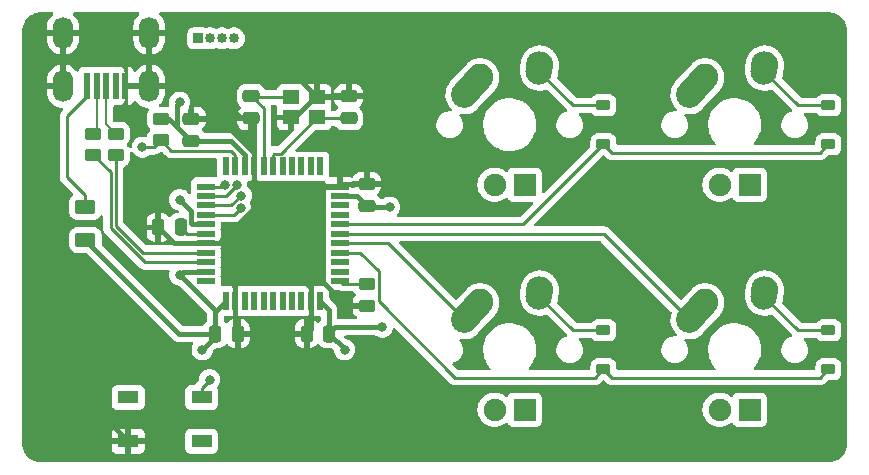
<source format=gbl>
%TF.GenerationSoftware,KiCad,Pcbnew,7.0.10*%
%TF.CreationDate,2024-01-31T10:21:27-06:00*%
%TF.ProjectId,Keyboard3x3,4b657962-6f61-4726-9433-78332e6b6963,rev?*%
%TF.SameCoordinates,Original*%
%TF.FileFunction,Copper,L2,Bot*%
%TF.FilePolarity,Positive*%
%FSLAX46Y46*%
G04 Gerber Fmt 4.6, Leading zero omitted, Abs format (unit mm)*
G04 Created by KiCad (PCBNEW 7.0.10) date 2024-01-31 10:21:27*
%MOMM*%
%LPD*%
G01*
G04 APERTURE LIST*
G04 Aperture macros list*
%AMRoundRect*
0 Rectangle with rounded corners*
0 $1 Rounding radius*
0 $2 $3 $4 $5 $6 $7 $8 $9 X,Y pos of 4 corners*
0 Add a 4 corners polygon primitive as box body*
4,1,4,$2,$3,$4,$5,$6,$7,$8,$9,$2,$3,0*
0 Add four circle primitives for the rounded corners*
1,1,$1+$1,$2,$3*
1,1,$1+$1,$4,$5*
1,1,$1+$1,$6,$7*
1,1,$1+$1,$8,$9*
0 Add four rect primitives between the rounded corners*
20,1,$1+$1,$2,$3,$4,$5,0*
20,1,$1+$1,$4,$5,$6,$7,0*
20,1,$1+$1,$6,$7,$8,$9,0*
20,1,$1+$1,$8,$9,$2,$3,0*%
%AMHorizOval*
0 Thick line with rounded ends*
0 $1 width*
0 $2 $3 position (X,Y) of the first rounded end (center of the circle)*
0 $4 $5 position (X,Y) of the second rounded end (center of the circle)*
0 Add line between two ends*
20,1,$1,$2,$3,$4,$5,0*
0 Add two circle primitives to create the rounded ends*
1,1,$1,$2,$3*
1,1,$1,$4,$5*%
G04 Aperture macros list end*
%TA.AperFunction,ComponentPad*%
%ADD10R,0.850000X0.850000*%
%TD*%
%TA.AperFunction,ComponentPad*%
%ADD11O,0.850000X0.850000*%
%TD*%
%TA.AperFunction,ComponentPad*%
%ADD12HorizOval,2.250000X0.655001X0.730000X-0.655001X-0.730000X0*%
%TD*%
%TA.AperFunction,ComponentPad*%
%ADD13C,2.250000*%
%TD*%
%TA.AperFunction,ComponentPad*%
%ADD14HorizOval,2.250000X0.020000X0.290000X-0.020000X-0.290000X0*%
%TD*%
%TA.AperFunction,ComponentPad*%
%ADD15C,1.905000*%
%TD*%
%TA.AperFunction,ComponentPad*%
%ADD16R,1.905000X1.905000*%
%TD*%
%TA.AperFunction,SMDPad,CuDef*%
%ADD17R,0.500000X2.250000*%
%TD*%
%TA.AperFunction,ComponentPad*%
%ADD18O,1.700000X2.700000*%
%TD*%
%TA.AperFunction,SMDPad,CuDef*%
%ADD19RoundRect,0.250000X-0.250000X-0.475000X0.250000X-0.475000X0.250000X0.475000X-0.250000X0.475000X0*%
%TD*%
%TA.AperFunction,SMDPad,CuDef*%
%ADD20RoundRect,0.250000X-0.450000X0.262500X-0.450000X-0.262500X0.450000X-0.262500X0.450000X0.262500X0*%
%TD*%
%TA.AperFunction,SMDPad,CuDef*%
%ADD21RoundRect,0.225000X0.375000X-0.225000X0.375000X0.225000X-0.375000X0.225000X-0.375000X-0.225000X0*%
%TD*%
%TA.AperFunction,SMDPad,CuDef*%
%ADD22RoundRect,0.250000X0.250000X0.475000X-0.250000X0.475000X-0.250000X-0.475000X0.250000X-0.475000X0*%
%TD*%
%TA.AperFunction,SMDPad,CuDef*%
%ADD23RoundRect,0.250000X0.475000X-0.250000X0.475000X0.250000X-0.475000X0.250000X-0.475000X-0.250000X0*%
%TD*%
%TA.AperFunction,SMDPad,CuDef*%
%ADD24RoundRect,0.250000X-0.475000X0.250000X-0.475000X-0.250000X0.475000X-0.250000X0.475000X0.250000X0*%
%TD*%
%TA.AperFunction,SMDPad,CuDef*%
%ADD25R,1.400000X1.200000*%
%TD*%
%TA.AperFunction,SMDPad,CuDef*%
%ADD26R,1.500000X0.550000*%
%TD*%
%TA.AperFunction,SMDPad,CuDef*%
%ADD27R,0.550000X1.500000*%
%TD*%
%TA.AperFunction,SMDPad,CuDef*%
%ADD28R,1.800000X1.100000*%
%TD*%
%TA.AperFunction,SMDPad,CuDef*%
%ADD29RoundRect,0.250000X-0.625000X0.375000X-0.625000X-0.375000X0.625000X-0.375000X0.625000X0.375000X0*%
%TD*%
%TA.AperFunction,ViaPad*%
%ADD30C,0.800000*%
%TD*%
%TA.AperFunction,Conductor*%
%ADD31C,0.254000*%
%TD*%
%TA.AperFunction,Conductor*%
%ADD32C,0.381000*%
%TD*%
%TA.AperFunction,Conductor*%
%ADD33C,0.200000*%
%TD*%
G04 APERTURE END LIST*
D10*
%TO.P,J5,1,Pin_1*%
%TO.N,Net-(J5-Pin_1)*%
X52460000Y-49920000D03*
D11*
%TO.P,J5,2,Pin_2*%
%TO.N,Net-(J5-Pin_2)*%
X53460000Y-49920000D03*
%TO.P,J5,3,Pin_3*%
%TO.N,Net-(J5-Pin_3)*%
X54460000Y-49920000D03*
%TO.P,J5,4,Pin_4*%
%TO.N,Net-(J5-Pin_4)*%
X55460000Y-49920000D03*
%TD*%
D12*
%TO.P,MX3,1,COL*%
%TO.N,COL1*%
X94710001Y-53955000D03*
D13*
X95365000Y-53225000D03*
D14*
%TO.P,MX3,2,ROW*%
%TO.N,Net-(D3-A)*%
X100385000Y-52435000D03*
D13*
X100405000Y-52145000D03*
D15*
%TO.P,MX3,3*%
%TO.N,N/C*%
X96595000Y-62305000D03*
D16*
%TO.P,MX3,4*%
X99135000Y-62305000D03*
%TD*%
D12*
%TO.P,MX1,1,COL*%
%TO.N,COL0*%
X75660001Y-53955000D03*
D13*
X76315000Y-53225000D03*
D14*
%TO.P,MX1,2,ROW*%
%TO.N,Net-(D1-A)*%
X81335000Y-52435000D03*
D13*
X81355000Y-52145000D03*
D15*
%TO.P,MX1,3*%
%TO.N,N/C*%
X77545000Y-62305000D03*
D16*
%TO.P,MX1,4*%
X80085000Y-62305000D03*
%TD*%
D12*
%TO.P,MX2,1,COL*%
%TO.N,COL0*%
X75660001Y-73005000D03*
D13*
X76315000Y-72275000D03*
D14*
%TO.P,MX2,2,ROW*%
%TO.N,Net-(D2-A)*%
X81335000Y-71485000D03*
D13*
X81355000Y-71195000D03*
D15*
%TO.P,MX2,3*%
%TO.N,N/C*%
X77545000Y-81355000D03*
D16*
%TO.P,MX2,4*%
X80085000Y-81355000D03*
%TD*%
D12*
%TO.P,MX4,1,COL*%
%TO.N,COL1*%
X94710001Y-73005000D03*
D13*
X95365000Y-72275000D03*
D14*
%TO.P,MX4,2,ROW*%
%TO.N,Net-(D4-A)*%
X100385000Y-71485000D03*
D13*
X100405000Y-71195000D03*
D15*
%TO.P,MX4,3*%
%TO.N,N/C*%
X96595000Y-81355000D03*
D16*
%TO.P,MX4,4*%
X99135000Y-81355000D03*
%TD*%
D17*
%TO.P,USB1,1,GND*%
%TO.N,GND*%
X46252000Y-53950000D03*
%TO.P,USB1,2,ID*%
%TO.N,unconnected-(USB1-ID-Pad2)*%
X45452000Y-53950000D03*
%TO.P,USB1,3,D+*%
%TO.N,D+*%
X44652000Y-53950000D03*
%TO.P,USB1,4,D-*%
%TO.N,D-*%
X43852000Y-53950000D03*
%TO.P,USB1,5,VBUS*%
%TO.N,Net-(USB1-VBUS)*%
X43052000Y-53950000D03*
D18*
%TO.P,USB1,6,SHIELD*%
%TO.N,GND*%
X48302000Y-49450000D03*
X41002000Y-49450000D03*
X48302000Y-53950000D03*
X41002000Y-53950000D03*
%TD*%
D19*
%TO.P,C6,1*%
%TO.N,+5V*%
X53894000Y-74919500D03*
%TO.P,C6,2*%
%TO.N,GND*%
X55794000Y-74919500D03*
%TD*%
D20*
%TO.P,R2,1*%
%TO.N,D+*%
X45480000Y-57992500D03*
%TO.P,R2,2*%
%TO.N,Net-(U1-D+)*%
X45480000Y-59817500D03*
%TD*%
%TO.P,R3,1*%
%TO.N,+5V*%
X49290000Y-56722500D03*
%TO.P,R3,2*%
%TO.N,Net-(U1-~{RESET})*%
X49290000Y-58547500D03*
%TD*%
%TO.P,R1,1*%
%TO.N,D-*%
X43575000Y-57992500D03*
%TO.P,R1,2*%
%TO.N,Net-(U1-D-)*%
X43575000Y-59817500D03*
%TD*%
D21*
%TO.P,D3,1,K*%
%TO.N,ROW0*%
X105802500Y-58875000D03*
%TO.P,D3,2,A*%
%TO.N,Net-(D3-A)*%
X105802500Y-55575000D03*
%TD*%
%TO.P,D1,1,K*%
%TO.N,ROW0*%
X86752500Y-58875000D03*
%TO.P,D1,2,A*%
%TO.N,Net-(D1-A)*%
X86752500Y-55575000D03*
%TD*%
D22*
%TO.P,C7,1*%
%TO.N,Net-(U1-UCAP)*%
X50973750Y-65928000D03*
%TO.P,C7,2*%
%TO.N,GND*%
X49073750Y-65928000D03*
%TD*%
D23*
%TO.P,C2,1*%
%TO.N,+5V*%
X66706000Y-64115250D03*
%TO.P,C2,2*%
%TO.N,GND*%
X66706000Y-62215250D03*
%TD*%
D24*
%TO.P,C4,1*%
%TO.N,GND*%
X65190000Y-54800000D03*
%TO.P,C4,2*%
%TO.N,Net-(U1-XTAL1)*%
X65190000Y-56700000D03*
%TD*%
D25*
%TO.P,Y1,1,1*%
%TO.N,Net-(U1-XTAL1)*%
X62505368Y-56615268D03*
%TO.P,Y1,2,2*%
%TO.N,GND*%
X60305368Y-56615268D03*
%TO.P,Y1,3,3*%
%TO.N,Net-(U1-XTAL2)*%
X60305368Y-54915268D03*
%TO.P,Y1,4,4*%
%TO.N,GND*%
X62505368Y-54915268D03*
%TD*%
D26*
%TO.P,U1,1,PE6*%
%TO.N,unconnected-(U1-PE6-Pad1)*%
X53080000Y-70465000D03*
%TO.P,U1,2,UVCC*%
%TO.N,+5V*%
X53080000Y-69665000D03*
%TO.P,U1,3,D-*%
%TO.N,Net-(U1-D-)*%
X53080000Y-68865000D03*
%TO.P,U1,4,D+*%
%TO.N,Net-(U1-D+)*%
X53080000Y-68065000D03*
%TO.P,U1,5,UGND*%
%TO.N,GND*%
X53080000Y-67265000D03*
%TO.P,U1,6,UCAP*%
%TO.N,Net-(U1-UCAP)*%
X53080000Y-66465000D03*
%TO.P,U1,7,VBUS*%
%TO.N,+5V*%
X53080000Y-65665000D03*
%TO.P,U1,8,PB0*%
%TO.N,Net-(J5-Pin_4)*%
X53080000Y-64865000D03*
%TO.P,U1,9,PB1*%
%TO.N,Net-(J5-Pin_3)*%
X53080000Y-64065000D03*
%TO.P,U1,10,PB2*%
%TO.N,Net-(J5-Pin_2)*%
X53080000Y-63265000D03*
%TO.P,U1,11,PB3*%
%TO.N,Net-(J5-Pin_1)*%
X53080000Y-62465000D03*
D27*
%TO.P,U1,12,PB7*%
%TO.N,unconnected-(U1-PB7-Pad12)*%
X54780000Y-60765000D03*
%TO.P,U1,13,~{RESET}*%
%TO.N,Net-(U1-~{RESET})*%
X55580000Y-60765000D03*
%TO.P,U1,14,VCC*%
%TO.N,+5V*%
X56380000Y-60765000D03*
%TO.P,U1,15,GND*%
%TO.N,GND*%
X57180000Y-60765000D03*
%TO.P,U1,16,XTAL2*%
%TO.N,Net-(U1-XTAL2)*%
X57980000Y-60765000D03*
%TO.P,U1,17,XTAL1*%
%TO.N,Net-(U1-XTAL1)*%
X58780000Y-60765000D03*
%TO.P,U1,18,PD0*%
%TO.N,unconnected-(U1-PD0-Pad18)*%
X59580000Y-60765000D03*
%TO.P,U1,19,PD1*%
%TO.N,unconnected-(U1-PD1-Pad19)*%
X60380000Y-60765000D03*
%TO.P,U1,20,PD2*%
%TO.N,unconnected-(U1-PD2-Pad20)*%
X61180000Y-60765000D03*
%TO.P,U1,21,PD3*%
%TO.N,unconnected-(U1-PD3-Pad21)*%
X61980000Y-60765000D03*
%TO.P,U1,22,PD5*%
%TO.N,unconnected-(U1-PD5-Pad22)*%
X62780000Y-60765000D03*
D26*
%TO.P,U1,23,GND*%
%TO.N,GND*%
X64480000Y-62465000D03*
%TO.P,U1,24,AVCC*%
%TO.N,+5V*%
X64480000Y-63265000D03*
%TO.P,U1,25,PD4*%
%TO.N,unconnected-(U1-PD4-Pad25)*%
X64480000Y-64065000D03*
%TO.P,U1,26,PD6*%
%TO.N,unconnected-(U1-PD6-Pad26)*%
X64480000Y-64865000D03*
%TO.P,U1,27,PD7*%
%TO.N,ROW0*%
X64480000Y-65665000D03*
%TO.P,U1,28,PB4*%
%TO.N,COL1*%
X64480000Y-66465000D03*
%TO.P,U1,29,PB5*%
%TO.N,COL0*%
X64480000Y-67265000D03*
%TO.P,U1,30,PB6*%
%TO.N,ROW1*%
X64480000Y-68065000D03*
%TO.P,U1,31,PC6*%
%TO.N,unconnected-(U1-PC6-Pad31)*%
X64480000Y-68865000D03*
%TO.P,U1,32,PC7*%
%TO.N,unconnected-(U1-PC7-Pad32)*%
X64480000Y-69665000D03*
%TO.P,U1,33,~{HWB}/PE2*%
%TO.N,Net-(U1-~{HWB}{slash}PE2)*%
X64480000Y-70465000D03*
D27*
%TO.P,U1,34,VCC*%
%TO.N,+5V*%
X62780000Y-72165000D03*
%TO.P,U1,35,GND*%
%TO.N,GND*%
X61980000Y-72165000D03*
%TO.P,U1,36,PF7*%
%TO.N,unconnected-(U1-PF7-Pad36)*%
X61180000Y-72165000D03*
%TO.P,U1,37,PF6*%
%TO.N,unconnected-(U1-PF6-Pad37)*%
X60380000Y-72165000D03*
%TO.P,U1,38,PF5*%
%TO.N,unconnected-(U1-PF5-Pad38)*%
X59580000Y-72165000D03*
%TO.P,U1,39,PF4*%
%TO.N,unconnected-(U1-PF4-Pad39)*%
X58780000Y-72165000D03*
%TO.P,U1,40,PF1*%
%TO.N,unconnected-(U1-PF1-Pad40)*%
X57980000Y-72165000D03*
%TO.P,U1,41,PF0*%
%TO.N,unconnected-(U1-PF0-Pad41)*%
X57180000Y-72165000D03*
%TO.P,U1,42,AREF*%
%TO.N,unconnected-(U1-AREF-Pad42)*%
X56380000Y-72165000D03*
%TO.P,U1,43,GND*%
%TO.N,GND*%
X55580000Y-72165000D03*
%TO.P,U1,44,AVCC*%
%TO.N,+5V*%
X54780000Y-72165000D03*
%TD*%
D22*
%TO.P,C3,1*%
%TO.N,+5V*%
X63515000Y-74915250D03*
%TO.P,C3,2*%
%TO.N,GND*%
X61615000Y-74915250D03*
%TD*%
D20*
%TO.P,R4,1*%
%TO.N,Net-(U1-~{HWB}{slash}PE2)*%
X66715750Y-70721500D03*
%TO.P,R4,2*%
%TO.N,GND*%
X66715750Y-72546500D03*
%TD*%
D21*
%TO.P,D4,1,K*%
%TO.N,ROW1*%
X105802500Y-77925000D03*
%TO.P,D4,2,A*%
%TO.N,Net-(D4-A)*%
X105802500Y-74625000D03*
%TD*%
D28*
%TO.P,SW1,1,1*%
%TO.N,GND*%
X46526440Y-84023250D03*
%TO.P,SW1,2,2*%
%TO.N,Net-(U1-~{RESET})*%
X52726440Y-80323250D03*
%TO.P,SW1,3*%
%TO.N,N/C*%
X46526440Y-80323250D03*
%TO.P,SW1,4*%
X52726440Y-84023250D03*
%TD*%
D23*
%TO.P,C1,1*%
%TO.N,+5V*%
X51855000Y-58605000D03*
%TO.P,C1,2*%
%TO.N,GND*%
X51855000Y-56705000D03*
%TD*%
D29*
%TO.P,F1,1*%
%TO.N,Net-(USB1-VBUS)*%
X42896940Y-64193750D03*
%TO.P,F1,2*%
%TO.N,+5V*%
X42896940Y-66993750D03*
%TD*%
D21*
%TO.P,D2,1,K*%
%TO.N,ROW1*%
X86752500Y-77925000D03*
%TO.P,D2,2,A*%
%TO.N,Net-(D2-A)*%
X86752500Y-74625000D03*
%TD*%
D23*
%TO.P,C5,1*%
%TO.N,GND*%
X56935000Y-56700000D03*
%TO.P,C5,2*%
%TO.N,Net-(U1-XTAL2)*%
X56935000Y-54800000D03*
%TD*%
D30*
%TO.N,Net-(J5-Pin_4)*%
X56032854Y-64296716D03*
%TO.N,Net-(J5-Pin_3)*%
X56076072Y-63225364D03*
%TO.N,Net-(J5-Pin_2)*%
X55685003Y-62305000D03*
%TO.N,Net-(J5-Pin_1)*%
X54685000Y-62305000D03*
%TO.N,+5V*%
X50875000Y-63575000D03*
X50875000Y-69925000D03*
X68020000Y-74370000D03*
X68655000Y-64210000D03*
X64845000Y-76275000D03*
X52780000Y-76275000D03*
X50875000Y-55320000D03*
%TO.N,Net-(U1-~{RESET})*%
X53415000Y-78815000D03*
X47700000Y-59130000D03*
%TD*%
D31*
%TO.N,Net-(J5-Pin_4)*%
X55464570Y-64865000D02*
X56032854Y-64296716D01*
X53080000Y-64865000D02*
X55464570Y-64865000D01*
%TO.N,Net-(J5-Pin_3)*%
X55236436Y-64065000D02*
X56076072Y-63225364D01*
X53080000Y-64065000D02*
X55236436Y-64065000D01*
%TO.N,Net-(J5-Pin_2)*%
X55685003Y-62333131D02*
X55685003Y-62305000D01*
X54753134Y-63265000D02*
X55685003Y-62333131D01*
X53080000Y-63265000D02*
X54753134Y-63265000D01*
%TO.N,Net-(J5-Pin_1)*%
X54525000Y-62465000D02*
X54685000Y-62305000D01*
X53080000Y-62465000D02*
X54525000Y-62465000D01*
D32*
%TO.N,+5V*%
X51855000Y-58605000D02*
X55226000Y-58605000D01*
X49972500Y-56722500D02*
X50675000Y-57425000D01*
X51864250Y-64564250D02*
X50875000Y-63575000D01*
X66800750Y-64210000D02*
X66706000Y-64115250D01*
X53894000Y-72944000D02*
X50875000Y-69925000D01*
X64060250Y-74370000D02*
X68020000Y-74370000D01*
X53894000Y-75161000D02*
X52780000Y-76275000D01*
X53894000Y-74919500D02*
X53894000Y-75161000D01*
X68655000Y-64210000D02*
X66800750Y-64210000D01*
X50675000Y-55520000D02*
X50675000Y-57425000D01*
X64845000Y-76275000D02*
X64845000Y-76245250D01*
X53080000Y-65665000D02*
X51949000Y-65665000D01*
X50822690Y-74919500D02*
X53894000Y-74919500D01*
X63515000Y-74915250D02*
X63515000Y-72900000D01*
X55226000Y-58605000D02*
X56380000Y-59759000D01*
X49925000Y-56722500D02*
X49972500Y-56722500D01*
X53080000Y-69665000D02*
X51135000Y-69665000D01*
X66706000Y-64115250D02*
X65855750Y-63265000D01*
X51135000Y-69665000D02*
X50875000Y-69925000D01*
X42896940Y-66993750D02*
X50822690Y-74919500D01*
X53894000Y-74919500D02*
X53894000Y-72944000D01*
X65855750Y-63265000D02*
X64480000Y-63265000D01*
X63515000Y-72900000D02*
X62780000Y-72165000D01*
X51864250Y-65580250D02*
X51864250Y-64564250D01*
X50675000Y-57425000D02*
X51855000Y-58605000D01*
X56380000Y-59759000D02*
X56380000Y-60765000D01*
X53894000Y-74919500D02*
X53894000Y-73051000D01*
X51949000Y-65665000D02*
X51864250Y-65580250D01*
X64845000Y-76245250D02*
X63515000Y-74915250D01*
X50875000Y-55320000D02*
X50675000Y-55520000D01*
X63515000Y-74915250D02*
X64060250Y-74370000D01*
X53894000Y-73051000D02*
X54780000Y-72165000D01*
%TO.N,GND*%
X45795000Y-77545000D02*
X55320000Y-77545000D01*
X66706000Y-62215250D02*
X64729750Y-62215250D01*
X61410844Y-55853871D02*
X62349447Y-54915268D01*
X54211000Y-67265000D02*
X54388000Y-67088000D01*
X64729750Y-62215250D02*
X64480000Y-62465000D01*
X59226000Y-68280000D02*
X55580000Y-68280000D01*
X53080000Y-67265000D02*
X54211000Y-67265000D01*
X49073750Y-65928000D02*
X50410750Y-67265000D01*
X43255000Y-80085000D02*
X45795000Y-77545000D01*
X61035000Y-53415000D02*
X55955000Y-53415000D01*
X57749000Y-63727000D02*
X57749000Y-62465000D01*
X54251000Y-56705000D02*
X57180000Y-59634000D01*
X54388000Y-67088000D02*
X57749000Y-63727000D01*
X55794000Y-77071000D02*
X55794000Y-74919500D01*
X57180000Y-61896000D02*
X57749000Y-62465000D01*
X55320000Y-54050000D02*
X55320000Y-55955000D01*
X61980000Y-71034000D02*
X61270500Y-70324500D01*
X57749000Y-62465000D02*
X64480000Y-62465000D01*
X62505368Y-54885368D02*
X61035000Y-53415000D01*
X43255000Y-80751810D02*
X43255000Y-80085000D01*
X61270500Y-70324500D02*
X59226000Y-68280000D01*
X57180000Y-59634000D02*
X57180000Y-60765000D01*
X46526440Y-84023250D02*
X43255000Y-80751810D01*
X62349447Y-54915268D02*
X62505368Y-54915268D01*
X66715750Y-72546500D02*
X64967500Y-72546500D01*
X50410750Y-67265000D02*
X53080000Y-67265000D01*
X60305368Y-56615268D02*
X60650856Y-56615268D01*
X61980000Y-72165000D02*
X61980000Y-71034000D01*
X55320000Y-77545000D02*
X55794000Y-77071000D01*
X61615000Y-74915250D02*
X61980000Y-74550250D01*
X57019732Y-56615268D02*
X56935000Y-56700000D01*
X51855000Y-56705000D02*
X54251000Y-56705000D01*
X57180000Y-60765000D02*
X57180000Y-56945000D01*
X61980000Y-74550250D02*
X61980000Y-72165000D01*
X61410844Y-55855280D02*
X61410844Y-55853871D01*
X60650856Y-56615268D02*
X61410844Y-55855280D01*
X55955000Y-53415000D02*
X55320000Y-54050000D01*
X57180000Y-60765000D02*
X57180000Y-61896000D01*
X55794000Y-74919500D02*
X55580000Y-74705500D01*
X62745500Y-70324500D02*
X61270500Y-70324500D01*
X55580000Y-74705500D02*
X55580000Y-72165000D01*
X55580000Y-68280000D02*
X54388000Y-67088000D01*
X57180000Y-56945000D02*
X56935000Y-56700000D01*
X55580000Y-72165000D02*
X55580000Y-68280000D01*
X62505368Y-54915268D02*
X65074732Y-54915268D01*
X56065000Y-56700000D02*
X56935000Y-56700000D01*
X65074732Y-54915268D02*
X65190000Y-54800000D01*
X55320000Y-55955000D02*
X56065000Y-56700000D01*
X64967500Y-72546500D02*
X62745500Y-70324500D01*
X62505368Y-54915268D02*
X62505368Y-54885368D01*
D31*
%TO.N,Net-(U1-XTAL1)*%
X62505368Y-56615268D02*
X59432636Y-59688000D01*
X59432636Y-59688000D02*
X58853000Y-59688000D01*
X65190000Y-56700000D02*
X62590100Y-56700000D01*
X58853000Y-59688000D02*
X58780000Y-59761000D01*
X58780000Y-59761000D02*
X58780000Y-60765000D01*
X62590100Y-56700000D02*
X62505368Y-56615268D01*
%TO.N,Net-(U1-XTAL2)*%
X57987000Y-55852000D02*
X57987000Y-60758000D01*
X56935000Y-54800000D02*
X57987000Y-55852000D01*
X60305368Y-54915268D02*
X57050268Y-54915268D01*
X57050268Y-54915268D02*
X56935000Y-54800000D01*
X57987000Y-60758000D02*
X57980000Y-60765000D01*
%TO.N,Net-(U1-UCAP)*%
X50973750Y-65928000D02*
X51510750Y-66465000D01*
X51510750Y-66465000D02*
X53080000Y-66465000D01*
%TO.N,ROW0*%
X79962500Y-65665000D02*
X64480000Y-65665000D01*
X105081600Y-59595900D02*
X105802500Y-58875000D01*
X86752500Y-58875000D02*
X79962500Y-65665000D01*
X86752500Y-58875000D02*
X87473400Y-59595900D01*
X87473400Y-59595900D02*
X105081600Y-59595900D01*
%TO.N,Net-(D1-A)*%
X81315000Y-52725000D02*
X84165000Y-55575000D01*
X84165000Y-55575000D02*
X86752500Y-55575000D01*
%TO.N,ROW1*%
X87473400Y-78645900D02*
X86752500Y-77925000D01*
X67742750Y-72187750D02*
X67742750Y-69647750D01*
X86031600Y-78645900D02*
X74200900Y-78645900D01*
X67742750Y-69647750D02*
X66160000Y-68065000D01*
X105081600Y-78645900D02*
X87473400Y-78645900D01*
X86752500Y-77925000D02*
X86031600Y-78645900D01*
X74200900Y-78645900D02*
X67742750Y-72187750D01*
X105802500Y-77925000D02*
X105081600Y-78645900D01*
X66160000Y-68065000D02*
X64480000Y-68065000D01*
%TO.N,Net-(D2-A)*%
X84165000Y-74625000D02*
X81315000Y-71775000D01*
X86752500Y-74625000D02*
X84165000Y-74625000D01*
%TO.N,Net-(D3-A)*%
X105802500Y-55575000D02*
X103215000Y-55575000D01*
X103215000Y-55575000D02*
X100365000Y-52725000D01*
%TO.N,Net-(D4-A)*%
X103215000Y-74625000D02*
X100365000Y-71775000D01*
X105802500Y-74625000D02*
X103215000Y-74625000D01*
%TO.N,Net-(USB1-VBUS)*%
X41350000Y-61670000D02*
X42896940Y-63216940D01*
X42896940Y-63216940D02*
X42896940Y-64193750D01*
X43052000Y-54825000D02*
X41350000Y-56527000D01*
X43052000Y-53950000D02*
X43052000Y-54825000D01*
X41350000Y-56527000D02*
X41350000Y-61670000D01*
%TO.N,COL0*%
X75005000Y-73735000D02*
X68535000Y-67265000D01*
X68535000Y-67265000D02*
X64480000Y-67265000D01*
%TO.N,COL1*%
X86785000Y-66465000D02*
X64480000Y-66465000D01*
X94055000Y-73735000D02*
X86785000Y-66465000D01*
D33*
%TO.N,D-*%
X43852000Y-53950000D02*
X43852000Y-57715500D01*
X43852000Y-57715500D02*
X43575000Y-57992500D01*
D31*
%TO.N,Net-(U1-D-)*%
X45026000Y-61268500D02*
X45026000Y-65988052D01*
X43575000Y-59817500D02*
X45026000Y-61268500D01*
X47902948Y-68865000D02*
X53080000Y-68865000D01*
X45026000Y-65988052D02*
X47902948Y-68865000D01*
D33*
%TO.N,D+*%
X44652000Y-57164500D02*
X45480000Y-57992500D01*
X44652000Y-53950000D02*
X44652000Y-57164500D01*
D31*
%TO.N,Net-(U1-D+)*%
X47745000Y-68065000D02*
X53080000Y-68065000D01*
X45480000Y-65800000D02*
X47745000Y-68065000D01*
X45480000Y-59817500D02*
X45480000Y-65800000D01*
%TO.N,Net-(U1-~{RESET})*%
X48707500Y-59130000D02*
X49290000Y-58547500D01*
X49290000Y-58547500D02*
X50174500Y-59432000D01*
X52726440Y-80323250D02*
X52726440Y-79503560D01*
X55580000Y-59761000D02*
X55580000Y-60765000D01*
X52726440Y-79503560D02*
X53415000Y-78815000D01*
X47700000Y-59130000D02*
X48707500Y-59130000D01*
X55251000Y-59432000D02*
X55580000Y-59761000D01*
X50174500Y-59432000D02*
X55251000Y-59432000D01*
%TO.N,Net-(U1-~{HWB}{slash}PE2)*%
X66715750Y-70721500D02*
X64736500Y-70721500D01*
X64736500Y-70721500D02*
X64480000Y-70465000D01*
%TD*%
%TA.AperFunction,Conductor*%
%TO.N,GND*%
G36*
X63682127Y-71240500D02*
G01*
X64339326Y-71240499D01*
X64406365Y-71260184D01*
X64414068Y-71265630D01*
X64414537Y-71265907D01*
X64414538Y-71265908D01*
X64454762Y-71283314D01*
X64465254Y-71288454D01*
X64503658Y-71309568D01*
X64503660Y-71309569D01*
X64503666Y-71309572D01*
X64521392Y-71314123D01*
X64523160Y-71314577D01*
X64541564Y-71320877D01*
X64560042Y-71328874D01*
X64603351Y-71335733D01*
X64614758Y-71338095D01*
X64657228Y-71349000D01*
X64677358Y-71349000D01*
X64696757Y-71350527D01*
X64716633Y-71353675D01*
X64756428Y-71349913D01*
X64760270Y-71349550D01*
X64771939Y-71349000D01*
X65539896Y-71349000D01*
X65606935Y-71368685D01*
X65645434Y-71407903D01*
X65672744Y-71452180D01*
X65673037Y-71452654D01*
X65673039Y-71452657D01*
X65767054Y-71546672D01*
X65800539Y-71607995D01*
X65795555Y-71677687D01*
X65767055Y-71722034D01*
X65673432Y-71815657D01*
X65581393Y-71964875D01*
X65581391Y-71964880D01*
X65526244Y-72131302D01*
X65526243Y-72131309D01*
X65515750Y-72234013D01*
X65515750Y-72296500D01*
X66841750Y-72296500D01*
X66908789Y-72316185D01*
X66954544Y-72368989D01*
X66965750Y-72420500D01*
X66965750Y-72672500D01*
X66946065Y-72739539D01*
X66893261Y-72785294D01*
X66841750Y-72796500D01*
X65515751Y-72796500D01*
X65515751Y-72858986D01*
X65526244Y-72961697D01*
X65581391Y-73128119D01*
X65581393Y-73128124D01*
X65673434Y-73277345D01*
X65797404Y-73401315D01*
X65875461Y-73449461D01*
X65922185Y-73501409D01*
X65933408Y-73570372D01*
X65905564Y-73634454D01*
X65847496Y-73673310D01*
X65810364Y-73679000D01*
X64330000Y-73679000D01*
X64262961Y-73659315D01*
X64217206Y-73606511D01*
X64206000Y-73555000D01*
X64206000Y-72924624D01*
X64206226Y-72917137D01*
X64209805Y-72857972D01*
X64207592Y-72845898D01*
X64199114Y-72799636D01*
X64197991Y-72792253D01*
X64190848Y-72733418D01*
X64187359Y-72724218D01*
X64181331Y-72702596D01*
X64179557Y-72692915D01*
X64155221Y-72638842D01*
X64152362Y-72631938D01*
X64131346Y-72576522D01*
X64131345Y-72576520D01*
X64130576Y-72575406D01*
X64125748Y-72568411D01*
X64114725Y-72548866D01*
X64110688Y-72539895D01*
X64110687Y-72539894D01*
X64110687Y-72539893D01*
X64110685Y-72539890D01*
X64074138Y-72493243D01*
X64069696Y-72487206D01*
X64036022Y-72438419D01*
X64036020Y-72438417D01*
X63991639Y-72399099D01*
X63986201Y-72393979D01*
X63591818Y-71999596D01*
X63558333Y-71938273D01*
X63555499Y-71911915D01*
X63555499Y-71364499D01*
X63575184Y-71297460D01*
X63627988Y-71251705D01*
X63679499Y-71240499D01*
X63682118Y-71240499D01*
X63682127Y-71240500D01*
G37*
%TD.AperFunction*%
%TA.AperFunction,Conductor*%
G36*
X46885702Y-59534233D02*
G01*
X46911884Y-59565943D01*
X46959511Y-59648436D01*
X46967467Y-59662216D01*
X47094129Y-59802888D01*
X47247265Y-59914148D01*
X47247270Y-59914151D01*
X47420192Y-59991142D01*
X47420197Y-59991144D01*
X47605354Y-60030500D01*
X47605355Y-60030500D01*
X47794644Y-60030500D01*
X47794646Y-60030500D01*
X47979803Y-59991144D01*
X48152730Y-59914151D01*
X48305871Y-59802888D01*
X48309799Y-59798525D01*
X48369286Y-59761879D01*
X48401947Y-59757500D01*
X48624533Y-59757500D01*
X48640181Y-59759227D01*
X48640208Y-59758946D01*
X48647975Y-59759680D01*
X48647976Y-59759679D01*
X48647977Y-59759680D01*
X48715419Y-59757561D01*
X48719313Y-59757500D01*
X48746972Y-59757500D01*
X48746976Y-59757500D01*
X48750974Y-59756994D01*
X48762614Y-59756077D01*
X48806443Y-59754701D01*
X48825772Y-59749084D01*
X48844828Y-59745137D01*
X48864793Y-59742616D01*
X48905555Y-59726476D01*
X48916592Y-59722698D01*
X48958691Y-59710468D01*
X48976015Y-59700221D01*
X48993483Y-59691663D01*
X49012203Y-59684253D01*
X49047677Y-59658478D01*
X49057415Y-59652081D01*
X49095156Y-59629763D01*
X49109397Y-59615520D01*
X49124178Y-59602897D01*
X49140467Y-59591063D01*
X49140468Y-59591061D01*
X49146783Y-59586474D01*
X49148269Y-59588519D01*
X49199568Y-59562565D01*
X49222109Y-59560499D01*
X49364218Y-59560499D01*
X49431257Y-59580184D01*
X49451899Y-59596818D01*
X49672124Y-59817043D01*
X49681971Y-59829333D01*
X49682189Y-59829154D01*
X49687157Y-59835159D01*
X49736346Y-59881351D01*
X49739143Y-59884062D01*
X49758707Y-59903626D01*
X49761885Y-59906090D01*
X49770781Y-59913687D01*
X49802735Y-59943695D01*
X49802737Y-59943696D01*
X49820367Y-59953387D01*
X49836635Y-59964072D01*
X49852538Y-59976408D01*
X49892762Y-59993814D01*
X49903254Y-59998954D01*
X49941658Y-60020068D01*
X49941660Y-60020069D01*
X49941666Y-60020072D01*
X49960740Y-60024969D01*
X49961160Y-60025077D01*
X49979564Y-60031377D01*
X49998042Y-60039374D01*
X50041351Y-60046233D01*
X50052758Y-60048595D01*
X50095228Y-60059500D01*
X50115358Y-60059500D01*
X50134757Y-60061027D01*
X50154633Y-60064175D01*
X50194428Y-60060413D01*
X50198270Y-60060050D01*
X50209939Y-60059500D01*
X53880500Y-60059500D01*
X53947539Y-60079185D01*
X53993294Y-60131989D01*
X54004500Y-60183500D01*
X54004500Y-61565500D01*
X53984815Y-61632539D01*
X53932011Y-61678294D01*
X53880500Y-61689500D01*
X52282129Y-61689500D01*
X52282123Y-61689501D01*
X52222516Y-61695908D01*
X52087671Y-61746202D01*
X52087664Y-61746206D01*
X51972455Y-61832452D01*
X51972452Y-61832455D01*
X51886206Y-61947664D01*
X51886202Y-61947671D01*
X51842433Y-62065024D01*
X51835909Y-62082517D01*
X51829500Y-62142127D01*
X51829500Y-62142134D01*
X51829500Y-62142135D01*
X51829500Y-62787870D01*
X51829501Y-62787879D01*
X51836367Y-62851751D01*
X51836367Y-62878257D01*
X51835909Y-62882516D01*
X51835909Y-62882517D01*
X51829500Y-62942127D01*
X51829500Y-62942132D01*
X51829500Y-62966662D01*
X51809815Y-63033701D01*
X51757011Y-63079456D01*
X51687853Y-63089400D01*
X51624297Y-63060375D01*
X51612264Y-63047267D01*
X51611881Y-63047613D01*
X51515004Y-62940020D01*
X51480871Y-62902112D01*
X51453901Y-62882517D01*
X51327734Y-62790851D01*
X51327729Y-62790848D01*
X51154807Y-62713857D01*
X51154802Y-62713855D01*
X51009001Y-62682865D01*
X50969646Y-62674500D01*
X50780354Y-62674500D01*
X50747897Y-62681398D01*
X50595197Y-62713855D01*
X50595192Y-62713857D01*
X50422270Y-62790848D01*
X50422265Y-62790851D01*
X50269129Y-62902111D01*
X50142466Y-63042785D01*
X50047821Y-63206715D01*
X50047818Y-63206722D01*
X49993776Y-63373047D01*
X49989326Y-63386744D01*
X49969540Y-63575000D01*
X49989326Y-63763256D01*
X49989327Y-63763259D01*
X50047818Y-63943277D01*
X50047821Y-63943284D01*
X50142467Y-64107216D01*
X50269129Y-64247888D01*
X50422265Y-64359148D01*
X50422270Y-64359151D01*
X50595192Y-64436142D01*
X50595193Y-64436142D01*
X50595197Y-64436144D01*
X50694706Y-64457295D01*
X50756188Y-64490487D01*
X50789965Y-64551650D01*
X50785313Y-64621364D01*
X50743709Y-64677497D01*
X50678362Y-64702225D01*
X50675245Y-64702424D01*
X50673743Y-64702500D01*
X50570953Y-64713000D01*
X50570950Y-64713001D01*
X50404418Y-64768185D01*
X50404413Y-64768187D01*
X50255092Y-64860289D01*
X50131038Y-64984343D01*
X50131033Y-64984349D01*
X50128991Y-64987661D01*
X50126997Y-64989453D01*
X50126557Y-64990011D01*
X50126461Y-64989935D01*
X50077041Y-65034383D01*
X50008078Y-65045602D01*
X49943997Y-65017755D01*
X49917918Y-64987656D01*
X49916069Y-64984659D01*
X49916066Y-64984655D01*
X49792095Y-64860684D01*
X49642874Y-64768643D01*
X49642869Y-64768641D01*
X49476447Y-64713494D01*
X49476440Y-64713493D01*
X49373736Y-64703000D01*
X49323750Y-64703000D01*
X49323750Y-67152999D01*
X49373722Y-67152999D01*
X49373736Y-67152998D01*
X49476447Y-67142505D01*
X49642869Y-67087358D01*
X49642874Y-67087356D01*
X49792095Y-66995315D01*
X49916068Y-66871342D01*
X49917915Y-66868348D01*
X49919719Y-66866724D01*
X49920548Y-66865677D01*
X49920726Y-66865818D01*
X49969860Y-66821621D01*
X50038823Y-66810396D01*
X50102906Y-66838236D01*
X50128993Y-66868341D01*
X50131038Y-66871656D01*
X50255094Y-66995712D01*
X50404416Y-67087814D01*
X50570953Y-67142999D01*
X50673741Y-67153500D01*
X51273758Y-67153499D01*
X51273766Y-67153498D01*
X51273769Y-67153498D01*
X51376547Y-67142999D01*
X51509948Y-67098794D01*
X51548952Y-67092500D01*
X51924442Y-67092500D01*
X51991481Y-67112185D01*
X51998753Y-67117234D01*
X52063540Y-67165734D01*
X52105411Y-67221668D01*
X52110395Y-67291359D01*
X52076909Y-67352682D01*
X52063540Y-67364266D01*
X51998753Y-67412766D01*
X51933289Y-67437184D01*
X51924442Y-67437500D01*
X48056281Y-67437500D01*
X47989242Y-67417815D01*
X47968600Y-67401181D01*
X46745419Y-66178000D01*
X48073751Y-66178000D01*
X48073751Y-66452986D01*
X48084244Y-66555697D01*
X48139391Y-66722119D01*
X48139393Y-66722124D01*
X48231434Y-66871345D01*
X48355404Y-66995315D01*
X48504625Y-67087356D01*
X48504630Y-67087358D01*
X48671052Y-67142505D01*
X48671059Y-67142506D01*
X48773769Y-67152999D01*
X48823749Y-67152998D01*
X48823750Y-67152998D01*
X48823750Y-66178000D01*
X48073751Y-66178000D01*
X46745419Y-66178000D01*
X46245419Y-65678000D01*
X48073750Y-65678000D01*
X48823750Y-65678000D01*
X48823750Y-64703000D01*
X48823749Y-64702999D01*
X48773779Y-64703000D01*
X48773761Y-64703001D01*
X48671052Y-64713494D01*
X48504630Y-64768641D01*
X48504625Y-64768643D01*
X48355404Y-64860684D01*
X48231434Y-64984654D01*
X48139393Y-65133875D01*
X48139391Y-65133880D01*
X48084244Y-65300302D01*
X48084243Y-65300309D01*
X48073750Y-65403013D01*
X48073750Y-65678000D01*
X46245419Y-65678000D01*
X46143819Y-65576400D01*
X46110334Y-65515077D01*
X46107500Y-65488719D01*
X46107500Y-60901353D01*
X46127185Y-60834314D01*
X46179989Y-60788559D01*
X46192482Y-60783652D01*
X46249334Y-60764814D01*
X46398656Y-60672712D01*
X46522712Y-60548656D01*
X46614814Y-60399334D01*
X46669999Y-60232797D01*
X46680500Y-60130009D01*
X46680499Y-59627945D01*
X46700183Y-59560907D01*
X46752987Y-59515152D01*
X46822146Y-59505208D01*
X46885702Y-59534233D01*
G37*
%TD.AperFunction*%
%TA.AperFunction,Conductor*%
G36*
X59062389Y-55562453D02*
G01*
X59108144Y-55615257D01*
X59111532Y-55623435D01*
X59148536Y-55722649D01*
X59153520Y-55792341D01*
X59148536Y-55809314D01*
X59111771Y-55907885D01*
X59111769Y-55907895D01*
X59105368Y-55967423D01*
X59105368Y-56365268D01*
X60431368Y-56365268D01*
X60498407Y-56384953D01*
X60544162Y-56437757D01*
X60555368Y-56489268D01*
X60555368Y-57626486D01*
X60535683Y-57693525D01*
X60519049Y-57714167D01*
X59209036Y-59024181D01*
X59147713Y-59057666D01*
X59121355Y-59060500D01*
X58935967Y-59060500D01*
X58920318Y-59058772D01*
X58920292Y-59059054D01*
X58912524Y-59058319D01*
X58845082Y-59060439D01*
X58841188Y-59060500D01*
X58813523Y-59060500D01*
X58809514Y-59061006D01*
X58797884Y-59061921D01*
X58746263Y-59063544D01*
X58746188Y-59061179D01*
X58688595Y-59053731D01*
X58635147Y-59008731D01*
X58614513Y-58941978D01*
X58614500Y-58940217D01*
X58614500Y-56865268D01*
X59105368Y-56865268D01*
X59105368Y-57263112D01*
X59111769Y-57322640D01*
X59111771Y-57322647D01*
X59162013Y-57457354D01*
X59162017Y-57457361D01*
X59248177Y-57572455D01*
X59248180Y-57572458D01*
X59363274Y-57658618D01*
X59363281Y-57658622D01*
X59497988Y-57708864D01*
X59497995Y-57708866D01*
X59557523Y-57715267D01*
X59557540Y-57715268D01*
X60055368Y-57715268D01*
X60055368Y-56865268D01*
X59105368Y-56865268D01*
X58614500Y-56865268D01*
X58614500Y-55934964D01*
X58616228Y-55919313D01*
X58615946Y-55919287D01*
X58616680Y-55911524D01*
X58616562Y-55907784D01*
X58614561Y-55844081D01*
X58614500Y-55840187D01*
X58614500Y-55812530D01*
X58614500Y-55812524D01*
X58613993Y-55808519D01*
X58613077Y-55796871D01*
X58611701Y-55753058D01*
X58606082Y-55733718D01*
X58602139Y-55714685D01*
X58599616Y-55694707D01*
X58599614Y-55694702D01*
X58598637Y-55686965D01*
X58600733Y-55686700D01*
X58602754Y-55627778D01*
X58642519Y-55570328D01*
X58707032Y-55543498D01*
X58720464Y-55542768D01*
X58995350Y-55542768D01*
X59062389Y-55562453D01*
G37*
%TD.AperFunction*%
%TA.AperFunction,Conductor*%
G36*
X40109989Y-47720185D02*
G01*
X40155744Y-47772989D01*
X40165688Y-47842147D01*
X40136663Y-47905703D01*
X40130631Y-47912181D01*
X39963891Y-48078920D01*
X39963886Y-48078926D01*
X39828400Y-48272420D01*
X39828399Y-48272422D01*
X39728570Y-48486507D01*
X39728566Y-48486516D01*
X39667432Y-48714673D01*
X39667430Y-48714683D01*
X39652000Y-48891053D01*
X39652000Y-49200000D01*
X40652000Y-49200000D01*
X40652000Y-49700000D01*
X39652000Y-49700000D01*
X39652000Y-50008946D01*
X39667430Y-50185316D01*
X39667432Y-50185326D01*
X39728566Y-50413483D01*
X39728570Y-50413492D01*
X39828399Y-50627577D01*
X39828400Y-50627579D01*
X39963886Y-50821073D01*
X39963891Y-50821079D01*
X40130917Y-50988105D01*
X40324421Y-51123600D01*
X40538507Y-51223429D01*
X40538516Y-51223433D01*
X40752000Y-51280634D01*
X40752000Y-50295581D01*
X40807921Y-50347060D01*
X40914892Y-50393982D01*
X41031302Y-50403628D01*
X41144538Y-50374953D01*
X41242327Y-50311064D01*
X41252000Y-50298635D01*
X41252000Y-51280633D01*
X41465483Y-51223433D01*
X41465492Y-51223429D01*
X41679577Y-51123600D01*
X41679579Y-51123599D01*
X41873073Y-50988113D01*
X41873079Y-50988108D01*
X42040108Y-50821079D01*
X42040113Y-50821073D01*
X42175599Y-50627579D01*
X42175600Y-50627577D01*
X42275429Y-50413492D01*
X42275433Y-50413483D01*
X42336567Y-50185326D01*
X42336569Y-50185316D01*
X42351999Y-50008946D01*
X42352000Y-50008946D01*
X42352000Y-49700000D01*
X41352000Y-49700000D01*
X41352000Y-49200000D01*
X42352000Y-49200000D01*
X42352000Y-48891054D01*
X42351999Y-48891053D01*
X42336569Y-48714683D01*
X42336567Y-48714673D01*
X42275433Y-48486516D01*
X42275429Y-48486507D01*
X42175600Y-48272422D01*
X42175599Y-48272420D01*
X42040113Y-48078926D01*
X42040108Y-48078920D01*
X41873369Y-47912181D01*
X41839884Y-47850858D01*
X41844868Y-47781166D01*
X41886740Y-47725233D01*
X41952204Y-47700816D01*
X41961050Y-47700500D01*
X47342950Y-47700500D01*
X47409989Y-47720185D01*
X47455744Y-47772989D01*
X47465688Y-47842147D01*
X47436663Y-47905703D01*
X47430631Y-47912181D01*
X47263891Y-48078920D01*
X47263886Y-48078926D01*
X47128400Y-48272420D01*
X47128399Y-48272422D01*
X47028570Y-48486507D01*
X47028566Y-48486516D01*
X46967432Y-48714673D01*
X46967430Y-48714683D01*
X46952000Y-48891053D01*
X46952000Y-49200000D01*
X47952000Y-49200000D01*
X47952000Y-49700000D01*
X46952000Y-49700000D01*
X46952000Y-50008946D01*
X46967430Y-50185316D01*
X46967432Y-50185326D01*
X47028566Y-50413483D01*
X47028570Y-50413492D01*
X47128399Y-50627577D01*
X47128400Y-50627579D01*
X47263886Y-50821073D01*
X47263891Y-50821079D01*
X47430917Y-50988105D01*
X47624421Y-51123600D01*
X47838507Y-51223429D01*
X47838516Y-51223433D01*
X48052000Y-51280634D01*
X48052000Y-50295581D01*
X48107921Y-50347060D01*
X48214892Y-50393982D01*
X48331302Y-50403628D01*
X48444538Y-50374953D01*
X48542327Y-50311064D01*
X48552000Y-50298635D01*
X48552000Y-51280633D01*
X48765483Y-51223433D01*
X48765492Y-51223429D01*
X48979577Y-51123600D01*
X48979579Y-51123599D01*
X49173073Y-50988113D01*
X49173079Y-50988108D01*
X49340108Y-50821079D01*
X49340113Y-50821073D01*
X49475599Y-50627579D01*
X49475600Y-50627577D01*
X49575429Y-50413492D01*
X49575433Y-50413483D01*
X49580956Y-50392870D01*
X51534500Y-50392870D01*
X51534501Y-50392876D01*
X51540908Y-50452483D01*
X51591202Y-50587328D01*
X51591206Y-50587335D01*
X51677452Y-50702544D01*
X51677455Y-50702547D01*
X51792664Y-50788793D01*
X51792671Y-50788797D01*
X51927517Y-50839091D01*
X51927516Y-50839091D01*
X51934444Y-50839835D01*
X51987127Y-50845500D01*
X52932872Y-50845499D01*
X52992483Y-50839091D01*
X53084530Y-50804759D01*
X53154218Y-50799776D01*
X53166039Y-50803678D01*
X53166246Y-50803042D01*
X53172426Y-50805049D01*
X53172429Y-50805051D01*
X53362726Y-50845500D01*
X53557274Y-50845500D01*
X53672165Y-50821079D01*
X53747571Y-50805051D01*
X53909569Y-50732925D01*
X53978815Y-50723642D01*
X54010425Y-50732922D01*
X54172429Y-50805051D01*
X54172432Y-50805051D01*
X54172433Y-50805052D01*
X54362726Y-50845500D01*
X54557274Y-50845500D01*
X54672165Y-50821079D01*
X54747571Y-50805051D01*
X54909569Y-50732925D01*
X54978815Y-50723642D01*
X55010425Y-50732922D01*
X55172429Y-50805051D01*
X55172432Y-50805051D01*
X55172433Y-50805052D01*
X55362726Y-50845500D01*
X55557274Y-50845500D01*
X55747571Y-50805051D01*
X55912198Y-50731755D01*
X55925297Y-50725923D01*
X55925297Y-50725922D01*
X55925299Y-50725922D01*
X56082692Y-50611569D01*
X56104513Y-50587335D01*
X56132805Y-50555913D01*
X56212870Y-50466992D01*
X56310144Y-50298508D01*
X56370262Y-50113482D01*
X56390598Y-49920000D01*
X56370262Y-49726518D01*
X56310144Y-49541492D01*
X56310143Y-49541491D01*
X56310143Y-49541489D01*
X56310142Y-49541488D01*
X56255667Y-49447135D01*
X56212870Y-49373008D01*
X56139866Y-49291929D01*
X56082697Y-49228435D01*
X56082694Y-49228433D01*
X56082693Y-49228432D01*
X56082692Y-49228431D01*
X55957475Y-49137455D01*
X55925297Y-49114076D01*
X55784076Y-49051202D01*
X55747571Y-49034949D01*
X55747569Y-49034948D01*
X55557274Y-48994500D01*
X55362726Y-48994500D01*
X55172430Y-49034948D01*
X55172427Y-49034949D01*
X55010434Y-49107072D01*
X54941184Y-49116356D01*
X54909566Y-49107072D01*
X54747572Y-49034949D01*
X54747569Y-49034948D01*
X54557274Y-48994500D01*
X54362726Y-48994500D01*
X54172430Y-49034948D01*
X54172427Y-49034949D01*
X54010434Y-49107072D01*
X53941184Y-49116356D01*
X53909566Y-49107072D01*
X53747572Y-49034949D01*
X53747569Y-49034948D01*
X53557274Y-48994500D01*
X53362726Y-48994500D01*
X53172429Y-49034948D01*
X53166245Y-49036958D01*
X53165349Y-49034201D01*
X53108341Y-49041511D01*
X53084527Y-49035239D01*
X52992482Y-49000908D01*
X52992483Y-49000908D01*
X52932883Y-48994501D01*
X52932881Y-48994500D01*
X52932873Y-48994500D01*
X52932864Y-48994500D01*
X51987129Y-48994500D01*
X51987123Y-48994501D01*
X51927516Y-49000908D01*
X51792671Y-49051202D01*
X51792664Y-49051206D01*
X51677455Y-49137452D01*
X51677452Y-49137455D01*
X51591206Y-49252664D01*
X51591202Y-49252671D01*
X51540908Y-49387517D01*
X51534501Y-49447116D01*
X51534500Y-49447135D01*
X51534500Y-50392870D01*
X49580956Y-50392870D01*
X49636567Y-50185326D01*
X49636569Y-50185316D01*
X49651999Y-50008946D01*
X49652000Y-50008946D01*
X49652000Y-49700000D01*
X48652000Y-49700000D01*
X48652000Y-49200000D01*
X49652000Y-49200000D01*
X49652000Y-48891054D01*
X49651999Y-48891053D01*
X49636569Y-48714683D01*
X49636567Y-48714673D01*
X49575433Y-48486516D01*
X49575429Y-48486507D01*
X49475600Y-48272422D01*
X49475599Y-48272420D01*
X49340113Y-48078926D01*
X49340108Y-48078920D01*
X49173369Y-47912181D01*
X49139884Y-47850858D01*
X49144868Y-47781166D01*
X49186740Y-47725233D01*
X49252204Y-47700816D01*
X49261050Y-47700500D01*
X105798074Y-47700500D01*
X105806918Y-47700816D01*
X105871977Y-47705469D01*
X105872304Y-47705493D01*
X106028052Y-47717751D01*
X106044662Y-47720200D01*
X106138358Y-47740583D01*
X106140705Y-47741119D01*
X106260963Y-47769991D01*
X106275325Y-47774376D01*
X106370921Y-47810031D01*
X106374976Y-47811627D01*
X106448659Y-47842147D01*
X106483397Y-47856536D01*
X106495364Y-47862261D01*
X106587039Y-47912319D01*
X106592295Y-47915362D01*
X106690398Y-47975480D01*
X106699905Y-47981931D01*
X106784316Y-48045120D01*
X106790511Y-48050076D01*
X106877300Y-48124201D01*
X106884449Y-48130810D01*
X106959188Y-48205549D01*
X106965797Y-48212698D01*
X107016804Y-48272420D01*
X107039911Y-48299474D01*
X107044889Y-48305696D01*
X107108066Y-48390092D01*
X107114525Y-48399611D01*
X107174622Y-48497680D01*
X107177694Y-48502986D01*
X107204971Y-48552940D01*
X107227734Y-48594628D01*
X107233462Y-48606601D01*
X107278355Y-48714981D01*
X107279976Y-48719101D01*
X107315620Y-48814667D01*
X107320012Y-48829052D01*
X107348849Y-48949165D01*
X107349441Y-48951755D01*
X107369796Y-49045327D01*
X107372248Y-49061956D01*
X107384489Y-49217484D01*
X107384555Y-49218366D01*
X107389184Y-49283082D01*
X107389500Y-49291929D01*
X107389500Y-84208070D01*
X107389184Y-84216917D01*
X107384555Y-84281632D01*
X107384489Y-84282514D01*
X107372248Y-84438042D01*
X107369796Y-84454671D01*
X107349441Y-84548243D01*
X107348849Y-84550833D01*
X107320012Y-84670946D01*
X107315620Y-84685331D01*
X107279976Y-84780897D01*
X107278355Y-84785017D01*
X107233462Y-84893397D01*
X107227734Y-84905370D01*
X107177709Y-84996986D01*
X107174603Y-85002351D01*
X107114525Y-85100387D01*
X107108066Y-85109906D01*
X107044889Y-85194302D01*
X107039911Y-85200524D01*
X106965797Y-85287300D01*
X106959188Y-85294449D01*
X106884449Y-85369188D01*
X106877300Y-85375797D01*
X106790524Y-85449911D01*
X106784302Y-85454889D01*
X106699906Y-85518066D01*
X106690387Y-85524525D01*
X106592351Y-85584603D01*
X106586986Y-85587709D01*
X106495370Y-85637734D01*
X106483397Y-85643462D01*
X106375017Y-85688355D01*
X106370897Y-85689976D01*
X106275331Y-85725620D01*
X106260946Y-85730012D01*
X106140833Y-85758849D01*
X106138243Y-85759441D01*
X106044671Y-85779796D01*
X106028042Y-85782248D01*
X105872514Y-85794489D01*
X105871632Y-85794555D01*
X105806918Y-85799184D01*
X105798071Y-85799500D01*
X39131929Y-85799500D01*
X39123082Y-85799184D01*
X39058366Y-85794555D01*
X39057484Y-85794489D01*
X38901956Y-85782248D01*
X38885327Y-85779796D01*
X38791755Y-85759441D01*
X38789165Y-85758849D01*
X38669052Y-85730012D01*
X38654667Y-85725620D01*
X38559101Y-85689976D01*
X38554981Y-85688355D01*
X38446601Y-85643462D01*
X38434628Y-85637734D01*
X38398440Y-85617974D01*
X38342986Y-85587694D01*
X38337680Y-85584622D01*
X38239611Y-85524525D01*
X38230092Y-85518066D01*
X38145696Y-85454889D01*
X38139474Y-85449911D01*
X38052698Y-85375797D01*
X38045549Y-85369188D01*
X37970810Y-85294449D01*
X37964201Y-85287300D01*
X37890076Y-85200511D01*
X37885120Y-85194316D01*
X37821931Y-85109905D01*
X37815480Y-85100398D01*
X37755362Y-85002295D01*
X37752319Y-84997039D01*
X37702261Y-84905364D01*
X37696536Y-84893397D01*
X37664305Y-84815585D01*
X37651627Y-84784976D01*
X37650031Y-84780921D01*
X37614376Y-84685325D01*
X37609991Y-84670963D01*
X37581119Y-84550705D01*
X37580583Y-84548358D01*
X37560200Y-84454662D01*
X37557751Y-84438052D01*
X37545493Y-84282304D01*
X37545444Y-84281632D01*
X37544845Y-84273250D01*
X45126440Y-84273250D01*
X45126440Y-84621094D01*
X45132841Y-84680622D01*
X45132843Y-84680629D01*
X45183085Y-84815336D01*
X45183089Y-84815343D01*
X45269249Y-84930437D01*
X45269252Y-84930440D01*
X45384346Y-85016600D01*
X45384353Y-85016604D01*
X45519060Y-85066846D01*
X45519067Y-85066848D01*
X45578595Y-85073249D01*
X45578612Y-85073250D01*
X46276440Y-85073250D01*
X46276440Y-84273250D01*
X46776440Y-84273250D01*
X46776440Y-85073250D01*
X47474268Y-85073250D01*
X47474284Y-85073249D01*
X47533812Y-85066848D01*
X47533819Y-85066846D01*
X47668526Y-85016604D01*
X47668533Y-85016600D01*
X47783627Y-84930440D01*
X47783630Y-84930437D01*
X47869790Y-84815343D01*
X47869794Y-84815336D01*
X47920036Y-84680629D01*
X47920038Y-84680622D01*
X47926436Y-84621120D01*
X51325940Y-84621120D01*
X51325941Y-84621126D01*
X51332348Y-84680733D01*
X51382642Y-84815578D01*
X51382646Y-84815585D01*
X51468892Y-84930794D01*
X51468895Y-84930797D01*
X51584104Y-85017043D01*
X51584111Y-85017047D01*
X51718957Y-85067341D01*
X51718956Y-85067341D01*
X51725884Y-85068085D01*
X51778567Y-85073750D01*
X53674312Y-85073749D01*
X53733923Y-85067341D01*
X53868771Y-85017046D01*
X53983986Y-84930796D01*
X54070236Y-84815581D01*
X54120531Y-84680733D01*
X54126940Y-84621123D01*
X54126939Y-83425378D01*
X54120531Y-83365767D01*
X54070324Y-83231156D01*
X54070237Y-83230921D01*
X54070233Y-83230914D01*
X53983987Y-83115705D01*
X53983984Y-83115702D01*
X53868775Y-83029456D01*
X53868768Y-83029452D01*
X53733922Y-82979158D01*
X53733923Y-82979158D01*
X53674323Y-82972751D01*
X53674321Y-82972750D01*
X53674313Y-82972750D01*
X53674304Y-82972750D01*
X51778569Y-82972750D01*
X51778563Y-82972751D01*
X51718956Y-82979158D01*
X51584111Y-83029452D01*
X51584104Y-83029456D01*
X51468895Y-83115702D01*
X51468892Y-83115705D01*
X51382646Y-83230914D01*
X51382642Y-83230921D01*
X51332348Y-83365767D01*
X51325941Y-83425366D01*
X51325941Y-83425373D01*
X51325940Y-83425385D01*
X51325940Y-84621120D01*
X47926436Y-84621120D01*
X47926439Y-84621094D01*
X47926440Y-84621077D01*
X47926440Y-84273250D01*
X46776440Y-84273250D01*
X46276440Y-84273250D01*
X45126440Y-84273250D01*
X37544845Y-84273250D01*
X37540816Y-84216917D01*
X37540500Y-84208073D01*
X37540500Y-83773250D01*
X45126440Y-83773250D01*
X46276440Y-83773250D01*
X46276440Y-82973250D01*
X46776440Y-82973250D01*
X46776440Y-83773250D01*
X47926440Y-83773250D01*
X47926440Y-83425422D01*
X47926439Y-83425405D01*
X47920038Y-83365877D01*
X47920036Y-83365870D01*
X47869794Y-83231163D01*
X47869790Y-83231156D01*
X47783630Y-83116062D01*
X47783627Y-83116059D01*
X47668533Y-83029899D01*
X47668526Y-83029895D01*
X47533819Y-82979653D01*
X47533812Y-82979651D01*
X47474284Y-82973250D01*
X46776440Y-82973250D01*
X46276440Y-82973250D01*
X45578595Y-82973250D01*
X45519067Y-82979651D01*
X45519060Y-82979653D01*
X45384353Y-83029895D01*
X45384346Y-83029899D01*
X45269252Y-83116059D01*
X45269249Y-83116062D01*
X45183089Y-83231156D01*
X45183085Y-83231163D01*
X45132843Y-83365870D01*
X45132841Y-83365877D01*
X45126440Y-83425405D01*
X45126440Y-83773250D01*
X37540500Y-83773250D01*
X37540500Y-80921120D01*
X45125940Y-80921120D01*
X45125941Y-80921126D01*
X45132348Y-80980733D01*
X45182642Y-81115578D01*
X45182646Y-81115585D01*
X45268892Y-81230794D01*
X45268895Y-81230797D01*
X45384104Y-81317043D01*
X45384111Y-81317047D01*
X45518957Y-81367341D01*
X45518956Y-81367341D01*
X45525884Y-81368085D01*
X45578567Y-81373750D01*
X47474312Y-81373749D01*
X47533923Y-81367341D01*
X47668771Y-81317046D01*
X47783986Y-81230796D01*
X47870236Y-81115581D01*
X47920531Y-80980733D01*
X47926940Y-80921123D01*
X47926940Y-80921120D01*
X51325940Y-80921120D01*
X51325941Y-80921126D01*
X51332348Y-80980733D01*
X51382642Y-81115578D01*
X51382646Y-81115585D01*
X51468892Y-81230794D01*
X51468895Y-81230797D01*
X51584104Y-81317043D01*
X51584111Y-81317047D01*
X51718957Y-81367341D01*
X51718956Y-81367341D01*
X51725884Y-81368085D01*
X51778567Y-81373750D01*
X53674312Y-81373749D01*
X53733923Y-81367341D01*
X53766998Y-81355005D01*
X76087020Y-81355005D01*
X76106904Y-81594972D01*
X76106904Y-81594975D01*
X76106905Y-81594976D01*
X76166017Y-81828405D01*
X76262745Y-82048922D01*
X76394449Y-82250510D01*
X76557537Y-82427671D01*
X76747561Y-82575572D01*
X76959336Y-82690179D01*
X77077598Y-82730778D01*
X77187083Y-82768365D01*
X77187085Y-82768365D01*
X77187087Y-82768366D01*
X77424601Y-82808000D01*
X77424602Y-82808000D01*
X77665398Y-82808000D01*
X77665399Y-82808000D01*
X77902913Y-82768366D01*
X78130664Y-82690179D01*
X78342439Y-82575572D01*
X78484931Y-82464665D01*
X78549923Y-82439024D01*
X78618463Y-82452590D01*
X78668788Y-82501058D01*
X78677274Y-82519187D01*
X78688702Y-82549828D01*
X78688706Y-82549835D01*
X78774952Y-82665044D01*
X78774955Y-82665047D01*
X78890164Y-82751293D01*
X78890171Y-82751297D01*
X79025017Y-82801591D01*
X79025016Y-82801591D01*
X79031944Y-82802335D01*
X79084627Y-82808000D01*
X81085372Y-82807999D01*
X81144983Y-82801591D01*
X81279831Y-82751296D01*
X81395046Y-82665046D01*
X81481296Y-82549831D01*
X81531591Y-82414983D01*
X81538000Y-82355373D01*
X81538000Y-81355005D01*
X95137020Y-81355005D01*
X95156904Y-81594972D01*
X95156904Y-81594975D01*
X95156905Y-81594976D01*
X95216017Y-81828405D01*
X95312745Y-82048922D01*
X95444449Y-82250510D01*
X95607537Y-82427671D01*
X95797561Y-82575572D01*
X96009336Y-82690179D01*
X96127598Y-82730778D01*
X96237083Y-82768365D01*
X96237085Y-82768365D01*
X96237087Y-82768366D01*
X96474601Y-82808000D01*
X96474602Y-82808000D01*
X96715398Y-82808000D01*
X96715399Y-82808000D01*
X96952913Y-82768366D01*
X97180664Y-82690179D01*
X97392439Y-82575572D01*
X97534931Y-82464665D01*
X97599923Y-82439024D01*
X97668463Y-82452590D01*
X97718788Y-82501058D01*
X97727274Y-82519187D01*
X97738702Y-82549828D01*
X97738706Y-82549835D01*
X97824952Y-82665044D01*
X97824955Y-82665047D01*
X97940164Y-82751293D01*
X97940171Y-82751297D01*
X98075017Y-82801591D01*
X98075016Y-82801591D01*
X98081944Y-82802335D01*
X98134627Y-82808000D01*
X100135372Y-82807999D01*
X100194983Y-82801591D01*
X100329831Y-82751296D01*
X100445046Y-82665046D01*
X100531296Y-82549831D01*
X100581591Y-82414983D01*
X100588000Y-82355373D01*
X100587999Y-80354628D01*
X100581591Y-80295017D01*
X100576858Y-80282328D01*
X100531297Y-80160171D01*
X100531293Y-80160164D01*
X100445047Y-80044955D01*
X100445044Y-80044952D01*
X100329835Y-79958706D01*
X100329828Y-79958702D01*
X100194982Y-79908408D01*
X100194983Y-79908408D01*
X100135383Y-79902001D01*
X100135381Y-79902000D01*
X100135373Y-79902000D01*
X100135364Y-79902000D01*
X98134629Y-79902000D01*
X98134623Y-79902001D01*
X98075016Y-79908408D01*
X97940171Y-79958702D01*
X97940164Y-79958706D01*
X97824955Y-80044952D01*
X97824952Y-80044955D01*
X97738706Y-80160164D01*
X97738700Y-80160175D01*
X97727273Y-80190813D01*
X97685402Y-80246747D01*
X97619937Y-80271163D01*
X97551664Y-80256311D01*
X97534930Y-80245332D01*
X97392447Y-80134433D01*
X97392441Y-80134429D01*
X97180665Y-80019821D01*
X97180656Y-80019818D01*
X96952916Y-79941634D01*
X96753800Y-79908408D01*
X96715399Y-79902000D01*
X96474601Y-79902000D01*
X96436200Y-79908408D01*
X96237083Y-79941634D01*
X96009343Y-80019818D01*
X96009334Y-80019821D01*
X95797558Y-80134429D01*
X95663456Y-80238805D01*
X95607537Y-80282329D01*
X95607534Y-80282331D01*
X95607534Y-80282332D01*
X95444449Y-80459490D01*
X95312743Y-80661081D01*
X95216017Y-80881594D01*
X95156904Y-81115027D01*
X95137020Y-81354994D01*
X95137020Y-81355005D01*
X81538000Y-81355005D01*
X81537999Y-80354628D01*
X81531591Y-80295017D01*
X81526858Y-80282328D01*
X81481297Y-80160171D01*
X81481293Y-80160164D01*
X81395047Y-80044955D01*
X81395044Y-80044952D01*
X81279835Y-79958706D01*
X81279828Y-79958702D01*
X81144982Y-79908408D01*
X81144983Y-79908408D01*
X81085383Y-79902001D01*
X81085381Y-79902000D01*
X81085373Y-79902000D01*
X81085364Y-79902000D01*
X79084629Y-79902000D01*
X79084623Y-79902001D01*
X79025016Y-79908408D01*
X78890171Y-79958702D01*
X78890164Y-79958706D01*
X78774955Y-80044952D01*
X78774952Y-80044955D01*
X78688706Y-80160164D01*
X78688700Y-80160175D01*
X78677273Y-80190813D01*
X78635402Y-80246747D01*
X78569937Y-80271163D01*
X78501664Y-80256311D01*
X78484930Y-80245332D01*
X78342447Y-80134433D01*
X78342441Y-80134429D01*
X78130665Y-80019821D01*
X78130656Y-80019818D01*
X77902916Y-79941634D01*
X77703800Y-79908408D01*
X77665399Y-79902000D01*
X77424601Y-79902000D01*
X77386200Y-79908408D01*
X77187083Y-79941634D01*
X76959343Y-80019818D01*
X76959334Y-80019821D01*
X76747558Y-80134429D01*
X76613456Y-80238805D01*
X76557537Y-80282329D01*
X76557534Y-80282331D01*
X76557534Y-80282332D01*
X76394449Y-80459490D01*
X76262743Y-80661081D01*
X76166017Y-80881594D01*
X76106904Y-81115027D01*
X76087020Y-81354994D01*
X76087020Y-81355005D01*
X53766998Y-81355005D01*
X53868771Y-81317046D01*
X53983986Y-81230796D01*
X54070236Y-81115581D01*
X54120531Y-80980733D01*
X54126940Y-80921123D01*
X54126939Y-79725378D01*
X54120531Y-79665767D01*
X54070698Y-79532160D01*
X54065715Y-79462470D01*
X54094731Y-79405857D01*
X54147533Y-79347216D01*
X54242179Y-79183284D01*
X54300674Y-79003256D01*
X54320460Y-78815000D01*
X54300674Y-78626744D01*
X54242179Y-78446716D01*
X54147533Y-78282784D01*
X54020871Y-78142112D01*
X54020870Y-78142111D01*
X53867734Y-78030851D01*
X53867729Y-78030848D01*
X53694807Y-77953857D01*
X53694802Y-77953855D01*
X53549001Y-77922865D01*
X53509646Y-77914500D01*
X53320354Y-77914500D01*
X53287897Y-77921398D01*
X53135197Y-77953855D01*
X53135192Y-77953857D01*
X52962270Y-78030848D01*
X52962265Y-78030851D01*
X52809129Y-78142111D01*
X52682466Y-78282785D01*
X52587821Y-78446715D01*
X52587818Y-78446722D01*
X52529327Y-78626740D01*
X52529326Y-78626744D01*
X52513203Y-78780143D01*
X52512011Y-78791489D01*
X52485426Y-78856103D01*
X52476371Y-78866208D01*
X52341393Y-79001186D01*
X52329109Y-79011029D01*
X52329289Y-79011247D01*
X52323277Y-79016220D01*
X52277086Y-79065407D01*
X52274381Y-79068198D01*
X52254819Y-79087760D01*
X52254815Y-79087765D01*
X52252335Y-79090963D01*
X52244757Y-79099834D01*
X52214748Y-79131790D01*
X52214745Y-79131794D01*
X52205046Y-79149437D01*
X52194368Y-79165693D01*
X52182034Y-79181594D01*
X52182029Y-79181602D01*
X52174935Y-79197997D01*
X52130245Y-79251705D01*
X52063612Y-79272725D01*
X52061134Y-79272750D01*
X51778570Y-79272750D01*
X51778563Y-79272751D01*
X51718956Y-79279158D01*
X51584111Y-79329452D01*
X51584104Y-79329456D01*
X51468895Y-79415702D01*
X51468892Y-79415705D01*
X51382646Y-79530914D01*
X51382642Y-79530921D01*
X51332348Y-79665767D01*
X51325941Y-79725366D01*
X51325941Y-79725373D01*
X51325940Y-79725385D01*
X51325940Y-80921120D01*
X47926940Y-80921120D01*
X47926939Y-79725378D01*
X47920531Y-79665767D01*
X47870236Y-79530919D01*
X47870235Y-79530918D01*
X47870233Y-79530914D01*
X47783987Y-79415705D01*
X47783984Y-79415702D01*
X47668775Y-79329456D01*
X47668768Y-79329452D01*
X47533922Y-79279158D01*
X47533923Y-79279158D01*
X47474323Y-79272751D01*
X47474321Y-79272750D01*
X47474313Y-79272750D01*
X47474304Y-79272750D01*
X45578569Y-79272750D01*
X45578563Y-79272751D01*
X45518956Y-79279158D01*
X45384111Y-79329452D01*
X45384104Y-79329456D01*
X45268895Y-79415702D01*
X45268892Y-79415705D01*
X45182646Y-79530914D01*
X45182642Y-79530921D01*
X45132348Y-79665767D01*
X45125941Y-79725366D01*
X45125941Y-79725373D01*
X45125940Y-79725385D01*
X45125940Y-80921120D01*
X37540500Y-80921120D01*
X37540500Y-54508946D01*
X39652000Y-54508946D01*
X39667430Y-54685316D01*
X39667432Y-54685326D01*
X39728566Y-54913483D01*
X39728570Y-54913492D01*
X39828399Y-55127577D01*
X39828400Y-55127579D01*
X39963886Y-55321073D01*
X39963891Y-55321079D01*
X40130917Y-55488105D01*
X40324421Y-55623600D01*
X40538507Y-55723429D01*
X40538516Y-55723433D01*
X40766673Y-55784567D01*
X40766684Y-55784569D01*
X40904840Y-55796656D01*
X40969909Y-55822108D01*
X41010888Y-55878699D01*
X41014766Y-55948461D01*
X40981714Y-56007865D01*
X40964953Y-56024626D01*
X40952669Y-56034469D01*
X40952849Y-56034687D01*
X40946837Y-56039660D01*
X40900646Y-56088847D01*
X40897941Y-56091638D01*
X40878379Y-56111200D01*
X40878375Y-56111205D01*
X40875895Y-56114403D01*
X40868317Y-56123274D01*
X40838308Y-56155230D01*
X40838305Y-56155234D01*
X40828606Y-56172877D01*
X40817928Y-56189133D01*
X40805594Y-56205034D01*
X40805589Y-56205042D01*
X40788185Y-56245262D01*
X40783046Y-56255752D01*
X40761927Y-56294167D01*
X40756920Y-56313668D01*
X40750621Y-56332064D01*
X40743893Y-56347612D01*
X40742625Y-56350544D01*
X40742624Y-56350546D01*
X40735769Y-56393831D01*
X40733401Y-56405267D01*
X40722500Y-56447723D01*
X40722500Y-56467858D01*
X40720973Y-56487257D01*
X40717825Y-56507131D01*
X40721950Y-56550767D01*
X40722500Y-56562437D01*
X40722500Y-61587032D01*
X40720772Y-61602681D01*
X40721054Y-61602708D01*
X40720319Y-61610475D01*
X40722439Y-61677917D01*
X40722500Y-61681811D01*
X40722500Y-61709476D01*
X40723006Y-61713485D01*
X40723921Y-61725116D01*
X40725298Y-61768942D01*
X40730916Y-61788275D01*
X40734862Y-61807329D01*
X40737383Y-61827287D01*
X40737386Y-61827299D01*
X40753519Y-61868048D01*
X40757302Y-61879098D01*
X40769530Y-61921187D01*
X40769530Y-61921188D01*
X40779777Y-61938515D01*
X40788335Y-61955985D01*
X40795745Y-61974701D01*
X40821511Y-62010164D01*
X40827925Y-62019929D01*
X40850234Y-62057652D01*
X40850240Y-62057660D01*
X40864469Y-62071888D01*
X40877106Y-62086684D01*
X40888937Y-62102967D01*
X40922717Y-62130912D01*
X40931346Y-62138765D01*
X41825578Y-63032997D01*
X41859063Y-63094320D01*
X41854079Y-63164012D01*
X41812207Y-63219945D01*
X41803448Y-63225907D01*
X41803283Y-63226038D01*
X41679229Y-63350092D01*
X41587127Y-63499413D01*
X41587126Y-63499416D01*
X41531941Y-63665953D01*
X41531941Y-63665954D01*
X41531940Y-63665954D01*
X41521440Y-63768733D01*
X41521440Y-64618751D01*
X41521441Y-64618769D01*
X41531940Y-64721546D01*
X41531941Y-64721549D01*
X41587125Y-64888081D01*
X41587127Y-64888086D01*
X41606350Y-64919251D01*
X41679228Y-65037406D01*
X41803284Y-65161462D01*
X41952606Y-65253564D01*
X42119143Y-65308749D01*
X42221931Y-65319250D01*
X43571948Y-65319249D01*
X43674737Y-65308749D01*
X43841274Y-65253564D01*
X43990596Y-65161462D01*
X44114652Y-65037406D01*
X44168961Y-64949355D01*
X44220909Y-64902631D01*
X44289871Y-64891408D01*
X44353953Y-64919251D01*
X44392810Y-64977320D01*
X44398500Y-65014452D01*
X44398500Y-65905084D01*
X44396772Y-65920733D01*
X44397054Y-65920760D01*
X44396319Y-65928527D01*
X44398439Y-65995969D01*
X44398500Y-65999863D01*
X44398500Y-66027528D01*
X44399006Y-66031537D01*
X44399921Y-66043168D01*
X44401298Y-66086994D01*
X44406916Y-66106327D01*
X44410862Y-66125381D01*
X44413383Y-66145339D01*
X44413386Y-66145351D01*
X44429519Y-66186100D01*
X44433304Y-66197157D01*
X44436954Y-66209723D01*
X44436901Y-66227788D01*
X44439751Y-66230091D01*
X44444535Y-66237558D01*
X44455777Y-66256568D01*
X44464335Y-66274037D01*
X44471745Y-66292753D01*
X44497511Y-66328216D01*
X44503925Y-66337981D01*
X44526234Y-66375704D01*
X44526240Y-66375712D01*
X44540469Y-66389940D01*
X44553106Y-66404736D01*
X44564937Y-66421019D01*
X44598717Y-66448964D01*
X44607346Y-66456817D01*
X47400572Y-69250043D01*
X47410419Y-69262333D01*
X47410637Y-69262154D01*
X47415605Y-69268159D01*
X47415607Y-69268161D01*
X47415608Y-69268162D01*
X47452557Y-69302860D01*
X47464794Y-69314351D01*
X47467591Y-69317062D01*
X47487155Y-69336626D01*
X47490333Y-69339090D01*
X47499229Y-69346687D01*
X47531183Y-69376695D01*
X47531185Y-69376696D01*
X47548815Y-69386387D01*
X47565083Y-69397072D01*
X47580986Y-69409408D01*
X47621210Y-69426814D01*
X47631702Y-69431954D01*
X47670106Y-69453068D01*
X47670108Y-69453069D01*
X47670114Y-69453072D01*
X47689188Y-69457969D01*
X47689608Y-69458077D01*
X47708012Y-69464377D01*
X47726490Y-69472374D01*
X47769799Y-69479233D01*
X47781206Y-69481595D01*
X47823676Y-69492500D01*
X47843806Y-69492500D01*
X47863205Y-69494027D01*
X47883081Y-69497175D01*
X47922876Y-69493413D01*
X47926718Y-69493050D01*
X47938387Y-69492500D01*
X49898014Y-69492500D01*
X49965053Y-69512185D01*
X50010808Y-69564989D01*
X50020752Y-69634147D01*
X50015945Y-69654818D01*
X49991285Y-69730714D01*
X49989326Y-69736744D01*
X49969540Y-69925000D01*
X49989326Y-70113256D01*
X49989327Y-70113259D01*
X50047818Y-70293277D01*
X50047821Y-70293284D01*
X50142467Y-70457216D01*
X50203540Y-70525044D01*
X50269129Y-70597888D01*
X50422265Y-70709148D01*
X50422270Y-70709151D01*
X50595192Y-70786142D01*
X50595193Y-70786142D01*
X50595197Y-70786144D01*
X50767187Y-70822701D01*
X50828669Y-70855893D01*
X50829088Y-70856310D01*
X53166681Y-73193902D01*
X53200166Y-73255225D01*
X53203000Y-73281583D01*
X53203000Y-73772769D01*
X53183315Y-73839808D01*
X53166682Y-73860450D01*
X53051287Y-73975845D01*
X52959184Y-74125168D01*
X52953108Y-74143506D01*
X52913335Y-74200950D01*
X52848818Y-74227772D01*
X52835403Y-74228500D01*
X51160274Y-74228500D01*
X51093235Y-74208815D01*
X51072593Y-74192181D01*
X44308758Y-67428346D01*
X44275273Y-67367023D01*
X44272439Y-67340665D01*
X44272439Y-66568748D01*
X44272438Y-66568731D01*
X44261939Y-66465953D01*
X44247048Y-66421015D01*
X44220095Y-66339679D01*
X44219288Y-66316208D01*
X44213366Y-66311046D01*
X44208807Y-66302745D01*
X44169639Y-66239243D01*
X44114652Y-66150094D01*
X43990596Y-66026038D01*
X43856952Y-65943606D01*
X43841276Y-65933937D01*
X43841271Y-65933935D01*
X43824951Y-65928527D01*
X43674737Y-65878751D01*
X43674735Y-65878750D01*
X43571950Y-65868250D01*
X42221938Y-65868250D01*
X42221921Y-65868251D01*
X42119143Y-65878750D01*
X42119140Y-65878751D01*
X41952608Y-65933935D01*
X41952603Y-65933937D01*
X41803282Y-66026039D01*
X41679229Y-66150092D01*
X41587127Y-66299413D01*
X41587125Y-66299418D01*
X41574347Y-66337981D01*
X41531941Y-66465953D01*
X41531941Y-66465954D01*
X41531940Y-66465954D01*
X41521440Y-66568733D01*
X41521440Y-67418751D01*
X41521441Y-67418769D01*
X41531940Y-67521546D01*
X41531941Y-67521549D01*
X41553904Y-67587827D01*
X41587126Y-67688084D01*
X41679228Y-67837406D01*
X41803284Y-67961462D01*
X41952606Y-68053564D01*
X42119143Y-68108749D01*
X42221931Y-68119250D01*
X42993855Y-68119249D01*
X43060894Y-68138933D01*
X43081536Y-68155568D01*
X50316669Y-75390701D01*
X50321789Y-75396139D01*
X50345559Y-75422970D01*
X50361107Y-75440520D01*
X50409904Y-75474203D01*
X50415923Y-75478632D01*
X50462584Y-75515188D01*
X50471555Y-75519225D01*
X50491110Y-75530254D01*
X50499208Y-75535844D01*
X50554632Y-75556863D01*
X50561530Y-75559720D01*
X50615605Y-75584057D01*
X50625286Y-75585831D01*
X50646908Y-75591859D01*
X50656108Y-75595348D01*
X50714958Y-75602493D01*
X50722326Y-75603614D01*
X50780662Y-75614305D01*
X50839829Y-75610726D01*
X50847316Y-75610500D01*
X51909067Y-75610500D01*
X51976106Y-75630185D01*
X52021861Y-75682989D01*
X52031805Y-75752147D01*
X52016454Y-75796500D01*
X51952821Y-75906715D01*
X51952818Y-75906722D01*
X51896740Y-76079314D01*
X51894326Y-76086744D01*
X51874540Y-76275000D01*
X51894326Y-76463256D01*
X51894327Y-76463259D01*
X51952818Y-76643277D01*
X51952821Y-76643284D01*
X52047467Y-76807216D01*
X52168324Y-76941441D01*
X52174129Y-76947888D01*
X52327265Y-77059148D01*
X52327270Y-77059151D01*
X52500192Y-77136142D01*
X52500197Y-77136144D01*
X52685354Y-77175500D01*
X52685355Y-77175500D01*
X52874644Y-77175500D01*
X52874646Y-77175500D01*
X53059803Y-77136144D01*
X53232730Y-77059151D01*
X53385871Y-76947888D01*
X53512533Y-76807216D01*
X53607179Y-76643284D01*
X53665674Y-76463256D01*
X53672441Y-76398858D01*
X53699024Y-76334245D01*
X53708063Y-76324156D01*
X53850904Y-76181315D01*
X53912225Y-76147833D01*
X53938583Y-76144999D01*
X54194002Y-76144999D01*
X54194008Y-76144999D01*
X54296797Y-76134499D01*
X54463334Y-76079314D01*
X54612656Y-75987212D01*
X54736712Y-75863156D01*
X54738752Y-75859847D01*
X54740745Y-75858055D01*
X54741193Y-75857489D01*
X54741289Y-75857565D01*
X54790694Y-75813123D01*
X54859656Y-75801895D01*
X54923740Y-75829734D01*
X54949829Y-75859839D01*
X54951681Y-75862841D01*
X54951683Y-75862844D01*
X55075654Y-75986815D01*
X55224875Y-76078856D01*
X55224880Y-76078858D01*
X55391302Y-76134005D01*
X55391309Y-76134006D01*
X55494019Y-76144499D01*
X55543999Y-76144498D01*
X55544000Y-76144498D01*
X55544000Y-75169500D01*
X56044000Y-75169500D01*
X56044000Y-76144499D01*
X56093972Y-76144499D01*
X56093986Y-76144498D01*
X56196697Y-76134005D01*
X56363119Y-76078858D01*
X56363124Y-76078856D01*
X56512345Y-75986815D01*
X56636315Y-75862845D01*
X56728356Y-75713624D01*
X56728358Y-75713619D01*
X56783505Y-75547197D01*
X56783506Y-75547190D01*
X56793999Y-75444486D01*
X56794000Y-75444473D01*
X56794000Y-75169500D01*
X56044000Y-75169500D01*
X55544000Y-75169500D01*
X55544000Y-75165250D01*
X60615001Y-75165250D01*
X60615001Y-75440236D01*
X60625494Y-75542947D01*
X60680641Y-75709369D01*
X60680643Y-75709374D01*
X60772684Y-75858595D01*
X60896654Y-75982565D01*
X61045875Y-76074606D01*
X61045880Y-76074608D01*
X61212302Y-76129755D01*
X61212309Y-76129756D01*
X61315019Y-76140249D01*
X61364999Y-76140248D01*
X61365000Y-76140248D01*
X61365000Y-75165250D01*
X60615001Y-75165250D01*
X55544000Y-75165250D01*
X55544000Y-73694500D01*
X56044000Y-73694500D01*
X56044000Y-74669500D01*
X56793999Y-74669500D01*
X56793999Y-74665250D01*
X60615000Y-74665250D01*
X61365000Y-74665250D01*
X61365000Y-73690250D01*
X61364999Y-73690249D01*
X61315029Y-73690250D01*
X61315011Y-73690251D01*
X61212302Y-73700744D01*
X61045880Y-73755891D01*
X61045875Y-73755893D01*
X60896654Y-73847934D01*
X60772684Y-73971904D01*
X60680643Y-74121125D01*
X60680641Y-74121130D01*
X60625494Y-74287552D01*
X60625493Y-74287559D01*
X60615000Y-74390263D01*
X60615000Y-74665250D01*
X56793999Y-74665250D01*
X56793999Y-74394528D01*
X56793998Y-74394513D01*
X56783505Y-74291802D01*
X56728358Y-74125380D01*
X56728356Y-74125375D01*
X56636315Y-73976154D01*
X56512345Y-73852184D01*
X56363124Y-73760143D01*
X56363119Y-73760141D01*
X56196697Y-73704994D01*
X56196690Y-73704993D01*
X56093986Y-73694500D01*
X56044000Y-73694500D01*
X55544000Y-73694500D01*
X55543999Y-73694499D01*
X55494029Y-73694500D01*
X55494011Y-73694501D01*
X55391302Y-73704994D01*
X55224880Y-73760141D01*
X55224875Y-73760143D01*
X55075654Y-73852184D01*
X54951683Y-73976155D01*
X54951679Y-73976160D01*
X54949826Y-73979165D01*
X54948018Y-73980790D01*
X54947202Y-73981823D01*
X54947025Y-73981683D01*
X54897874Y-74025885D01*
X54828911Y-74037101D01*
X54764831Y-74009252D01*
X54738753Y-73979153D01*
X54736713Y-73975846D01*
X54736712Y-73975844D01*
X54621318Y-73860450D01*
X54587834Y-73799127D01*
X54585000Y-73772769D01*
X54585000Y-73539499D01*
X54604685Y-73472460D01*
X54657489Y-73426705D01*
X54709000Y-73415499D01*
X55102871Y-73415499D01*
X55102872Y-73415499D01*
X55162483Y-73409091D01*
X55162483Y-73409090D01*
X55169096Y-73408380D01*
X55195607Y-73408381D01*
X55257157Y-73414999D01*
X55257172Y-73415000D01*
X55330000Y-73415000D01*
X55330000Y-73396409D01*
X55349685Y-73329370D01*
X55379691Y-73297141D01*
X55406135Y-73277345D01*
X55412546Y-73272546D01*
X55480734Y-73181457D01*
X55536667Y-73139588D01*
X55606358Y-73134604D01*
X55667681Y-73168089D01*
X55679261Y-73181452D01*
X55747454Y-73272546D01*
X55747455Y-73272547D01*
X55780309Y-73297141D01*
X55822181Y-73353074D01*
X55830000Y-73396409D01*
X55830000Y-73415000D01*
X55902828Y-73415000D01*
X55902839Y-73414999D01*
X55964395Y-73408380D01*
X55990909Y-73408380D01*
X55997514Y-73409090D01*
X55997517Y-73409091D01*
X56057127Y-73415500D01*
X56702872Y-73415499D01*
X56762483Y-73409091D01*
X56762486Y-73409089D01*
X56766744Y-73408632D01*
X56793254Y-73408632D01*
X56797514Y-73409089D01*
X56797517Y-73409091D01*
X56857127Y-73415500D01*
X57502872Y-73415499D01*
X57562483Y-73409091D01*
X57562486Y-73409089D01*
X57566744Y-73408632D01*
X57593254Y-73408632D01*
X57597514Y-73409089D01*
X57597517Y-73409091D01*
X57657127Y-73415500D01*
X58302872Y-73415499D01*
X58362483Y-73409091D01*
X58362486Y-73409089D01*
X58366744Y-73408632D01*
X58393254Y-73408632D01*
X58397514Y-73409089D01*
X58397517Y-73409091D01*
X58457127Y-73415500D01*
X59102872Y-73415499D01*
X59162483Y-73409091D01*
X59162486Y-73409089D01*
X59166744Y-73408632D01*
X59193254Y-73408632D01*
X59197514Y-73409089D01*
X59197517Y-73409091D01*
X59257127Y-73415500D01*
X59902872Y-73415499D01*
X59962483Y-73409091D01*
X59962486Y-73409089D01*
X59966744Y-73408632D01*
X59993254Y-73408632D01*
X59997514Y-73409089D01*
X59997517Y-73409091D01*
X60057127Y-73415500D01*
X60702872Y-73415499D01*
X60762483Y-73409091D01*
X60762486Y-73409089D01*
X60766744Y-73408632D01*
X60793254Y-73408632D01*
X60797514Y-73409089D01*
X60797517Y-73409091D01*
X60857127Y-73415500D01*
X61502872Y-73415499D01*
X61562483Y-73409091D01*
X61562483Y-73409090D01*
X61569096Y-73408380D01*
X61595607Y-73408381D01*
X61657157Y-73414999D01*
X61657172Y-73415000D01*
X61730000Y-73415000D01*
X61730000Y-73396409D01*
X61749685Y-73329370D01*
X61779691Y-73297141D01*
X61806135Y-73277345D01*
X61812546Y-73272546D01*
X61880734Y-73181457D01*
X61936667Y-73139588D01*
X62006358Y-73134604D01*
X62067681Y-73168089D01*
X62079261Y-73181452D01*
X62147454Y-73272546D01*
X62147455Y-73272547D01*
X62180309Y-73297141D01*
X62222181Y-73353074D01*
X62230000Y-73396409D01*
X62230000Y-73415000D01*
X62302828Y-73415000D01*
X62302839Y-73414999D01*
X62364395Y-73408380D01*
X62390909Y-73408380D01*
X62397514Y-73409090D01*
X62397517Y-73409091D01*
X62457127Y-73415500D01*
X62700000Y-73415499D01*
X62767039Y-73435183D01*
X62812794Y-73487987D01*
X62824000Y-73539499D01*
X62824000Y-73768519D01*
X62804315Y-73835558D01*
X62787682Y-73856200D01*
X62672283Y-73971599D01*
X62670241Y-73974911D01*
X62668247Y-73976703D01*
X62667807Y-73977261D01*
X62667711Y-73977185D01*
X62618291Y-74021633D01*
X62549328Y-74032852D01*
X62485247Y-74005005D01*
X62459168Y-73974906D01*
X62457319Y-73971909D01*
X62457316Y-73971905D01*
X62333345Y-73847934D01*
X62184124Y-73755893D01*
X62184119Y-73755891D01*
X62017697Y-73700744D01*
X62017690Y-73700743D01*
X61914986Y-73690250D01*
X61865000Y-73690250D01*
X61865000Y-76140249D01*
X61914972Y-76140249D01*
X61914986Y-76140248D01*
X62017697Y-76129755D01*
X62184119Y-76074608D01*
X62184124Y-76074606D01*
X62333345Y-75982565D01*
X62457318Y-75858592D01*
X62459165Y-75855598D01*
X62460969Y-75853974D01*
X62461798Y-75852927D01*
X62461976Y-75853068D01*
X62511110Y-75808871D01*
X62580073Y-75797646D01*
X62644156Y-75825486D01*
X62670243Y-75855591D01*
X62672288Y-75858906D01*
X62796344Y-75982962D01*
X62945666Y-76075064D01*
X63112203Y-76130249D01*
X63214991Y-76140750D01*
X63711915Y-76140749D01*
X63778954Y-76160433D01*
X63799596Y-76177068D01*
X63913424Y-76290896D01*
X63946909Y-76352219D01*
X63949063Y-76365609D01*
X63959326Y-76463256D01*
X63959327Y-76463259D01*
X64017818Y-76643277D01*
X64017821Y-76643284D01*
X64112467Y-76807216D01*
X64233324Y-76941441D01*
X64239129Y-76947888D01*
X64392265Y-77059148D01*
X64392270Y-77059151D01*
X64565192Y-77136142D01*
X64565197Y-77136144D01*
X64750354Y-77175500D01*
X64750355Y-77175500D01*
X64939644Y-77175500D01*
X64939646Y-77175500D01*
X65124803Y-77136144D01*
X65297730Y-77059151D01*
X65450871Y-76947888D01*
X65577533Y-76807216D01*
X65672179Y-76643284D01*
X65730674Y-76463256D01*
X65750460Y-76275000D01*
X65730674Y-76086744D01*
X65672179Y-75906716D01*
X65577533Y-75742784D01*
X65450871Y-75602112D01*
X65450870Y-75602111D01*
X65297734Y-75490851D01*
X65297729Y-75490848D01*
X65124807Y-75413857D01*
X65124802Y-75413855D01*
X64990591Y-75385328D01*
X64929109Y-75352136D01*
X64928691Y-75351719D01*
X64849653Y-75272681D01*
X64816168Y-75211358D01*
X64821152Y-75141666D01*
X64863024Y-75085733D01*
X64928488Y-75061316D01*
X64937334Y-75061000D01*
X67398768Y-75061000D01*
X67465807Y-75080685D01*
X67471653Y-75084682D01*
X67567265Y-75154148D01*
X67567270Y-75154151D01*
X67740192Y-75231142D01*
X67740197Y-75231144D01*
X67925354Y-75270500D01*
X67925355Y-75270500D01*
X68114644Y-75270500D01*
X68114646Y-75270500D01*
X68299803Y-75231144D01*
X68472730Y-75154151D01*
X68625871Y-75042888D01*
X68752533Y-74902216D01*
X68847179Y-74738284D01*
X68905674Y-74558256D01*
X68908949Y-74527087D01*
X68935530Y-74462477D01*
X68992827Y-74422490D01*
X69062646Y-74419828D01*
X69119950Y-74452369D01*
X73698524Y-79030943D01*
X73708371Y-79043233D01*
X73708589Y-79043054D01*
X73713557Y-79049059D01*
X73713559Y-79049061D01*
X73713560Y-79049062D01*
X73739258Y-79073194D01*
X73762746Y-79095251D01*
X73765543Y-79097962D01*
X73785107Y-79117526D01*
X73788285Y-79119990D01*
X73797179Y-79127585D01*
X73801660Y-79131793D01*
X73829135Y-79157595D01*
X73829137Y-79157596D01*
X73846767Y-79167287D01*
X73863035Y-79177972D01*
X73878938Y-79190308D01*
X73878940Y-79190309D01*
X73878942Y-79190310D01*
X73896707Y-79197997D01*
X73919160Y-79207713D01*
X73929649Y-79212851D01*
X73968066Y-79233972D01*
X73987567Y-79238979D01*
X74005965Y-79245278D01*
X74024441Y-79253273D01*
X74067749Y-79260132D01*
X74079143Y-79262491D01*
X74121628Y-79273400D01*
X74141764Y-79273400D01*
X74161163Y-79274927D01*
X74181033Y-79278074D01*
X74224661Y-79273949D01*
X74236330Y-79273400D01*
X85948633Y-79273400D01*
X85964281Y-79275127D01*
X85964308Y-79274846D01*
X85972075Y-79275580D01*
X85972076Y-79275579D01*
X85972077Y-79275580D01*
X86039519Y-79273461D01*
X86043413Y-79273400D01*
X86071072Y-79273400D01*
X86071076Y-79273400D01*
X86075074Y-79272894D01*
X86086714Y-79271977D01*
X86130543Y-79270601D01*
X86149872Y-79264984D01*
X86168928Y-79261037D01*
X86188893Y-79258516D01*
X86229655Y-79242376D01*
X86240692Y-79238598D01*
X86282791Y-79226368D01*
X86300115Y-79216121D01*
X86317583Y-79207563D01*
X86336303Y-79200153D01*
X86371777Y-79174378D01*
X86381515Y-79167981D01*
X86419256Y-79145663D01*
X86433497Y-79131420D01*
X86448278Y-79118797D01*
X86464567Y-79106963D01*
X86492504Y-79073190D01*
X86500346Y-79064571D01*
X86653102Y-78911815D01*
X86714423Y-78878333D01*
X86740781Y-78875499D01*
X86764218Y-78875499D01*
X86831257Y-78895184D01*
X86851899Y-78911818D01*
X86971024Y-79030943D01*
X86980871Y-79043233D01*
X86981089Y-79043054D01*
X86986057Y-79049059D01*
X86986059Y-79049061D01*
X86986060Y-79049062D01*
X87011758Y-79073194D01*
X87035246Y-79095251D01*
X87038043Y-79097962D01*
X87057607Y-79117526D01*
X87060789Y-79119994D01*
X87069676Y-79127583D01*
X87101633Y-79157593D01*
X87119284Y-79167296D01*
X87135534Y-79177971D01*
X87142374Y-79183277D01*
X87151438Y-79190308D01*
X87151441Y-79190310D01*
X87191659Y-79207713D01*
X87202143Y-79212848D01*
X87240566Y-79233972D01*
X87258576Y-79238596D01*
X87260060Y-79238977D01*
X87278464Y-79245277D01*
X87296942Y-79253274D01*
X87340251Y-79260133D01*
X87351658Y-79262495D01*
X87394128Y-79273400D01*
X87414258Y-79273400D01*
X87433657Y-79274927D01*
X87453533Y-79278075D01*
X87493328Y-79274313D01*
X87497170Y-79273950D01*
X87508839Y-79273400D01*
X104998633Y-79273400D01*
X105014281Y-79275127D01*
X105014308Y-79274846D01*
X105022075Y-79275580D01*
X105022076Y-79275579D01*
X105022077Y-79275580D01*
X105089519Y-79273461D01*
X105093413Y-79273400D01*
X105121072Y-79273400D01*
X105121076Y-79273400D01*
X105125074Y-79272894D01*
X105136714Y-79271977D01*
X105180543Y-79270601D01*
X105199872Y-79264984D01*
X105218928Y-79261037D01*
X105238893Y-79258516D01*
X105279655Y-79242376D01*
X105290692Y-79238598D01*
X105332791Y-79226368D01*
X105350115Y-79216121D01*
X105367583Y-79207563D01*
X105386303Y-79200153D01*
X105421777Y-79174378D01*
X105431515Y-79167981D01*
X105469256Y-79145663D01*
X105483497Y-79131420D01*
X105498278Y-79118797D01*
X105514567Y-79106963D01*
X105542504Y-79073190D01*
X105550346Y-79064571D01*
X105703102Y-78911815D01*
X105764423Y-78878333D01*
X105790781Y-78875499D01*
X106225838Y-78875499D01*
X106225844Y-78875499D01*
X106225852Y-78875498D01*
X106225855Y-78875498D01*
X106280260Y-78869940D01*
X106325208Y-78865349D01*
X106486197Y-78812003D01*
X106630544Y-78722968D01*
X106750468Y-78603044D01*
X106839503Y-78458697D01*
X106892849Y-78297708D01*
X106903000Y-78198345D01*
X106902999Y-77651656D01*
X106898673Y-77609311D01*
X106892849Y-77552292D01*
X106892848Y-77552289D01*
X106852159Y-77429498D01*
X106839503Y-77391303D01*
X106839499Y-77391297D01*
X106839498Y-77391294D01*
X106750470Y-77246959D01*
X106750467Y-77246955D01*
X106630544Y-77127032D01*
X106630540Y-77127029D01*
X106486205Y-77038001D01*
X106486199Y-77037998D01*
X106486197Y-77037997D01*
X106486194Y-77037996D01*
X106325209Y-76984651D01*
X106225846Y-76974500D01*
X105379162Y-76974500D01*
X105379144Y-76974501D01*
X105279792Y-76984650D01*
X105279789Y-76984651D01*
X105118805Y-77037996D01*
X105118794Y-77038001D01*
X104974459Y-77127029D01*
X104974455Y-77127032D01*
X104854532Y-77246955D01*
X104854529Y-77246959D01*
X104765501Y-77391294D01*
X104765496Y-77391305D01*
X104712151Y-77552290D01*
X104702000Y-77651648D01*
X104702000Y-77651655D01*
X104702000Y-77814342D01*
X104702001Y-77894399D01*
X104682317Y-77961439D01*
X104629513Y-78007194D01*
X104578001Y-78018400D01*
X99597294Y-78018400D01*
X99530255Y-77998715D01*
X99484500Y-77945911D01*
X99474556Y-77876753D01*
X99502600Y-77814343D01*
X99675943Y-77609312D01*
X99837631Y-77356032D01*
X99964118Y-77083460D01*
X100053146Y-76796462D01*
X100103126Y-76500158D01*
X100113167Y-76199836D01*
X100083089Y-75900855D01*
X100073314Y-75859839D01*
X100038470Y-75713624D01*
X100013430Y-75608551D01*
X99905431Y-75328140D01*
X99761021Y-75064625D01*
X99748332Y-75047404D01*
X99582778Y-74822712D01*
X99582777Y-74822710D01*
X99373879Y-74606711D01*
X99373872Y-74606705D01*
X99138055Y-74420483D01*
X99138056Y-74420483D01*
X99138054Y-74420482D01*
X98879513Y-74267348D01*
X98602867Y-74150040D01*
X98602860Y-74150037D01*
X98313059Y-74070653D01*
X98313056Y-74070652D01*
X98313054Y-74070652D01*
X98015245Y-74030600D01*
X97789967Y-74030600D01*
X97789959Y-74030600D01*
X97565183Y-74045647D01*
X97565174Y-74045649D01*
X97270710Y-74105501D01*
X96986847Y-74204069D01*
X96986844Y-74204071D01*
X96718662Y-74339589D01*
X96470918Y-74509655D01*
X96248062Y-74711216D01*
X96054058Y-74940686D01*
X96054056Y-74940688D01*
X95892366Y-75193972D01*
X95776122Y-75444473D01*
X95765882Y-75466540D01*
X95746262Y-75529789D01*
X95676854Y-75753535D01*
X95628222Y-76041851D01*
X95626874Y-76049842D01*
X95617777Y-76321946D01*
X95616833Y-76350167D01*
X95646910Y-76649142D01*
X95646911Y-76649149D01*
X95716568Y-76941441D01*
X95716571Y-76941453D01*
X95824566Y-77221853D01*
X95824573Y-77221868D01*
X95968979Y-77485375D01*
X95968983Y-77485381D01*
X96060296Y-77609312D01*
X96147223Y-77727290D01*
X96211089Y-77793327D01*
X96225469Y-77808196D01*
X96257925Y-77870070D01*
X96251776Y-77939669D01*
X96208976Y-77994895D01*
X96143113Y-78018215D01*
X96136335Y-78018400D01*
X87977000Y-78018400D01*
X87909961Y-77998715D01*
X87864206Y-77945911D01*
X87853000Y-77894401D01*
X87852999Y-77651663D01*
X87852998Y-77651644D01*
X87842849Y-77552292D01*
X87842848Y-77552289D01*
X87802159Y-77429498D01*
X87789503Y-77391303D01*
X87789499Y-77391297D01*
X87789498Y-77391294D01*
X87700470Y-77246959D01*
X87700467Y-77246955D01*
X87580544Y-77127032D01*
X87580540Y-77127029D01*
X87436205Y-77038001D01*
X87436199Y-77037998D01*
X87436197Y-77037997D01*
X87436194Y-77037996D01*
X87275209Y-76984651D01*
X87175846Y-76974500D01*
X86329162Y-76974500D01*
X86329144Y-76974501D01*
X86229792Y-76984650D01*
X86229789Y-76984651D01*
X86068805Y-77037996D01*
X86068794Y-77038001D01*
X85924459Y-77127029D01*
X85924455Y-77127032D01*
X85804532Y-77246955D01*
X85804529Y-77246959D01*
X85715501Y-77391294D01*
X85715496Y-77391305D01*
X85662151Y-77552290D01*
X85652000Y-77651648D01*
X85652000Y-77651655D01*
X85652000Y-77814342D01*
X85652001Y-77894399D01*
X85632317Y-77961439D01*
X85579513Y-78007194D01*
X85528001Y-78018400D01*
X80547294Y-78018400D01*
X80480255Y-77998715D01*
X80434500Y-77945911D01*
X80424556Y-77876753D01*
X80452600Y-77814343D01*
X80625943Y-77609312D01*
X80787631Y-77356032D01*
X80914118Y-77083460D01*
X81003146Y-76796462D01*
X81053126Y-76500158D01*
X81063167Y-76199836D01*
X81033089Y-75900855D01*
X81023314Y-75859839D01*
X80988470Y-75713624D01*
X80963430Y-75608551D01*
X80855431Y-75328140D01*
X80711021Y-75064625D01*
X80698332Y-75047404D01*
X80532778Y-74822712D01*
X80532777Y-74822710D01*
X80323879Y-74606711D01*
X80323872Y-74606705D01*
X80088055Y-74420483D01*
X80088056Y-74420483D01*
X80088054Y-74420482D01*
X79829513Y-74267348D01*
X79552867Y-74150040D01*
X79552860Y-74150037D01*
X79263059Y-74070653D01*
X79263056Y-74070652D01*
X79263054Y-74070652D01*
X78965245Y-74030600D01*
X78739967Y-74030600D01*
X78739959Y-74030600D01*
X78515183Y-74045647D01*
X78515174Y-74045649D01*
X78220710Y-74105501D01*
X77936847Y-74204069D01*
X77936844Y-74204071D01*
X77668662Y-74339589D01*
X77420918Y-74509655D01*
X77198062Y-74711216D01*
X77004058Y-74940686D01*
X77004056Y-74940688D01*
X76842366Y-75193972D01*
X76726122Y-75444473D01*
X76715882Y-75466540D01*
X76696262Y-75529789D01*
X76626854Y-75753535D01*
X76578222Y-76041851D01*
X76576874Y-76049842D01*
X76567777Y-76321946D01*
X76566833Y-76350167D01*
X76596910Y-76649142D01*
X76596911Y-76649149D01*
X76666568Y-76941441D01*
X76666571Y-76941453D01*
X76774566Y-77221853D01*
X76774573Y-77221868D01*
X76918979Y-77485375D01*
X76918983Y-77485381D01*
X77010296Y-77609312D01*
X77097223Y-77727290D01*
X77161089Y-77793327D01*
X77175469Y-77808196D01*
X77207925Y-77870070D01*
X77201776Y-77939669D01*
X77158976Y-77994895D01*
X77093113Y-78018215D01*
X77086335Y-78018400D01*
X74512181Y-78018400D01*
X74445142Y-77998715D01*
X74424500Y-77982081D01*
X74002932Y-77560513D01*
X73969447Y-77499190D01*
X73974431Y-77429498D01*
X74016303Y-77373565D01*
X74055675Y-77353856D01*
X74155209Y-77324631D01*
X74346259Y-77226138D01*
X74515217Y-77093268D01*
X74655976Y-76930824D01*
X74763448Y-76744677D01*
X74833750Y-76541554D01*
X74864339Y-76328797D01*
X74854112Y-76114096D01*
X74803437Y-75905210D01*
X74714146Y-75709690D01*
X74589466Y-75534601D01*
X74589464Y-75534599D01*
X74586039Y-75529789D01*
X74587430Y-75528798D01*
X74561737Y-75472548D01*
X74571676Y-75403389D01*
X74617428Y-75350582D01*
X74684466Y-75330893D01*
X74706852Y-75332929D01*
X74837383Y-75356887D01*
X75093165Y-75363141D01*
X75346777Y-75329303D01*
X75591973Y-75256209D01*
X75822716Y-75145657D01*
X76033325Y-75000371D01*
X76172220Y-74868104D01*
X77447287Y-73447039D01*
X77459042Y-73435568D01*
X77467956Y-73427956D01*
X77537113Y-73346982D01*
X77539074Y-73344742D01*
X77567523Y-73313037D01*
X77577592Y-73299866D01*
X77581810Y-73294649D01*
X77634123Y-73233399D01*
X77653849Y-73201207D01*
X77661059Y-73190697D01*
X77684018Y-73160670D01*
X77722383Y-73089714D01*
X77725720Y-73083925D01*
X77767808Y-73015245D01*
X77767809Y-73015243D01*
X77782262Y-72980349D01*
X77787728Y-72968862D01*
X77805712Y-72935604D01*
X77832504Y-72859521D01*
X77834888Y-72853295D01*
X77865722Y-72778860D01*
X77865723Y-72778852D01*
X77865726Y-72778846D01*
X77874534Y-72742156D01*
X77878150Y-72729909D01*
X77890696Y-72694283D01*
X77890700Y-72694273D01*
X77905258Y-72614945D01*
X77906634Y-72608446D01*
X77925452Y-72530070D01*
X77928414Y-72492417D01*
X77930064Y-72479793D01*
X77936889Y-72442617D01*
X77938859Y-72361990D01*
X77939201Y-72355359D01*
X77945526Y-72275000D01*
X77942563Y-72237363D01*
X77942219Y-72224607D01*
X77943143Y-72186835D01*
X77932475Y-72106892D01*
X77931771Y-72100237D01*
X77925479Y-72020278D01*
X77925452Y-72019930D01*
X77916637Y-71983217D01*
X77914301Y-71970671D01*
X77909306Y-71933231D01*
X77909305Y-71933223D01*
X77886265Y-71855937D01*
X77884529Y-71849479D01*
X77865725Y-71771152D01*
X77865724Y-71771150D01*
X77865722Y-71771140D01*
X77851273Y-71736257D01*
X77847945Y-71726883D01*
X79688957Y-71726883D01*
X79690814Y-71918657D01*
X79733286Y-72170974D01*
X79733288Y-72170982D01*
X79814701Y-72413528D01*
X79814704Y-72413537D01*
X79933059Y-72640363D01*
X79933061Y-72640366D01*
X80085450Y-72845899D01*
X80268115Y-73025058D01*
X80476549Y-73173432D01*
X80476555Y-73173436D01*
X80705641Y-73287381D01*
X80949732Y-73364086D01*
X81064282Y-73381093D01*
X81202801Y-73401660D01*
X81202803Y-73401660D01*
X81202816Y-73401662D01*
X81458663Y-73399185D01*
X81710973Y-73356714D01*
X81861504Y-73306186D01*
X81931319Y-73303515D01*
X81988641Y-73336060D01*
X83638662Y-74986081D01*
X83672147Y-75047404D01*
X83667163Y-75117096D01*
X83625291Y-75173029D01*
X83585917Y-75192739D01*
X83474792Y-75225368D01*
X83283736Y-75323864D01*
X83114785Y-75456729D01*
X83114782Y-75456733D01*
X82974021Y-75619178D01*
X82866553Y-75805319D01*
X82796251Y-76008442D01*
X82796250Y-76008444D01*
X82765661Y-76221200D01*
X82765660Y-76221202D01*
X82775887Y-76435901D01*
X82826563Y-76644791D01*
X82826565Y-76644795D01*
X82900739Y-76807214D01*
X82915854Y-76840310D01*
X82992460Y-76947888D01*
X83040535Y-77015400D01*
X83040540Y-77015406D01*
X83196094Y-77163725D01*
X83196096Y-77163726D01*
X83196097Y-77163727D01*
X83376920Y-77279935D01*
X83576468Y-77359822D01*
X83681998Y-77380161D01*
X83787527Y-77400500D01*
X83787528Y-77400500D01*
X83948612Y-77400500D01*
X83948618Y-77400500D01*
X84108971Y-77385188D01*
X84315209Y-77324631D01*
X84506259Y-77226138D01*
X84675217Y-77093268D01*
X84815976Y-76930824D01*
X84923448Y-76744677D01*
X84993750Y-76541554D01*
X85024339Y-76328797D01*
X85014112Y-76114096D01*
X84963437Y-75905210D01*
X84874146Y-75709690D01*
X84749466Y-75534601D01*
X84725766Y-75512003D01*
X84677774Y-75466243D01*
X84642839Y-75405734D01*
X84646164Y-75335944D01*
X84686692Y-75279030D01*
X84751557Y-75253062D01*
X84763344Y-75252500D01*
X85704534Y-75252500D01*
X85771573Y-75272185D01*
X85801799Y-75299588D01*
X85804531Y-75303043D01*
X85924455Y-75422967D01*
X85924459Y-75422970D01*
X86068794Y-75511998D01*
X86068797Y-75511999D01*
X86068803Y-75512003D01*
X86229792Y-75565349D01*
X86329155Y-75575500D01*
X87175844Y-75575499D01*
X87175852Y-75575498D01*
X87175855Y-75575498D01*
X87230260Y-75569940D01*
X87275208Y-75565349D01*
X87436197Y-75512003D01*
X87580544Y-75422968D01*
X87700468Y-75303044D01*
X87789503Y-75158697D01*
X87842849Y-74997708D01*
X87853000Y-74898345D01*
X87852999Y-74351656D01*
X87851766Y-74339589D01*
X87842849Y-74252292D01*
X87842848Y-74252289D01*
X87826870Y-74204071D01*
X87789503Y-74091303D01*
X87789499Y-74091297D01*
X87789498Y-74091294D01*
X87700470Y-73946959D01*
X87700467Y-73946955D01*
X87580544Y-73827032D01*
X87580540Y-73827029D01*
X87436205Y-73738001D01*
X87436199Y-73737998D01*
X87436197Y-73737997D01*
X87336597Y-73704993D01*
X87275209Y-73684651D01*
X87175846Y-73674500D01*
X86329162Y-73674500D01*
X86329144Y-73674501D01*
X86229792Y-73684650D01*
X86229789Y-73684651D01*
X86068805Y-73737996D01*
X86068794Y-73738001D01*
X85924459Y-73827029D01*
X85924455Y-73827032D01*
X85804531Y-73946956D01*
X85801799Y-73950412D01*
X85744777Y-73990788D01*
X85704534Y-73997500D01*
X84476281Y-73997500D01*
X84409242Y-73977815D01*
X84388600Y-73961181D01*
X82876799Y-72449380D01*
X82843314Y-72388057D01*
X82846182Y-72324527D01*
X82904086Y-72140268D01*
X82932254Y-71950549D01*
X82976070Y-71315205D01*
X82976142Y-71314222D01*
X82985526Y-71195000D01*
X82980214Y-71127513D01*
X82979839Y-71119014D01*
X82979185Y-71051337D01*
X82970764Y-71001317D01*
X82969430Y-70990497D01*
X82965452Y-70939930D01*
X82949644Y-70874091D01*
X82947948Y-70865773D01*
X82936714Y-70799027D01*
X82934135Y-70791344D01*
X82920578Y-70750953D01*
X82917562Y-70740459D01*
X82905722Y-70691140D01*
X82879822Y-70628613D01*
X82876839Y-70620648D01*
X82855297Y-70556467D01*
X82831824Y-70511482D01*
X82827214Y-70501607D01*
X82807809Y-70454757D01*
X82772448Y-70397053D01*
X82768250Y-70389640D01*
X82736940Y-70329635D01*
X82736938Y-70329632D01*
X82706735Y-70288896D01*
X82700615Y-70279833D01*
X82674123Y-70236601D01*
X82674117Y-70236594D01*
X82630176Y-70185145D01*
X82624859Y-70178468D01*
X82618870Y-70170391D01*
X82584550Y-70124102D01*
X82584539Y-70124091D01*
X82548343Y-70088588D01*
X82540882Y-70080595D01*
X82507956Y-70042044D01*
X82507955Y-70042043D01*
X82456487Y-69998086D01*
X82450196Y-69992326D01*
X82401889Y-69944944D01*
X82360571Y-69915532D01*
X82351950Y-69908803D01*
X82313400Y-69875878D01*
X82313399Y-69875877D01*
X82255693Y-69840514D01*
X82248582Y-69835813D01*
X82193445Y-69796564D01*
X82193440Y-69796561D01*
X82148041Y-69773980D01*
X82138480Y-69768686D01*
X82095243Y-69742191D01*
X82095240Y-69742190D01*
X82095239Y-69742189D01*
X82032728Y-69716296D01*
X82024960Y-69712760D01*
X81964359Y-69682618D01*
X81964355Y-69682617D01*
X81915974Y-69667413D01*
X81905701Y-69663680D01*
X81884306Y-69654818D01*
X81858866Y-69644280D01*
X81858861Y-69644278D01*
X81858860Y-69644278D01*
X81858856Y-69644277D01*
X81793066Y-69628481D01*
X81784843Y-69626205D01*
X81748960Y-69614929D01*
X81720268Y-69605913D01*
X81720266Y-69605912D01*
X81720261Y-69605911D01*
X81670109Y-69598465D01*
X81659376Y-69596384D01*
X81610077Y-69584549D01*
X81610072Y-69584548D01*
X81610070Y-69584548D01*
X81559512Y-69580569D01*
X81542602Y-69579238D01*
X81534122Y-69578275D01*
X81467198Y-69568338D01*
X81467187Y-69568337D01*
X81467184Y-69568337D01*
X81467177Y-69568337D01*
X81467176Y-69568337D01*
X81416473Y-69568827D01*
X81405549Y-69568451D01*
X81355001Y-69564474D01*
X81355000Y-69564474D01*
X81287532Y-69569783D01*
X81279007Y-69570159D01*
X81211341Y-69570814D01*
X81211337Y-69570815D01*
X81161332Y-69579231D01*
X81150484Y-69580569D01*
X81099928Y-69584548D01*
X81099919Y-69584550D01*
X81034122Y-69600346D01*
X81025762Y-69602051D01*
X80959030Y-69613284D01*
X80959025Y-69613286D01*
X80910952Y-69629421D01*
X80900447Y-69632439D01*
X80851137Y-69644278D01*
X80788614Y-69670175D01*
X80780624Y-69673167D01*
X80716470Y-69694701D01*
X80716456Y-69694707D01*
X80671509Y-69718160D01*
X80661604Y-69722785D01*
X80614760Y-69742189D01*
X80614747Y-69742196D01*
X80557053Y-69777550D01*
X80549629Y-69781755D01*
X80489636Y-69813059D01*
X80448897Y-69843263D01*
X80439841Y-69849377D01*
X80396611Y-69875869D01*
X80396599Y-69875878D01*
X80345141Y-69919827D01*
X80338465Y-69925142D01*
X80284104Y-69965447D01*
X80248585Y-70001659D01*
X80240597Y-70009114D01*
X80202044Y-70042043D01*
X80158090Y-70093505D01*
X80152329Y-70099798D01*
X80104945Y-70148109D01*
X80104944Y-70148110D01*
X80075536Y-70189421D01*
X80068812Y-70198036D01*
X80035882Y-70236594D01*
X80035871Y-70236609D01*
X80000520Y-70294297D01*
X79995813Y-70301416D01*
X79956564Y-70356553D01*
X79933985Y-70401950D01*
X79928688Y-70411516D01*
X79902193Y-70454752D01*
X79902187Y-70454764D01*
X79876294Y-70517276D01*
X79872759Y-70525044D01*
X79842615Y-70585650D01*
X79827416Y-70634017D01*
X79823684Y-70644286D01*
X79818021Y-70657960D01*
X79804278Y-70691139D01*
X79804276Y-70691145D01*
X79788479Y-70756942D01*
X79786203Y-70765166D01*
X79765912Y-70829736D01*
X79758466Y-70879887D01*
X79756386Y-70890618D01*
X79744547Y-70939933D01*
X79744547Y-70939936D01*
X79739237Y-71007406D01*
X79738277Y-71015867D01*
X79737747Y-71019437D01*
X79737744Y-71019466D01*
X79733936Y-71074683D01*
X79733848Y-71075879D01*
X79724474Y-71194998D01*
X79724474Y-71199862D01*
X79724407Y-71199862D01*
X79724464Y-71212015D01*
X79688958Y-71726863D01*
X79688957Y-71726883D01*
X77847945Y-71726883D01*
X77847003Y-71724231D01*
X77836213Y-71688031D01*
X77836211Y-71688027D01*
X77801356Y-71615280D01*
X77798648Y-71609212D01*
X77767809Y-71534757D01*
X77767808Y-71534755D01*
X77748082Y-71502565D01*
X77741981Y-71491351D01*
X77725661Y-71457288D01*
X77725661Y-71457287D01*
X77679871Y-71390909D01*
X77676221Y-71385300D01*
X77634123Y-71316601D01*
X77609599Y-71287888D01*
X77601831Y-71277782D01*
X77581006Y-71247592D01*
X77580377Y-71246680D01*
X77580374Y-71246677D01*
X77580373Y-71246675D01*
X77524771Y-71188287D01*
X77520277Y-71183305D01*
X77467960Y-71122049D01*
X77467955Y-71122043D01*
X77439248Y-71097525D01*
X77429982Y-71088747D01*
X77403925Y-71061384D01*
X77339874Y-71012413D01*
X77334658Y-71008197D01*
X77273400Y-70955878D01*
X77273399Y-70955877D01*
X77247388Y-70939937D01*
X77241212Y-70936152D01*
X77230691Y-70928934D01*
X77200671Y-70905982D01*
X77129754Y-70867637D01*
X77123944Y-70864289D01*
X77055252Y-70822195D01*
X77055240Y-70822189D01*
X77020362Y-70807742D01*
X77008839Y-70802258D01*
X76975610Y-70784291D01*
X76899564Y-70757510D01*
X76893302Y-70755112D01*
X76818871Y-70724282D01*
X76818854Y-70724276D01*
X76782138Y-70715461D01*
X76769906Y-70711850D01*
X76749535Y-70704676D01*
X76734274Y-70699301D01*
X76734271Y-70699300D01*
X76654994Y-70684749D01*
X76648435Y-70683361D01*
X76570074Y-70664549D01*
X76570070Y-70664548D01*
X76570067Y-70664547D01*
X76570063Y-70664547D01*
X76532411Y-70661583D01*
X76519760Y-70659929D01*
X76482625Y-70653114D01*
X76482627Y-70653114D01*
X76482620Y-70653113D01*
X76482618Y-70653112D01*
X76482612Y-70653112D01*
X76402055Y-70651143D01*
X76395358Y-70650798D01*
X76345292Y-70646858D01*
X76315000Y-70644474D01*
X76314998Y-70644474D01*
X76277346Y-70647436D01*
X76264593Y-70647781D01*
X76226837Y-70646858D01*
X76146957Y-70657515D01*
X76140293Y-70658221D01*
X76059941Y-70664546D01*
X76059928Y-70664548D01*
X76023199Y-70673366D01*
X76010659Y-70675701D01*
X75973231Y-70680696D01*
X75973227Y-70680696D01*
X75944027Y-70689400D01*
X75895988Y-70703721D01*
X75889537Y-70705455D01*
X75811141Y-70724277D01*
X75776239Y-70738733D01*
X75764218Y-70743001D01*
X75728043Y-70753785D01*
X75728022Y-70753793D01*
X75655349Y-70788611D01*
X75649226Y-70791344D01*
X75574759Y-70822189D01*
X75542535Y-70841935D01*
X75531334Y-70848029D01*
X75518208Y-70854318D01*
X75497287Y-70864342D01*
X75430963Y-70910094D01*
X75425344Y-70913750D01*
X75356598Y-70955878D01*
X75327876Y-70980408D01*
X75317764Y-70988182D01*
X75286684Y-71009623D01*
X75286678Y-71009628D01*
X75286677Y-71009629D01*
X75281279Y-71014768D01*
X75228327Y-71065193D01*
X75223349Y-71069683D01*
X75162045Y-71122042D01*
X75162038Y-71122050D01*
X75092807Y-71203108D01*
X75090811Y-71205388D01*
X74361013Y-72018750D01*
X74301590Y-72055502D01*
X74231731Y-72054293D01*
X74181038Y-72023619D01*
X69461600Y-67304181D01*
X69428115Y-67242858D01*
X69433099Y-67173166D01*
X69474971Y-67117233D01*
X69540435Y-67092816D01*
X69549281Y-67092500D01*
X86473719Y-67092500D01*
X86540758Y-67112185D01*
X86561400Y-67128819D01*
X92494145Y-73061564D01*
X92527630Y-73122887D01*
X92523424Y-73190432D01*
X92479303Y-73315722D01*
X92479303Y-73315723D01*
X92479302Y-73315727D01*
X92450535Y-73472460D01*
X92433113Y-73567383D01*
X92433112Y-73567390D01*
X92426859Y-73823159D01*
X92426859Y-73823168D01*
X92460697Y-74076779D01*
X92460699Y-74076784D01*
X92533791Y-74321974D01*
X92644341Y-74552713D01*
X92789629Y-74763325D01*
X92789631Y-74763328D01*
X92889407Y-74868104D01*
X92921889Y-74902214D01*
X92957861Y-74939988D01*
X92989837Y-75002111D01*
X92983151Y-75071660D01*
X92939925Y-75126553D01*
X92873884Y-75149363D01*
X92868063Y-75149500D01*
X92731382Y-75149500D01*
X92571029Y-75164812D01*
X92571025Y-75164813D01*
X92364793Y-75225368D01*
X92173736Y-75323864D01*
X92004785Y-75456729D01*
X92004782Y-75456733D01*
X91864021Y-75619178D01*
X91756553Y-75805319D01*
X91686251Y-76008442D01*
X91686250Y-76008444D01*
X91655661Y-76221200D01*
X91655660Y-76221202D01*
X91665887Y-76435901D01*
X91716563Y-76644791D01*
X91716565Y-76644795D01*
X91790739Y-76807214D01*
X91805854Y-76840310D01*
X91882460Y-76947888D01*
X91930535Y-77015400D01*
X91930540Y-77015406D01*
X92086094Y-77163725D01*
X92086096Y-77163726D01*
X92086097Y-77163727D01*
X92266920Y-77279935D01*
X92466468Y-77359822D01*
X92571998Y-77380161D01*
X92677527Y-77400500D01*
X92677528Y-77400500D01*
X92838612Y-77400500D01*
X92838618Y-77400500D01*
X92998971Y-77385188D01*
X93205209Y-77324631D01*
X93396259Y-77226138D01*
X93565217Y-77093268D01*
X93705976Y-76930824D01*
X93813448Y-76744677D01*
X93883750Y-76541554D01*
X93914339Y-76328797D01*
X93904112Y-76114096D01*
X93853437Y-75905210D01*
X93764146Y-75709690D01*
X93639466Y-75534601D01*
X93639464Y-75534599D01*
X93636039Y-75529789D01*
X93637430Y-75528798D01*
X93611737Y-75472548D01*
X93621676Y-75403389D01*
X93667428Y-75350582D01*
X93734466Y-75330893D01*
X93756852Y-75332929D01*
X93887383Y-75356887D01*
X94143165Y-75363141D01*
X94396777Y-75329303D01*
X94641973Y-75256209D01*
X94872716Y-75145657D01*
X95083325Y-75000371D01*
X95222220Y-74868104D01*
X96497287Y-73447039D01*
X96509042Y-73435568D01*
X96517956Y-73427956D01*
X96587113Y-73346982D01*
X96589074Y-73344742D01*
X96617523Y-73313037D01*
X96627592Y-73299866D01*
X96631810Y-73294649D01*
X96684123Y-73233399D01*
X96703849Y-73201207D01*
X96711059Y-73190697D01*
X96734018Y-73160670D01*
X96772383Y-73089714D01*
X96775720Y-73083925D01*
X96817808Y-73015245D01*
X96817809Y-73015243D01*
X96832262Y-72980349D01*
X96837728Y-72968862D01*
X96855712Y-72935604D01*
X96882504Y-72859521D01*
X96884888Y-72853295D01*
X96915722Y-72778860D01*
X96915723Y-72778852D01*
X96915726Y-72778846D01*
X96924534Y-72742156D01*
X96928150Y-72729909D01*
X96940696Y-72694283D01*
X96940700Y-72694273D01*
X96955258Y-72614945D01*
X96956634Y-72608446D01*
X96975452Y-72530070D01*
X96978414Y-72492417D01*
X96980064Y-72479793D01*
X96986889Y-72442617D01*
X96988859Y-72361990D01*
X96989201Y-72355359D01*
X96995526Y-72275000D01*
X96992563Y-72237363D01*
X96992219Y-72224607D01*
X96993143Y-72186835D01*
X96982475Y-72106892D01*
X96981771Y-72100237D01*
X96975479Y-72020278D01*
X96975452Y-72019930D01*
X96966637Y-71983217D01*
X96964301Y-71970671D01*
X96959306Y-71933231D01*
X96959305Y-71933223D01*
X96936265Y-71855937D01*
X96934529Y-71849479D01*
X96915725Y-71771152D01*
X96915724Y-71771150D01*
X96915722Y-71771140D01*
X96901273Y-71736257D01*
X96897945Y-71726883D01*
X98738957Y-71726883D01*
X98740814Y-71918657D01*
X98783286Y-72170974D01*
X98783288Y-72170982D01*
X98864701Y-72413528D01*
X98864704Y-72413537D01*
X98983059Y-72640363D01*
X98983061Y-72640366D01*
X99135450Y-72845899D01*
X99318115Y-73025058D01*
X99526549Y-73173432D01*
X99526555Y-73173436D01*
X99755641Y-73287381D01*
X99999732Y-73364086D01*
X100114282Y-73381093D01*
X100252801Y-73401660D01*
X100252803Y-73401660D01*
X100252816Y-73401662D01*
X100508663Y-73399185D01*
X100760973Y-73356714D01*
X100911504Y-73306186D01*
X100981319Y-73303515D01*
X101038641Y-73336060D01*
X102688662Y-74986081D01*
X102722147Y-75047404D01*
X102717163Y-75117096D01*
X102675291Y-75173029D01*
X102635917Y-75192739D01*
X102524792Y-75225368D01*
X102333736Y-75323864D01*
X102164785Y-75456729D01*
X102164782Y-75456733D01*
X102024021Y-75619178D01*
X101916553Y-75805319D01*
X101846251Y-76008442D01*
X101846250Y-76008444D01*
X101815661Y-76221200D01*
X101815660Y-76221202D01*
X101825887Y-76435901D01*
X101876563Y-76644791D01*
X101876565Y-76644795D01*
X101950739Y-76807214D01*
X101965854Y-76840310D01*
X102042460Y-76947888D01*
X102090535Y-77015400D01*
X102090540Y-77015406D01*
X102246094Y-77163725D01*
X102246096Y-77163726D01*
X102246097Y-77163727D01*
X102426920Y-77279935D01*
X102626468Y-77359822D01*
X102731998Y-77380161D01*
X102837527Y-77400500D01*
X102837528Y-77400500D01*
X102998612Y-77400500D01*
X102998618Y-77400500D01*
X103158971Y-77385188D01*
X103365209Y-77324631D01*
X103556259Y-77226138D01*
X103725217Y-77093268D01*
X103865976Y-76930824D01*
X103973448Y-76744677D01*
X104043750Y-76541554D01*
X104074339Y-76328797D01*
X104064112Y-76114096D01*
X104013437Y-75905210D01*
X103924146Y-75709690D01*
X103799466Y-75534601D01*
X103775766Y-75512003D01*
X103727774Y-75466243D01*
X103692839Y-75405734D01*
X103696164Y-75335944D01*
X103736692Y-75279030D01*
X103801557Y-75253062D01*
X103813344Y-75252500D01*
X104754534Y-75252500D01*
X104821573Y-75272185D01*
X104851799Y-75299588D01*
X104854531Y-75303043D01*
X104974455Y-75422967D01*
X104974459Y-75422970D01*
X105118794Y-75511998D01*
X105118797Y-75511999D01*
X105118803Y-75512003D01*
X105279792Y-75565349D01*
X105379155Y-75575500D01*
X106225844Y-75575499D01*
X106225852Y-75575498D01*
X106225855Y-75575498D01*
X106280260Y-75569940D01*
X106325208Y-75565349D01*
X106486197Y-75512003D01*
X106630544Y-75422968D01*
X106750468Y-75303044D01*
X106839503Y-75158697D01*
X106892849Y-74997708D01*
X106903000Y-74898345D01*
X106902999Y-74351656D01*
X106901766Y-74339589D01*
X106892849Y-74252292D01*
X106892848Y-74252289D01*
X106876870Y-74204071D01*
X106839503Y-74091303D01*
X106839499Y-74091297D01*
X106839498Y-74091294D01*
X106750470Y-73946959D01*
X106750467Y-73946955D01*
X106630544Y-73827032D01*
X106630540Y-73827029D01*
X106486205Y-73738001D01*
X106486199Y-73737998D01*
X106486197Y-73737997D01*
X106386597Y-73704993D01*
X106325209Y-73684651D01*
X106225846Y-73674500D01*
X105379162Y-73674500D01*
X105379144Y-73674501D01*
X105279792Y-73684650D01*
X105279789Y-73684651D01*
X105118805Y-73737996D01*
X105118794Y-73738001D01*
X104974459Y-73827029D01*
X104974455Y-73827032D01*
X104854531Y-73946956D01*
X104851799Y-73950412D01*
X104794777Y-73990788D01*
X104754534Y-73997500D01*
X103526281Y-73997500D01*
X103459242Y-73977815D01*
X103438600Y-73961181D01*
X101926799Y-72449380D01*
X101893314Y-72388057D01*
X101896182Y-72324527D01*
X101954086Y-72140268D01*
X101982254Y-71950549D01*
X102026070Y-71315205D01*
X102026142Y-71314222D01*
X102035526Y-71195000D01*
X102030214Y-71127513D01*
X102029839Y-71119014D01*
X102029185Y-71051337D01*
X102020764Y-71001317D01*
X102019430Y-70990497D01*
X102015452Y-70939930D01*
X101999644Y-70874091D01*
X101997948Y-70865773D01*
X101986714Y-70799027D01*
X101984135Y-70791344D01*
X101970578Y-70750953D01*
X101967562Y-70740459D01*
X101955722Y-70691140D01*
X101929822Y-70628613D01*
X101926839Y-70620648D01*
X101905297Y-70556467D01*
X101881824Y-70511482D01*
X101877214Y-70501607D01*
X101857809Y-70454757D01*
X101822448Y-70397053D01*
X101818250Y-70389640D01*
X101786940Y-70329635D01*
X101786938Y-70329632D01*
X101756735Y-70288896D01*
X101750615Y-70279833D01*
X101724123Y-70236601D01*
X101724117Y-70236594D01*
X101680176Y-70185145D01*
X101674859Y-70178468D01*
X101668870Y-70170391D01*
X101634550Y-70124102D01*
X101634539Y-70124091D01*
X101598343Y-70088588D01*
X101590882Y-70080595D01*
X101557956Y-70042044D01*
X101557955Y-70042043D01*
X101506487Y-69998086D01*
X101500196Y-69992326D01*
X101451889Y-69944944D01*
X101410571Y-69915532D01*
X101401950Y-69908803D01*
X101363400Y-69875878D01*
X101363399Y-69875877D01*
X101305693Y-69840514D01*
X101298582Y-69835813D01*
X101243445Y-69796564D01*
X101243440Y-69796561D01*
X101198041Y-69773980D01*
X101188480Y-69768686D01*
X101145243Y-69742191D01*
X101145240Y-69742190D01*
X101145239Y-69742189D01*
X101082728Y-69716296D01*
X101074960Y-69712760D01*
X101014359Y-69682618D01*
X101014355Y-69682617D01*
X100965974Y-69667413D01*
X100955701Y-69663680D01*
X100934306Y-69654818D01*
X100908866Y-69644280D01*
X100908861Y-69644278D01*
X100908860Y-69644278D01*
X100908856Y-69644277D01*
X100843066Y-69628481D01*
X100834843Y-69626205D01*
X100798960Y-69614929D01*
X100770268Y-69605913D01*
X100770266Y-69605912D01*
X100770261Y-69605911D01*
X100720109Y-69598465D01*
X100709376Y-69596384D01*
X100660077Y-69584549D01*
X100660072Y-69584548D01*
X100660070Y-69584548D01*
X100609512Y-69580569D01*
X100592602Y-69579238D01*
X100584122Y-69578275D01*
X100517198Y-69568338D01*
X100517187Y-69568337D01*
X100517184Y-69568337D01*
X100517177Y-69568337D01*
X100517176Y-69568337D01*
X100466473Y-69568827D01*
X100455549Y-69568451D01*
X100405001Y-69564474D01*
X100405000Y-69564474D01*
X100337532Y-69569783D01*
X100329007Y-69570159D01*
X100261341Y-69570814D01*
X100261337Y-69570815D01*
X100211332Y-69579231D01*
X100200484Y-69580569D01*
X100149928Y-69584548D01*
X100149919Y-69584550D01*
X100084122Y-69600346D01*
X100075762Y-69602051D01*
X100009030Y-69613284D01*
X100009025Y-69613286D01*
X99960952Y-69629421D01*
X99950447Y-69632439D01*
X99901137Y-69644278D01*
X99838614Y-69670175D01*
X99830624Y-69673167D01*
X99766470Y-69694701D01*
X99766456Y-69694707D01*
X99721509Y-69718160D01*
X99711604Y-69722785D01*
X99664760Y-69742189D01*
X99664747Y-69742196D01*
X99607053Y-69777550D01*
X99599629Y-69781755D01*
X99539636Y-69813059D01*
X99498897Y-69843263D01*
X99489841Y-69849377D01*
X99446611Y-69875869D01*
X99446599Y-69875878D01*
X99395141Y-69919827D01*
X99388465Y-69925142D01*
X99334104Y-69965447D01*
X99298585Y-70001659D01*
X99290597Y-70009114D01*
X99252044Y-70042043D01*
X99208090Y-70093505D01*
X99202329Y-70099798D01*
X99154945Y-70148109D01*
X99154944Y-70148110D01*
X99125536Y-70189421D01*
X99118812Y-70198036D01*
X99085882Y-70236594D01*
X99085871Y-70236609D01*
X99050520Y-70294297D01*
X99045813Y-70301416D01*
X99006564Y-70356553D01*
X98983985Y-70401950D01*
X98978688Y-70411516D01*
X98952193Y-70454752D01*
X98952187Y-70454764D01*
X98926294Y-70517276D01*
X98922759Y-70525044D01*
X98892615Y-70585650D01*
X98877416Y-70634017D01*
X98873684Y-70644286D01*
X98868021Y-70657960D01*
X98854278Y-70691139D01*
X98854276Y-70691145D01*
X98838479Y-70756942D01*
X98836203Y-70765166D01*
X98815912Y-70829736D01*
X98808466Y-70879887D01*
X98806386Y-70890618D01*
X98794547Y-70939933D01*
X98794547Y-70939936D01*
X98789237Y-71007406D01*
X98788277Y-71015867D01*
X98787747Y-71019437D01*
X98787744Y-71019466D01*
X98783936Y-71074683D01*
X98783848Y-71075879D01*
X98774474Y-71194998D01*
X98774474Y-71199862D01*
X98774407Y-71199862D01*
X98774464Y-71212015D01*
X98738958Y-71726863D01*
X98738957Y-71726883D01*
X96897945Y-71726883D01*
X96897003Y-71724231D01*
X96886213Y-71688031D01*
X96886211Y-71688027D01*
X96851356Y-71615280D01*
X96848648Y-71609212D01*
X96817809Y-71534757D01*
X96817808Y-71534755D01*
X96798082Y-71502565D01*
X96791981Y-71491351D01*
X96775661Y-71457288D01*
X96775661Y-71457287D01*
X96729871Y-71390909D01*
X96726221Y-71385300D01*
X96684123Y-71316601D01*
X96659599Y-71287888D01*
X96651831Y-71277782D01*
X96631006Y-71247592D01*
X96630377Y-71246680D01*
X96630374Y-71246677D01*
X96630373Y-71246675D01*
X96574771Y-71188287D01*
X96570277Y-71183305D01*
X96517960Y-71122049D01*
X96517955Y-71122043D01*
X96489248Y-71097525D01*
X96479982Y-71088747D01*
X96453925Y-71061384D01*
X96389874Y-71012413D01*
X96384658Y-71008197D01*
X96323400Y-70955878D01*
X96323399Y-70955877D01*
X96297388Y-70939937D01*
X96291212Y-70936152D01*
X96280691Y-70928934D01*
X96250671Y-70905982D01*
X96179754Y-70867637D01*
X96173944Y-70864289D01*
X96105252Y-70822195D01*
X96105240Y-70822189D01*
X96070362Y-70807742D01*
X96058839Y-70802258D01*
X96025610Y-70784291D01*
X95949564Y-70757510D01*
X95943302Y-70755112D01*
X95868871Y-70724282D01*
X95868854Y-70724276D01*
X95832138Y-70715461D01*
X95819906Y-70711850D01*
X95799535Y-70704676D01*
X95784274Y-70699301D01*
X95784271Y-70699300D01*
X95704994Y-70684749D01*
X95698435Y-70683361D01*
X95620074Y-70664549D01*
X95620070Y-70664548D01*
X95620067Y-70664547D01*
X95620063Y-70664547D01*
X95582411Y-70661583D01*
X95569760Y-70659929D01*
X95532625Y-70653114D01*
X95532627Y-70653114D01*
X95532620Y-70653113D01*
X95532618Y-70653112D01*
X95532612Y-70653112D01*
X95452055Y-70651143D01*
X95445358Y-70650798D01*
X95395292Y-70646858D01*
X95365000Y-70644474D01*
X95364998Y-70644474D01*
X95327346Y-70647436D01*
X95314593Y-70647781D01*
X95276837Y-70646858D01*
X95196957Y-70657515D01*
X95190293Y-70658221D01*
X95109941Y-70664546D01*
X95109928Y-70664548D01*
X95073199Y-70673366D01*
X95060659Y-70675701D01*
X95023231Y-70680696D01*
X95023227Y-70680696D01*
X94994027Y-70689400D01*
X94945988Y-70703721D01*
X94939537Y-70705455D01*
X94861141Y-70724277D01*
X94826239Y-70738733D01*
X94814218Y-70743001D01*
X94778043Y-70753785D01*
X94778022Y-70753793D01*
X94705349Y-70788611D01*
X94699226Y-70791344D01*
X94624759Y-70822189D01*
X94592535Y-70841935D01*
X94581334Y-70848029D01*
X94568208Y-70854318D01*
X94547287Y-70864342D01*
X94480963Y-70910094D01*
X94475344Y-70913750D01*
X94406598Y-70955878D01*
X94377876Y-70980408D01*
X94367764Y-70988182D01*
X94336684Y-71009623D01*
X94336678Y-71009628D01*
X94336677Y-71009629D01*
X94331279Y-71014768D01*
X94278327Y-71065193D01*
X94273349Y-71069683D01*
X94212045Y-71122042D01*
X94212038Y-71122050D01*
X94142807Y-71203108D01*
X94140811Y-71205388D01*
X93411013Y-72018750D01*
X93351590Y-72055502D01*
X93281731Y-72054293D01*
X93231038Y-72023619D01*
X87287376Y-66079957D01*
X87277531Y-66067668D01*
X87277313Y-66067849D01*
X87272340Y-66061838D01*
X87223153Y-66015648D01*
X87220354Y-66012935D01*
X87200797Y-65993377D01*
X87197607Y-65990903D01*
X87188716Y-65983310D01*
X87156768Y-65953308D01*
X87156763Y-65953304D01*
X87139122Y-65943606D01*
X87122857Y-65932922D01*
X87107178Y-65920760D01*
X87106962Y-65920592D01*
X87066735Y-65903184D01*
X87056247Y-65898045D01*
X87017838Y-65876929D01*
X87017828Y-65876926D01*
X86998334Y-65871920D01*
X86979933Y-65865620D01*
X86961459Y-65857626D01*
X86961452Y-65857624D01*
X86918173Y-65850770D01*
X86906733Y-65848401D01*
X86864279Y-65837500D01*
X86864272Y-65837500D01*
X86844142Y-65837500D01*
X86824743Y-65835973D01*
X86804868Y-65832825D01*
X86804867Y-65832825D01*
X86761230Y-65836950D01*
X86749561Y-65837500D01*
X80976781Y-65837500D01*
X80909742Y-65817815D01*
X80863987Y-65765011D01*
X80854043Y-65695853D01*
X80883068Y-65632297D01*
X80889100Y-65625819D01*
X84209913Y-62305005D01*
X95137020Y-62305005D01*
X95156904Y-62544972D01*
X95216017Y-62778405D01*
X95307229Y-62986348D01*
X95312745Y-62998922D01*
X95444449Y-63200510D01*
X95607537Y-63377671D01*
X95759291Y-63495785D01*
X95788857Y-63518798D01*
X95797561Y-63525572D01*
X96009336Y-63640179D01*
X96127598Y-63680778D01*
X96237083Y-63718365D01*
X96237085Y-63718365D01*
X96237087Y-63718366D01*
X96474601Y-63758000D01*
X96474602Y-63758000D01*
X96715398Y-63758000D01*
X96715399Y-63758000D01*
X96952913Y-63718366D01*
X97180664Y-63640179D01*
X97392439Y-63525572D01*
X97534931Y-63414665D01*
X97599923Y-63389024D01*
X97668463Y-63402590D01*
X97718788Y-63451058D01*
X97727274Y-63469187D01*
X97738702Y-63499828D01*
X97738706Y-63499835D01*
X97824952Y-63615044D01*
X97824955Y-63615047D01*
X97940164Y-63701293D01*
X97940171Y-63701297D01*
X98075017Y-63751591D01*
X98075016Y-63751591D01*
X98081944Y-63752335D01*
X98134627Y-63758000D01*
X100135372Y-63757999D01*
X100194983Y-63751591D01*
X100329831Y-63701296D01*
X100445046Y-63615046D01*
X100531296Y-63499831D01*
X100581591Y-63364983D01*
X100588000Y-63305373D01*
X100587999Y-61304628D01*
X100581591Y-61245017D01*
X100576858Y-61232328D01*
X100531297Y-61110171D01*
X100531293Y-61110164D01*
X100445047Y-60994955D01*
X100445044Y-60994952D01*
X100329835Y-60908706D01*
X100329828Y-60908702D01*
X100194982Y-60858408D01*
X100194983Y-60858408D01*
X100135383Y-60852001D01*
X100135381Y-60852000D01*
X100135373Y-60852000D01*
X100135364Y-60852000D01*
X98134629Y-60852000D01*
X98134623Y-60852001D01*
X98075016Y-60858408D01*
X97940171Y-60908702D01*
X97940164Y-60908706D01*
X97824955Y-60994952D01*
X97824952Y-60994955D01*
X97738706Y-61110164D01*
X97738700Y-61110175D01*
X97727273Y-61140813D01*
X97685402Y-61196747D01*
X97619937Y-61221163D01*
X97551664Y-61206311D01*
X97534930Y-61195332D01*
X97392447Y-61084433D01*
X97392441Y-61084429D01*
X97180665Y-60969821D01*
X97180656Y-60969818D01*
X96952916Y-60891634D01*
X96753800Y-60858408D01*
X96715399Y-60852000D01*
X96474601Y-60852000D01*
X96436200Y-60858408D01*
X96237083Y-60891634D01*
X96009343Y-60969818D01*
X96009334Y-60969821D01*
X95797558Y-61084429D01*
X95663456Y-61188805D01*
X95607537Y-61232329D01*
X95607534Y-61232331D01*
X95607534Y-61232332D01*
X95444449Y-61409490D01*
X95312743Y-61611081D01*
X95216017Y-61831594D01*
X95156904Y-62065027D01*
X95137020Y-62304994D01*
X95137020Y-62305005D01*
X84209913Y-62305005D01*
X86653100Y-59861818D01*
X86714423Y-59828333D01*
X86740781Y-59825499D01*
X86764218Y-59825499D01*
X86831257Y-59845184D01*
X86851899Y-59861818D01*
X86971024Y-59980943D01*
X86980871Y-59993233D01*
X86981089Y-59993054D01*
X86986057Y-59999059D01*
X86986059Y-59999061D01*
X86986060Y-59999062D01*
X87019538Y-60030500D01*
X87035246Y-60045251D01*
X87038043Y-60047962D01*
X87057607Y-60067526D01*
X87060789Y-60069994D01*
X87069676Y-60077583D01*
X87101633Y-60107593D01*
X87119284Y-60117296D01*
X87135534Y-60127971D01*
X87151438Y-60140308D01*
X87151441Y-60140310D01*
X87191659Y-60157713D01*
X87202143Y-60162848D01*
X87240566Y-60183972D01*
X87258576Y-60188596D01*
X87260060Y-60188977D01*
X87278464Y-60195277D01*
X87296942Y-60203274D01*
X87340251Y-60210133D01*
X87351658Y-60212495D01*
X87394128Y-60223400D01*
X87414258Y-60223400D01*
X87433657Y-60224927D01*
X87453533Y-60228075D01*
X87493328Y-60224313D01*
X87497170Y-60223950D01*
X87508839Y-60223400D01*
X104998633Y-60223400D01*
X105014281Y-60225127D01*
X105014308Y-60224846D01*
X105022075Y-60225580D01*
X105022076Y-60225579D01*
X105022077Y-60225580D01*
X105089519Y-60223461D01*
X105093413Y-60223400D01*
X105121072Y-60223400D01*
X105121076Y-60223400D01*
X105125074Y-60222894D01*
X105136714Y-60221977D01*
X105180543Y-60220601D01*
X105199872Y-60214984D01*
X105218928Y-60211037D01*
X105238893Y-60208516D01*
X105279655Y-60192376D01*
X105290692Y-60188598D01*
X105332791Y-60176368D01*
X105350115Y-60166121D01*
X105367583Y-60157563D01*
X105386303Y-60150153D01*
X105421777Y-60124378D01*
X105431515Y-60117981D01*
X105469256Y-60095663D01*
X105483497Y-60081420D01*
X105498278Y-60068797D01*
X105514567Y-60056963D01*
X105542504Y-60023190D01*
X105550346Y-60014571D01*
X105703102Y-59861815D01*
X105764423Y-59828333D01*
X105790781Y-59825499D01*
X106225838Y-59825499D01*
X106225844Y-59825499D01*
X106225852Y-59825498D01*
X106225855Y-59825498D01*
X106308624Y-59817043D01*
X106325208Y-59815349D01*
X106486197Y-59762003D01*
X106630544Y-59672968D01*
X106750468Y-59553044D01*
X106839503Y-59408697D01*
X106892849Y-59247708D01*
X106903000Y-59148345D01*
X106902999Y-58601656D01*
X106902603Y-58597784D01*
X106892849Y-58502292D01*
X106892848Y-58502289D01*
X106877878Y-58457112D01*
X106839503Y-58341303D01*
X106839499Y-58341297D01*
X106839498Y-58341294D01*
X106750470Y-58196959D01*
X106750467Y-58196955D01*
X106630544Y-58077032D01*
X106630540Y-58077029D01*
X106486205Y-57988001D01*
X106486199Y-57987998D01*
X106486197Y-57987997D01*
X106424751Y-57967636D01*
X106325209Y-57934651D01*
X106225846Y-57924500D01*
X105379162Y-57924500D01*
X105379144Y-57924501D01*
X105279792Y-57934650D01*
X105279789Y-57934651D01*
X105118805Y-57987996D01*
X105118794Y-57988001D01*
X104974459Y-58077029D01*
X104974455Y-58077032D01*
X104854532Y-58196955D01*
X104854529Y-58196959D01*
X104765501Y-58341294D01*
X104765496Y-58341305D01*
X104712151Y-58502290D01*
X104702000Y-58601648D01*
X104702000Y-58601655D01*
X104702000Y-58764342D01*
X104702001Y-58844399D01*
X104682317Y-58911439D01*
X104629513Y-58957194D01*
X104578001Y-58968400D01*
X99597294Y-58968400D01*
X99530255Y-58948715D01*
X99484500Y-58895911D01*
X99474556Y-58826753D01*
X99502600Y-58764343D01*
X99675943Y-58559312D01*
X99837631Y-58306032D01*
X99964118Y-58033460D01*
X100053146Y-57746462D01*
X100103126Y-57450158D01*
X100113167Y-57149836D01*
X100083089Y-56850855D01*
X100013430Y-56558551D01*
X99905431Y-56278140D01*
X99761021Y-56014625D01*
X99748332Y-55997404D01*
X99690795Y-55919313D01*
X99582777Y-55772710D01*
X99373879Y-55556711D01*
X99373872Y-55556705D01*
X99138055Y-55370483D01*
X99138056Y-55370483D01*
X99138054Y-55370482D01*
X98879513Y-55217348D01*
X98602867Y-55100040D01*
X98602860Y-55100037D01*
X98313059Y-55020653D01*
X98313056Y-55020652D01*
X98313054Y-55020652D01*
X98015245Y-54980600D01*
X97789967Y-54980600D01*
X97789959Y-54980600D01*
X97565183Y-54995647D01*
X97565174Y-54995649D01*
X97270710Y-55055501D01*
X96986847Y-55154069D01*
X96986844Y-55154071D01*
X96718662Y-55289589D01*
X96470918Y-55459655D01*
X96248062Y-55661216D01*
X96054058Y-55890686D01*
X96054056Y-55890688D01*
X95892366Y-56143972D01*
X95773561Y-56399992D01*
X95765882Y-56416540D01*
X95737780Y-56507131D01*
X95676854Y-56703535D01*
X95641056Y-56915765D01*
X95626874Y-56999842D01*
X95625699Y-57035001D01*
X95616833Y-57300167D01*
X95646910Y-57599142D01*
X95646911Y-57599149D01*
X95716568Y-57891441D01*
X95716571Y-57891453D01*
X95824566Y-58171853D01*
X95824573Y-58171868D01*
X95968979Y-58435375D01*
X95968983Y-58435381D01*
X96060296Y-58559312D01*
X96147223Y-58677290D01*
X96192065Y-58723656D01*
X96225469Y-58758196D01*
X96257925Y-58820070D01*
X96251776Y-58889669D01*
X96208976Y-58944895D01*
X96143113Y-58968215D01*
X96136335Y-58968400D01*
X87977000Y-58968400D01*
X87909961Y-58948715D01*
X87864206Y-58895911D01*
X87853000Y-58844401D01*
X87852999Y-58601663D01*
X87852998Y-58601644D01*
X87842849Y-58502292D01*
X87842848Y-58502289D01*
X87827878Y-58457112D01*
X87789503Y-58341303D01*
X87789499Y-58341297D01*
X87789498Y-58341294D01*
X87700470Y-58196959D01*
X87700467Y-58196955D01*
X87580544Y-58077032D01*
X87580540Y-58077029D01*
X87436205Y-57988001D01*
X87436199Y-57987998D01*
X87436197Y-57987997D01*
X87374751Y-57967636D01*
X87275209Y-57934651D01*
X87175846Y-57924500D01*
X86329162Y-57924500D01*
X86329144Y-57924501D01*
X86229792Y-57934650D01*
X86229789Y-57934651D01*
X86068805Y-57987996D01*
X86068794Y-57988001D01*
X85924459Y-58077029D01*
X85924455Y-58077032D01*
X85804532Y-58196955D01*
X85804529Y-58196959D01*
X85715501Y-58341294D01*
X85715496Y-58341305D01*
X85662151Y-58502290D01*
X85652000Y-58601647D01*
X85652000Y-59036718D01*
X85632315Y-59103757D01*
X85615681Y-59124399D01*
X81749680Y-62990400D01*
X81688357Y-63023885D01*
X81618665Y-63018901D01*
X81562732Y-62977029D01*
X81538315Y-62911565D01*
X81537999Y-62902719D01*
X81537999Y-61304629D01*
X81537998Y-61304623D01*
X81535447Y-61280893D01*
X81531591Y-61245017D01*
X81526858Y-61232328D01*
X81481297Y-61110171D01*
X81481293Y-61110164D01*
X81395047Y-60994955D01*
X81395044Y-60994952D01*
X81279835Y-60908706D01*
X81279828Y-60908702D01*
X81144982Y-60858408D01*
X81144983Y-60858408D01*
X81085383Y-60852001D01*
X81085381Y-60852000D01*
X81085373Y-60852000D01*
X81085364Y-60852000D01*
X79084629Y-60852000D01*
X79084623Y-60852001D01*
X79025016Y-60858408D01*
X78890171Y-60908702D01*
X78890164Y-60908706D01*
X78774955Y-60994952D01*
X78774952Y-60994955D01*
X78688706Y-61110164D01*
X78688700Y-61110175D01*
X78677273Y-61140813D01*
X78635402Y-61196747D01*
X78569937Y-61221163D01*
X78501664Y-61206311D01*
X78484930Y-61195332D01*
X78342447Y-61084433D01*
X78342441Y-61084429D01*
X78130665Y-60969821D01*
X78130656Y-60969818D01*
X77902916Y-60891634D01*
X77703800Y-60858408D01*
X77665399Y-60852000D01*
X77424601Y-60852000D01*
X77386200Y-60858408D01*
X77187083Y-60891634D01*
X76959343Y-60969818D01*
X76959334Y-60969821D01*
X76747558Y-61084429D01*
X76613456Y-61188805D01*
X76557537Y-61232329D01*
X76557534Y-61232331D01*
X76557534Y-61232332D01*
X76394449Y-61409490D01*
X76262743Y-61611081D01*
X76166017Y-61831594D01*
X76106904Y-62065027D01*
X76087020Y-62304994D01*
X76087020Y-62305005D01*
X76106904Y-62544972D01*
X76166017Y-62778405D01*
X76257229Y-62986348D01*
X76262745Y-62998922D01*
X76394449Y-63200510D01*
X76557537Y-63377671D01*
X76709291Y-63495785D01*
X76738857Y-63518798D01*
X76747561Y-63525572D01*
X76959336Y-63640179D01*
X77077598Y-63680778D01*
X77187083Y-63718365D01*
X77187085Y-63718365D01*
X77187087Y-63718366D01*
X77424601Y-63758000D01*
X77424602Y-63758000D01*
X77665398Y-63758000D01*
X77665399Y-63758000D01*
X77902913Y-63718366D01*
X78130664Y-63640179D01*
X78342439Y-63525572D01*
X78484931Y-63414665D01*
X78549923Y-63389024D01*
X78618463Y-63402590D01*
X78668788Y-63451058D01*
X78677274Y-63469187D01*
X78688702Y-63499828D01*
X78688706Y-63499835D01*
X78774952Y-63615044D01*
X78774955Y-63615047D01*
X78890164Y-63701293D01*
X78890171Y-63701297D01*
X79025017Y-63751591D01*
X79025016Y-63751591D01*
X79031944Y-63752335D01*
X79084627Y-63758000D01*
X80682719Y-63757999D01*
X80749758Y-63777684D01*
X80795513Y-63830487D01*
X80805457Y-63899646D01*
X80776432Y-63963202D01*
X80770400Y-63969680D01*
X79738900Y-65001181D01*
X79677577Y-65034666D01*
X79651219Y-65037500D01*
X69400166Y-65037500D01*
X69333127Y-65017815D01*
X69287372Y-64965011D01*
X69277428Y-64895853D01*
X69306453Y-64832297D01*
X69308016Y-64830528D01*
X69309455Y-64828930D01*
X69387533Y-64742216D01*
X69482179Y-64578284D01*
X69540674Y-64398256D01*
X69560460Y-64210000D01*
X69540674Y-64021744D01*
X69482179Y-63841716D01*
X69387533Y-63677784D01*
X69260871Y-63537112D01*
X69260870Y-63537111D01*
X69107734Y-63425851D01*
X69107729Y-63425848D01*
X68934807Y-63348857D01*
X68934802Y-63348855D01*
X68789001Y-63317865D01*
X68749646Y-63309500D01*
X68560354Y-63309500D01*
X68527897Y-63316398D01*
X68375197Y-63348855D01*
X68375192Y-63348857D01*
X68202270Y-63425848D01*
X68202265Y-63425851D01*
X68106653Y-63495318D01*
X68040847Y-63518798D01*
X68033768Y-63519000D01*
X67918419Y-63519000D01*
X67851380Y-63499315D01*
X67812880Y-63460096D01*
X67773712Y-63396594D01*
X67649657Y-63272539D01*
X67649656Y-63272538D01*
X67646342Y-63270493D01*
X67644546Y-63268498D01*
X67643989Y-63268057D01*
X67644064Y-63267961D01*
X67599618Y-63218547D01*
X67588397Y-63149584D01*
X67616240Y-63085502D01*
X67646348Y-63059415D01*
X67649342Y-63057568D01*
X67773315Y-62933595D01*
X67865356Y-62784374D01*
X67865358Y-62784369D01*
X67920505Y-62617947D01*
X67920506Y-62617940D01*
X67930999Y-62515236D01*
X67931000Y-62515223D01*
X67931000Y-62465250D01*
X65773000Y-62465250D01*
X65766660Y-62471589D01*
X65753315Y-62517039D01*
X65700511Y-62562794D01*
X65649000Y-62574000D01*
X65550734Y-62574000D01*
X65483695Y-62554315D01*
X65476425Y-62549268D01*
X65472334Y-62546205D01*
X65472328Y-62546202D01*
X65337482Y-62495908D01*
X65337483Y-62495908D01*
X65277883Y-62489501D01*
X65277881Y-62489500D01*
X65277873Y-62489500D01*
X65277864Y-62489500D01*
X63682129Y-62489500D01*
X63682123Y-62489501D01*
X63622516Y-62495908D01*
X63487671Y-62546202D01*
X63487664Y-62546206D01*
X63372456Y-62632452D01*
X63372455Y-62632453D01*
X63372454Y-62632454D01*
X63347856Y-62665312D01*
X63291924Y-62707182D01*
X63248591Y-62715000D01*
X63230000Y-62715000D01*
X63230000Y-62787844D01*
X63236619Y-62849398D01*
X63236620Y-62875909D01*
X63235909Y-62882514D01*
X63235909Y-62882517D01*
X63229500Y-62942127D01*
X63229500Y-62942132D01*
X63229500Y-62942135D01*
X63229500Y-63587870D01*
X63229501Y-63587879D01*
X63236367Y-63651751D01*
X63236367Y-63678257D01*
X63235909Y-63682516D01*
X63235909Y-63682517D01*
X63229500Y-63742127D01*
X63229500Y-63742132D01*
X63229500Y-63742133D01*
X63229500Y-64387870D01*
X63229501Y-64387879D01*
X63236367Y-64451751D01*
X63236367Y-64478257D01*
X63235909Y-64482516D01*
X63235909Y-64482517D01*
X63229500Y-64542127D01*
X63229500Y-64542132D01*
X63229500Y-64542133D01*
X63229500Y-65187870D01*
X63229501Y-65187879D01*
X63236367Y-65251751D01*
X63236367Y-65278257D01*
X63235909Y-65282516D01*
X63235909Y-65282517D01*
X63229500Y-65342127D01*
X63229500Y-65342132D01*
X63229500Y-65342133D01*
X63229500Y-65987870D01*
X63229501Y-65987879D01*
X63236367Y-66051751D01*
X63236367Y-66078257D01*
X63235909Y-66082516D01*
X63235909Y-66082517D01*
X63229500Y-66142127D01*
X63229500Y-66142129D01*
X63229500Y-66142133D01*
X63229500Y-66787870D01*
X63229501Y-66787879D01*
X63236367Y-66851751D01*
X63236367Y-66878257D01*
X63235909Y-66882516D01*
X63235909Y-66882517D01*
X63229500Y-66942127D01*
X63229500Y-66942132D01*
X63229500Y-66942133D01*
X63229500Y-67587870D01*
X63229501Y-67587879D01*
X63236367Y-67651751D01*
X63236367Y-67678257D01*
X63235909Y-67682516D01*
X63235909Y-67682517D01*
X63229500Y-67742127D01*
X63229500Y-67742129D01*
X63229500Y-67742133D01*
X63229500Y-68387870D01*
X63229501Y-68387879D01*
X63236367Y-68451751D01*
X63236367Y-68478257D01*
X63235909Y-68482516D01*
X63235909Y-68482517D01*
X63229500Y-68542127D01*
X63229500Y-68542129D01*
X63229500Y-68542133D01*
X63229500Y-69187870D01*
X63229501Y-69187879D01*
X63236367Y-69251751D01*
X63236367Y-69278257D01*
X63235909Y-69282516D01*
X63235909Y-69282517D01*
X63229500Y-69342127D01*
X63229500Y-69342129D01*
X63229500Y-69342133D01*
X63229500Y-69987870D01*
X63229501Y-69987879D01*
X63236367Y-70051751D01*
X63236367Y-70078257D01*
X63235909Y-70082516D01*
X63235909Y-70082517D01*
X63229500Y-70142127D01*
X63229500Y-70142129D01*
X63229500Y-70142133D01*
X63229500Y-70790500D01*
X63209815Y-70857539D01*
X63157011Y-70903294D01*
X63105500Y-70914500D01*
X62457129Y-70914500D01*
X62457125Y-70914501D01*
X62409160Y-70919657D01*
X62397517Y-70920909D01*
X62397516Y-70920909D01*
X62390904Y-70921620D01*
X62364393Y-70921619D01*
X62302842Y-70915000D01*
X62230000Y-70915000D01*
X62230000Y-70933590D01*
X62210315Y-71000629D01*
X62180313Y-71032856D01*
X62147451Y-71057456D01*
X62079266Y-71148540D01*
X62023332Y-71190411D01*
X61953641Y-71195395D01*
X61892318Y-71161909D01*
X61880734Y-71148540D01*
X61812548Y-71057456D01*
X61812546Y-71057455D01*
X61812546Y-71057454D01*
X61779686Y-71032855D01*
X61737817Y-70976921D01*
X61730000Y-70933590D01*
X61730000Y-70915000D01*
X61657166Y-70915000D01*
X61595595Y-70921619D01*
X61569088Y-70921619D01*
X61559818Y-70920622D01*
X61502873Y-70914500D01*
X61502865Y-70914500D01*
X60857129Y-70914500D01*
X60857120Y-70914501D01*
X60793248Y-70921367D01*
X60766742Y-70921367D01*
X60762483Y-70920909D01*
X60702873Y-70914500D01*
X60702864Y-70914500D01*
X60057129Y-70914500D01*
X60057120Y-70914501D01*
X59993248Y-70921367D01*
X59966742Y-70921367D01*
X59962483Y-70920909D01*
X59902873Y-70914500D01*
X59902864Y-70914500D01*
X59257129Y-70914500D01*
X59257120Y-70914501D01*
X59193248Y-70921367D01*
X59166742Y-70921367D01*
X59162483Y-70920909D01*
X59102873Y-70914500D01*
X59102864Y-70914500D01*
X58457129Y-70914500D01*
X58457120Y-70914501D01*
X58393248Y-70921367D01*
X58366742Y-70921367D01*
X58362483Y-70920909D01*
X58302873Y-70914500D01*
X58302864Y-70914500D01*
X57657129Y-70914500D01*
X57657120Y-70914501D01*
X57593248Y-70921367D01*
X57566742Y-70921367D01*
X57562483Y-70920909D01*
X57502873Y-70914500D01*
X57502864Y-70914500D01*
X56857129Y-70914500D01*
X56857120Y-70914501D01*
X56793248Y-70921367D01*
X56766742Y-70921367D01*
X56762483Y-70920909D01*
X56702873Y-70914500D01*
X56702864Y-70914500D01*
X56057129Y-70914500D01*
X56057125Y-70914501D01*
X56009160Y-70919657D01*
X55997517Y-70920909D01*
X55997516Y-70920909D01*
X55990904Y-70921620D01*
X55964393Y-70921619D01*
X55902842Y-70915000D01*
X55830000Y-70915000D01*
X55830000Y-70933590D01*
X55810315Y-71000629D01*
X55780313Y-71032856D01*
X55747451Y-71057456D01*
X55679266Y-71148540D01*
X55623332Y-71190411D01*
X55553641Y-71195395D01*
X55492318Y-71161909D01*
X55480734Y-71148540D01*
X55412548Y-71057456D01*
X55412546Y-71057455D01*
X55412546Y-71057454D01*
X55379686Y-71032855D01*
X55337817Y-70976921D01*
X55330000Y-70933590D01*
X55330000Y-70915000D01*
X55257166Y-70915000D01*
X55195595Y-70921619D01*
X55169088Y-70921619D01*
X55157279Y-70920349D01*
X55102873Y-70914500D01*
X55102867Y-70914500D01*
X54454499Y-70914500D01*
X54387460Y-70894815D01*
X54341705Y-70842011D01*
X54330499Y-70790500D01*
X54330499Y-70787882D01*
X54330500Y-70787873D01*
X54330499Y-70142128D01*
X54324091Y-70082517D01*
X54324089Y-70082513D01*
X54323632Y-70078255D01*
X54323632Y-70051745D01*
X54324089Y-70047486D01*
X54324091Y-70047483D01*
X54330500Y-69987873D01*
X54330499Y-69342128D01*
X54324091Y-69282517D01*
X54324089Y-69282513D01*
X54323632Y-69278255D01*
X54323632Y-69251745D01*
X54324089Y-69247486D01*
X54324091Y-69247483D01*
X54330500Y-69187873D01*
X54330499Y-68542128D01*
X54324091Y-68482517D01*
X54324089Y-68482513D01*
X54323632Y-68478255D01*
X54323632Y-68451745D01*
X54324089Y-68447486D01*
X54324091Y-68447483D01*
X54330500Y-68387873D01*
X54330499Y-67742128D01*
X54324091Y-67682517D01*
X54324090Y-67682516D01*
X54323380Y-67675904D01*
X54323381Y-67649393D01*
X54329999Y-67587842D01*
X54330000Y-67587827D01*
X54330000Y-67515000D01*
X54311409Y-67515000D01*
X54244370Y-67495315D01*
X54212144Y-67465313D01*
X54187546Y-67432454D01*
X54096457Y-67364265D01*
X54054588Y-67308333D01*
X54049604Y-67238641D01*
X54083089Y-67177318D01*
X54096452Y-67165738D01*
X54187546Y-67097546D01*
X54212143Y-67064687D01*
X54268076Y-67022818D01*
X54311409Y-67015000D01*
X54330000Y-67015000D01*
X54330000Y-66942172D01*
X54329999Y-66942160D01*
X54323380Y-66880604D01*
X54323380Y-66854090D01*
X54324090Y-66847485D01*
X54324091Y-66847483D01*
X54330500Y-66787873D01*
X54330499Y-66142128D01*
X54324091Y-66082517D01*
X54324089Y-66082513D01*
X54323632Y-66078255D01*
X54323632Y-66051745D01*
X54324089Y-66047486D01*
X54324091Y-66047483D01*
X54330500Y-65987873D01*
X54330499Y-65616499D01*
X54350183Y-65549461D01*
X54402987Y-65503706D01*
X54454499Y-65492500D01*
X55381603Y-65492500D01*
X55397251Y-65494227D01*
X55397278Y-65493946D01*
X55405045Y-65494680D01*
X55405046Y-65494679D01*
X55405047Y-65494680D01*
X55472489Y-65492561D01*
X55476383Y-65492500D01*
X55504042Y-65492500D01*
X55504046Y-65492500D01*
X55508044Y-65491994D01*
X55519684Y-65491077D01*
X55563513Y-65489701D01*
X55582842Y-65484084D01*
X55601898Y-65480137D01*
X55621863Y-65477616D01*
X55662625Y-65461476D01*
X55673662Y-65457698D01*
X55715761Y-65445468D01*
X55733085Y-65435221D01*
X55750553Y-65426663D01*
X55769273Y-65419253D01*
X55804747Y-65393478D01*
X55814485Y-65387081D01*
X55852226Y-65364763D01*
X55866467Y-65350520D01*
X55881248Y-65337897D01*
X55897537Y-65326063D01*
X55925470Y-65292296D01*
X55933334Y-65283654D01*
X55983457Y-65233533D01*
X56044780Y-65200049D01*
X56071136Y-65197216D01*
X56127498Y-65197216D01*
X56127500Y-65197216D01*
X56312657Y-65157860D01*
X56485584Y-65080867D01*
X56638725Y-64969604D01*
X56765387Y-64828932D01*
X56860033Y-64665000D01*
X56918528Y-64484972D01*
X56938314Y-64296716D01*
X56918528Y-64108460D01*
X56860033Y-63928432D01*
X56820791Y-63860464D01*
X56804320Y-63792569D01*
X56820791Y-63736471D01*
X56903251Y-63593648D01*
X56961746Y-63413620D01*
X56981532Y-63225364D01*
X56961746Y-63037108D01*
X56903251Y-62857080D01*
X56808605Y-62693148D01*
X56740894Y-62617947D01*
X56681948Y-62552480D01*
X56681945Y-62552478D01*
X56681944Y-62552477D01*
X56681943Y-62552476D01*
X56630706Y-62515250D01*
X56588040Y-62459919D01*
X56580271Y-62401971D01*
X56590463Y-62305000D01*
X56574430Y-62152457D01*
X56586999Y-62083731D01*
X56634731Y-62032707D01*
X56697751Y-62015499D01*
X56702871Y-62015499D01*
X56702872Y-62015499D01*
X56762483Y-62009091D01*
X56762483Y-62009090D01*
X56769096Y-62008380D01*
X56795607Y-62008381D01*
X56857157Y-62014999D01*
X56857172Y-62015000D01*
X56930000Y-62015000D01*
X56930000Y-61996409D01*
X56949685Y-61929370D01*
X56979691Y-61897141D01*
X57012546Y-61872546D01*
X57080734Y-61781457D01*
X57136667Y-61739588D01*
X57206358Y-61734604D01*
X57267681Y-61768089D01*
X57279261Y-61781452D01*
X57317442Y-61832455D01*
X57347455Y-61872547D01*
X57380309Y-61897141D01*
X57422181Y-61953074D01*
X57430000Y-61996409D01*
X57430000Y-62015000D01*
X57502828Y-62015000D01*
X57502839Y-62014999D01*
X57564395Y-62008380D01*
X57590909Y-62008380D01*
X57597514Y-62009090D01*
X57597517Y-62009091D01*
X57657127Y-62015500D01*
X58302872Y-62015499D01*
X58362483Y-62009091D01*
X58362486Y-62009089D01*
X58366744Y-62008632D01*
X58393254Y-62008632D01*
X58397514Y-62009089D01*
X58397517Y-62009091D01*
X58457127Y-62015500D01*
X59102872Y-62015499D01*
X59162483Y-62009091D01*
X59162486Y-62009089D01*
X59166744Y-62008632D01*
X59193254Y-62008632D01*
X59197514Y-62009089D01*
X59197517Y-62009091D01*
X59257127Y-62015500D01*
X59902872Y-62015499D01*
X59962483Y-62009091D01*
X59962486Y-62009089D01*
X59966744Y-62008632D01*
X59993254Y-62008632D01*
X59997514Y-62009089D01*
X59997517Y-62009091D01*
X60057127Y-62015500D01*
X60702872Y-62015499D01*
X60762483Y-62009091D01*
X60762486Y-62009089D01*
X60766744Y-62008632D01*
X60793254Y-62008632D01*
X60797514Y-62009089D01*
X60797517Y-62009091D01*
X60857127Y-62015500D01*
X61502872Y-62015499D01*
X61562483Y-62009091D01*
X61562486Y-62009089D01*
X61566744Y-62008632D01*
X61593254Y-62008632D01*
X61597514Y-62009089D01*
X61597517Y-62009091D01*
X61657127Y-62015500D01*
X62302872Y-62015499D01*
X62362483Y-62009091D01*
X62362486Y-62009089D01*
X62366744Y-62008632D01*
X62393254Y-62008632D01*
X62397514Y-62009089D01*
X62397517Y-62009091D01*
X62457127Y-62015500D01*
X63102872Y-62015499D01*
X63106000Y-62015499D01*
X63173039Y-62035183D01*
X63218794Y-62087987D01*
X63230000Y-62139499D01*
X63230000Y-62215000D01*
X64230000Y-62215000D01*
X64730000Y-62215000D01*
X65438000Y-62215000D01*
X65438000Y-62089250D01*
X65457685Y-62022211D01*
X65510489Y-61976456D01*
X65562000Y-61965250D01*
X66456000Y-61965250D01*
X66456000Y-61215250D01*
X66956000Y-61215250D01*
X66956000Y-61965250D01*
X67930999Y-61965250D01*
X67930999Y-61915278D01*
X67930998Y-61915263D01*
X67920505Y-61812552D01*
X67865358Y-61646130D01*
X67865356Y-61646125D01*
X67773315Y-61496904D01*
X67649345Y-61372934D01*
X67500124Y-61280893D01*
X67500119Y-61280891D01*
X67333697Y-61225744D01*
X67333690Y-61225743D01*
X67230986Y-61215250D01*
X66956000Y-61215250D01*
X66456000Y-61215250D01*
X66181029Y-61215250D01*
X66181012Y-61215251D01*
X66078302Y-61225744D01*
X65911880Y-61280891D01*
X65911875Y-61280893D01*
X65762654Y-61372934D01*
X65638684Y-61496904D01*
X65546638Y-61646134D01*
X65544067Y-61651648D01*
X65497890Y-61704083D01*
X65430695Y-61723230D01*
X65388356Y-61715416D01*
X65337379Y-61696403D01*
X65337372Y-61696401D01*
X65277844Y-61690000D01*
X64730000Y-61690000D01*
X64730000Y-62215000D01*
X64230000Y-62215000D01*
X64230000Y-61690000D01*
X63679500Y-61690000D01*
X63612461Y-61670315D01*
X63566706Y-61617511D01*
X63555500Y-61566000D01*
X63555499Y-59967129D01*
X63555498Y-59967123D01*
X63555170Y-59964074D01*
X63549091Y-59907517D01*
X63539826Y-59882677D01*
X63498797Y-59772671D01*
X63498793Y-59772664D01*
X63412547Y-59657455D01*
X63412544Y-59657452D01*
X63297335Y-59571206D01*
X63297328Y-59571202D01*
X63162486Y-59520910D01*
X63162485Y-59520909D01*
X63162483Y-59520909D01*
X63102873Y-59514500D01*
X63102863Y-59514500D01*
X62457129Y-59514500D01*
X62457120Y-59514501D01*
X62393248Y-59521367D01*
X62366742Y-59521367D01*
X62362483Y-59520909D01*
X62302873Y-59514500D01*
X62302864Y-59514500D01*
X61657129Y-59514500D01*
X61657120Y-59514501D01*
X61593248Y-59521367D01*
X61566742Y-59521367D01*
X61562483Y-59520909D01*
X61502873Y-59514500D01*
X61502864Y-59514500D01*
X60857129Y-59514500D01*
X60857123Y-59514501D01*
X60799234Y-59520724D01*
X60730474Y-59508317D01*
X60679338Y-59460706D01*
X60662060Y-59393006D01*
X60684126Y-59326712D01*
X60698294Y-59309759D01*
X62255968Y-57752086D01*
X62317291Y-57718601D01*
X62343649Y-57715767D01*
X63253239Y-57715767D01*
X63253240Y-57715767D01*
X63312851Y-57709359D01*
X63447699Y-57659064D01*
X63562914Y-57572814D01*
X63649164Y-57457599D01*
X63649253Y-57457361D01*
X63667601Y-57408168D01*
X63709472Y-57352234D01*
X63774936Y-57327816D01*
X63783783Y-57327500D01*
X63996856Y-57327500D01*
X64063895Y-57347185D01*
X64102394Y-57386403D01*
X64122288Y-57418656D01*
X64246344Y-57542712D01*
X64395666Y-57634814D01*
X64562203Y-57689999D01*
X64664991Y-57700500D01*
X65715008Y-57700499D01*
X65715016Y-57700498D01*
X65715019Y-57700498D01*
X65783279Y-57693525D01*
X65817797Y-57689999D01*
X65984334Y-57634814D01*
X66133656Y-57542712D01*
X66257712Y-57418656D01*
X66349814Y-57269334D01*
X66382332Y-57171202D01*
X72605660Y-57171202D01*
X72615887Y-57385901D01*
X72666563Y-57594791D01*
X72666565Y-57594795D01*
X72743056Y-57762288D01*
X72755854Y-57790310D01*
X72858638Y-57934650D01*
X72880535Y-57965400D01*
X72880540Y-57965406D01*
X73036094Y-58113725D01*
X73036096Y-58113726D01*
X73036097Y-58113727D01*
X73216920Y-58229935D01*
X73416468Y-58309822D01*
X73457323Y-58317696D01*
X73627527Y-58350500D01*
X73627528Y-58350500D01*
X73788612Y-58350500D01*
X73788618Y-58350500D01*
X73948971Y-58335188D01*
X74155209Y-58274631D01*
X74346259Y-58176138D01*
X74515217Y-58043268D01*
X74655976Y-57880824D01*
X74763448Y-57694677D01*
X74833750Y-57491554D01*
X74861267Y-57300167D01*
X76566833Y-57300167D01*
X76596910Y-57599142D01*
X76596911Y-57599149D01*
X76666568Y-57891441D01*
X76666571Y-57891453D01*
X76774566Y-58171853D01*
X76774573Y-58171868D01*
X76918979Y-58435375D01*
X76918983Y-58435381D01*
X77010296Y-58559312D01*
X77097223Y-58677290D01*
X77275538Y-58861666D01*
X77306120Y-58893288D01*
X77306127Y-58893294D01*
X77375825Y-58948334D01*
X77541946Y-59079518D01*
X77800487Y-59232652D01*
X78077133Y-59349960D01*
X78077136Y-59349960D01*
X78077139Y-59349962D01*
X78222039Y-59389654D01*
X78366946Y-59429348D01*
X78664755Y-59469400D01*
X78664760Y-59469400D01*
X78890041Y-59469400D01*
X79053513Y-59458456D01*
X79114819Y-59454352D01*
X79409287Y-59394499D01*
X79693151Y-59295931D01*
X79961343Y-59160407D01*
X80209080Y-58990346D01*
X80431939Y-58788782D01*
X80625943Y-58559312D01*
X80787631Y-58306032D01*
X80914118Y-58033460D01*
X81003146Y-57746462D01*
X81053126Y-57450158D01*
X81063167Y-57149836D01*
X81033089Y-56850855D01*
X80963430Y-56558551D01*
X80855431Y-56278140D01*
X80711021Y-56014625D01*
X80698332Y-55997404D01*
X80640795Y-55919313D01*
X80532777Y-55772710D01*
X80323879Y-55556711D01*
X80323872Y-55556705D01*
X80088055Y-55370483D01*
X80088056Y-55370483D01*
X80088054Y-55370482D01*
X79829513Y-55217348D01*
X79552867Y-55100040D01*
X79552860Y-55100037D01*
X79263059Y-55020653D01*
X79263056Y-55020652D01*
X79263054Y-55020652D01*
X78965245Y-54980600D01*
X78739967Y-54980600D01*
X78739959Y-54980600D01*
X78515183Y-54995647D01*
X78515174Y-54995649D01*
X78220710Y-55055501D01*
X77936847Y-55154069D01*
X77936844Y-55154071D01*
X77668662Y-55289589D01*
X77420918Y-55459655D01*
X77198062Y-55661216D01*
X77004058Y-55890686D01*
X77004056Y-55890688D01*
X76842366Y-56143972D01*
X76723561Y-56399992D01*
X76715882Y-56416540D01*
X76687780Y-56507131D01*
X76626854Y-56703535D01*
X76591056Y-56915765D01*
X76576874Y-56999842D01*
X76575699Y-57035001D01*
X76566833Y-57300167D01*
X74861267Y-57300167D01*
X74864339Y-57278797D01*
X74854112Y-57064096D01*
X74803437Y-56855210D01*
X74714146Y-56659690D01*
X74589466Y-56484601D01*
X74589464Y-56484599D01*
X74586039Y-56479789D01*
X74587430Y-56478798D01*
X74561737Y-56422548D01*
X74571676Y-56353389D01*
X74617428Y-56300582D01*
X74684466Y-56280893D01*
X74706852Y-56282929D01*
X74837383Y-56306887D01*
X75093165Y-56313141D01*
X75346777Y-56279303D01*
X75591973Y-56206209D01*
X75822716Y-56095657D01*
X76033325Y-55950371D01*
X76172220Y-55818104D01*
X77447287Y-54397039D01*
X77459042Y-54385568D01*
X77467956Y-54377956D01*
X77537113Y-54296982D01*
X77539074Y-54294742D01*
X77567523Y-54263037D01*
X77577592Y-54249866D01*
X77581810Y-54244649D01*
X77634123Y-54183399D01*
X77653849Y-54151207D01*
X77661059Y-54140697D01*
X77684018Y-54110670D01*
X77722383Y-54039714D01*
X77725720Y-54033925D01*
X77767808Y-53965245D01*
X77770777Y-53958077D01*
X77782262Y-53930349D01*
X77787728Y-53918862D01*
X77805712Y-53885604D01*
X77832504Y-53809521D01*
X77834888Y-53803295D01*
X77865722Y-53728860D01*
X77865723Y-53728852D01*
X77865726Y-53728846D01*
X77874534Y-53692156D01*
X77878150Y-53679909D01*
X77889752Y-53646965D01*
X77890700Y-53644273D01*
X77905258Y-53564945D01*
X77906634Y-53558446D01*
X77925452Y-53480070D01*
X77928414Y-53442417D01*
X77930064Y-53429793D01*
X77936889Y-53392617D01*
X77938859Y-53311990D01*
X77939201Y-53305359D01*
X77945526Y-53225000D01*
X77942563Y-53187363D01*
X77942219Y-53174607D01*
X77943143Y-53136835D01*
X77932475Y-53056892D01*
X77931771Y-53050237D01*
X77929789Y-53025047D01*
X77925452Y-52969930D01*
X77916637Y-52933217D01*
X77914301Y-52920671D01*
X77909306Y-52883231D01*
X77909305Y-52883223D01*
X77886265Y-52805937D01*
X77884529Y-52799479D01*
X77865725Y-52721152D01*
X77865724Y-52721150D01*
X77865722Y-52721140D01*
X77851273Y-52686257D01*
X77847945Y-52676883D01*
X79688957Y-52676883D01*
X79690814Y-52868657D01*
X79733286Y-53120974D01*
X79733288Y-53120982D01*
X79814701Y-53363528D01*
X79814704Y-53363537D01*
X79933059Y-53590363D01*
X79933061Y-53590366D01*
X80085450Y-53795899D01*
X80268115Y-53975058D01*
X80417860Y-54081654D01*
X80476555Y-54123436D01*
X80705641Y-54237381D01*
X80949732Y-54314086D01*
X81064282Y-54331093D01*
X81202801Y-54351660D01*
X81202803Y-54351660D01*
X81202816Y-54351662D01*
X81458663Y-54349185D01*
X81710973Y-54306714D01*
X81861504Y-54256186D01*
X81931319Y-54253515D01*
X81988641Y-54286060D01*
X83638662Y-55936081D01*
X83672147Y-55997404D01*
X83667163Y-56067096D01*
X83625291Y-56123029D01*
X83585917Y-56142739D01*
X83474792Y-56175368D01*
X83283736Y-56273864D01*
X83114785Y-56406729D01*
X83114782Y-56406733D01*
X82974021Y-56569178D01*
X82866553Y-56755319D01*
X82796251Y-56958442D01*
X82796250Y-56958444D01*
X82765661Y-57171200D01*
X82765660Y-57171202D01*
X82775887Y-57385901D01*
X82826563Y-57594791D01*
X82826565Y-57594795D01*
X82903056Y-57762288D01*
X82915854Y-57790310D01*
X83018638Y-57934650D01*
X83040535Y-57965400D01*
X83040540Y-57965406D01*
X83196094Y-58113725D01*
X83196096Y-58113726D01*
X83196097Y-58113727D01*
X83376920Y-58229935D01*
X83576468Y-58309822D01*
X83617323Y-58317696D01*
X83787527Y-58350500D01*
X83787528Y-58350500D01*
X83948612Y-58350500D01*
X83948618Y-58350500D01*
X84108971Y-58335188D01*
X84315209Y-58274631D01*
X84506259Y-58176138D01*
X84675217Y-58043268D01*
X84815976Y-57880824D01*
X84923448Y-57694677D01*
X84993750Y-57491554D01*
X85024339Y-57278797D01*
X85019214Y-57171202D01*
X91655660Y-57171202D01*
X91665887Y-57385901D01*
X91716563Y-57594791D01*
X91716565Y-57594795D01*
X91793056Y-57762288D01*
X91805854Y-57790310D01*
X91908638Y-57934650D01*
X91930535Y-57965400D01*
X91930540Y-57965406D01*
X92086094Y-58113725D01*
X92086096Y-58113726D01*
X92086097Y-58113727D01*
X92266920Y-58229935D01*
X92466468Y-58309822D01*
X92507323Y-58317696D01*
X92677527Y-58350500D01*
X92677528Y-58350500D01*
X92838612Y-58350500D01*
X92838618Y-58350500D01*
X92998971Y-58335188D01*
X93205209Y-58274631D01*
X93396259Y-58176138D01*
X93565217Y-58043268D01*
X93705976Y-57880824D01*
X93813448Y-57694677D01*
X93883750Y-57491554D01*
X93914339Y-57278797D01*
X93904112Y-57064096D01*
X93853437Y-56855210D01*
X93764146Y-56659690D01*
X93639466Y-56484601D01*
X93639464Y-56484599D01*
X93636039Y-56479789D01*
X93637430Y-56478798D01*
X93611737Y-56422548D01*
X93621676Y-56353389D01*
X93667428Y-56300582D01*
X93734466Y-56280893D01*
X93756852Y-56282929D01*
X93887383Y-56306887D01*
X94143165Y-56313141D01*
X94396777Y-56279303D01*
X94641973Y-56206209D01*
X94872716Y-56095657D01*
X95083325Y-55950371D01*
X95222220Y-55818104D01*
X96497287Y-54397039D01*
X96509042Y-54385568D01*
X96517956Y-54377956D01*
X96587113Y-54296982D01*
X96589074Y-54294742D01*
X96617523Y-54263037D01*
X96627592Y-54249866D01*
X96631810Y-54244649D01*
X96684123Y-54183399D01*
X96703849Y-54151207D01*
X96711059Y-54140697D01*
X96734018Y-54110670D01*
X96772383Y-54039714D01*
X96775720Y-54033925D01*
X96817808Y-53965245D01*
X96820777Y-53958077D01*
X96832262Y-53930349D01*
X96837728Y-53918862D01*
X96855712Y-53885604D01*
X96882504Y-53809521D01*
X96884888Y-53803295D01*
X96915722Y-53728860D01*
X96915723Y-53728852D01*
X96915726Y-53728846D01*
X96924534Y-53692156D01*
X96928150Y-53679909D01*
X96939752Y-53646965D01*
X96940700Y-53644273D01*
X96955258Y-53564945D01*
X96956634Y-53558446D01*
X96975452Y-53480070D01*
X96978414Y-53442417D01*
X96980064Y-53429793D01*
X96986889Y-53392617D01*
X96988859Y-53311990D01*
X96989201Y-53305359D01*
X96995526Y-53225000D01*
X96992563Y-53187363D01*
X96992219Y-53174607D01*
X96993143Y-53136835D01*
X96982475Y-53056892D01*
X96981771Y-53050237D01*
X96979789Y-53025047D01*
X96975452Y-52969930D01*
X96966637Y-52933217D01*
X96964301Y-52920671D01*
X96959306Y-52883231D01*
X96959305Y-52883223D01*
X96936265Y-52805937D01*
X96934529Y-52799479D01*
X96915725Y-52721152D01*
X96915724Y-52721150D01*
X96915722Y-52721140D01*
X96901273Y-52686257D01*
X96897945Y-52676883D01*
X98738957Y-52676883D01*
X98740814Y-52868657D01*
X98783286Y-53120974D01*
X98783288Y-53120982D01*
X98864701Y-53363528D01*
X98864704Y-53363537D01*
X98983059Y-53590363D01*
X98983061Y-53590366D01*
X99135450Y-53795899D01*
X99318115Y-53975058D01*
X99467860Y-54081654D01*
X99526555Y-54123436D01*
X99755641Y-54237381D01*
X99999732Y-54314086D01*
X100114282Y-54331093D01*
X100252801Y-54351660D01*
X100252803Y-54351660D01*
X100252816Y-54351662D01*
X100508663Y-54349185D01*
X100760973Y-54306714D01*
X100911504Y-54256186D01*
X100981319Y-54253515D01*
X101038641Y-54286060D01*
X102688662Y-55936081D01*
X102722147Y-55997404D01*
X102717163Y-56067096D01*
X102675291Y-56123029D01*
X102635917Y-56142739D01*
X102524792Y-56175368D01*
X102333736Y-56273864D01*
X102164785Y-56406729D01*
X102164782Y-56406733D01*
X102024021Y-56569178D01*
X101916553Y-56755319D01*
X101846251Y-56958442D01*
X101846250Y-56958444D01*
X101815661Y-57171200D01*
X101815660Y-57171202D01*
X101825887Y-57385901D01*
X101876563Y-57594791D01*
X101876565Y-57594795D01*
X101953056Y-57762288D01*
X101965854Y-57790310D01*
X102068638Y-57934650D01*
X102090535Y-57965400D01*
X102090540Y-57965406D01*
X102246094Y-58113725D01*
X102246096Y-58113726D01*
X102246097Y-58113727D01*
X102426920Y-58229935D01*
X102626468Y-58309822D01*
X102667323Y-58317696D01*
X102837527Y-58350500D01*
X102837528Y-58350500D01*
X102998612Y-58350500D01*
X102998618Y-58350500D01*
X103158971Y-58335188D01*
X103365209Y-58274631D01*
X103556259Y-58176138D01*
X103725217Y-58043268D01*
X103865976Y-57880824D01*
X103973448Y-57694677D01*
X104043750Y-57491554D01*
X104074339Y-57278797D01*
X104064112Y-57064096D01*
X104013437Y-56855210D01*
X103924146Y-56659690D01*
X103799466Y-56484601D01*
X103792139Y-56477615D01*
X103727774Y-56416243D01*
X103692839Y-56355734D01*
X103696164Y-56285944D01*
X103736692Y-56229030D01*
X103801557Y-56203062D01*
X103813344Y-56202500D01*
X104754534Y-56202500D01*
X104821573Y-56222185D01*
X104851799Y-56249588D01*
X104854531Y-56253043D01*
X104974455Y-56372967D01*
X104974459Y-56372970D01*
X105118794Y-56461998D01*
X105118797Y-56461999D01*
X105118803Y-56462003D01*
X105279792Y-56515349D01*
X105379155Y-56525500D01*
X106225844Y-56525499D01*
X106225852Y-56525498D01*
X106225855Y-56525498D01*
X106280260Y-56519940D01*
X106325208Y-56515349D01*
X106486197Y-56462003D01*
X106630544Y-56372968D01*
X106750468Y-56253044D01*
X106839503Y-56108697D01*
X106892849Y-55947708D01*
X106903000Y-55848345D01*
X106902999Y-55301656D01*
X106901766Y-55289589D01*
X106892849Y-55202292D01*
X106892848Y-55202289D01*
X106884937Y-55178416D01*
X106839503Y-55041303D01*
X106839499Y-55041297D01*
X106839498Y-55041294D01*
X106750470Y-54896959D01*
X106750467Y-54896955D01*
X106630544Y-54777032D01*
X106630540Y-54777029D01*
X106486205Y-54688001D01*
X106486199Y-54687998D01*
X106486197Y-54687997D01*
X106417448Y-54665216D01*
X106325209Y-54634651D01*
X106225846Y-54624500D01*
X105379162Y-54624500D01*
X105379144Y-54624501D01*
X105279792Y-54634650D01*
X105279789Y-54634651D01*
X105118805Y-54687996D01*
X105118794Y-54688001D01*
X104974459Y-54777029D01*
X104974455Y-54777032D01*
X104854531Y-54896956D01*
X104851799Y-54900412D01*
X104794777Y-54940788D01*
X104754534Y-54947500D01*
X103526281Y-54947500D01*
X103459242Y-54927815D01*
X103438600Y-54911181D01*
X101926799Y-53399380D01*
X101893314Y-53338057D01*
X101896182Y-53274527D01*
X101954086Y-53090268D01*
X101982254Y-52900549D01*
X102026070Y-52265205D01*
X102026142Y-52264222D01*
X102035526Y-52145000D01*
X102030214Y-52077513D01*
X102029839Y-52069014D01*
X102029185Y-52001337D01*
X102020764Y-51951317D01*
X102019430Y-51940497D01*
X102015452Y-51889930D01*
X101999644Y-51824091D01*
X101997948Y-51815773D01*
X101986714Y-51749027D01*
X101984135Y-51741344D01*
X101970578Y-51700953D01*
X101967562Y-51690459D01*
X101955722Y-51641140D01*
X101929822Y-51578613D01*
X101926839Y-51570648D01*
X101905297Y-51506467D01*
X101881824Y-51461482D01*
X101877214Y-51451607D01*
X101857809Y-51404757D01*
X101822448Y-51347053D01*
X101818250Y-51339640D01*
X101786940Y-51279635D01*
X101786938Y-51279632D01*
X101756735Y-51238896D01*
X101750615Y-51229833D01*
X101746691Y-51223429D01*
X101724123Y-51186601D01*
X101724117Y-51186594D01*
X101680176Y-51135145D01*
X101674859Y-51128468D01*
X101668870Y-51120391D01*
X101634550Y-51074102D01*
X101634539Y-51074091D01*
X101598343Y-51038588D01*
X101590882Y-51030595D01*
X101557956Y-50992044D01*
X101553353Y-50988113D01*
X101506487Y-50948086D01*
X101500196Y-50942326D01*
X101451889Y-50894944D01*
X101410571Y-50865532D01*
X101401950Y-50858803D01*
X101386372Y-50845498D01*
X101363399Y-50825877D01*
X101355569Y-50821079D01*
X101329414Y-50805051D01*
X101305693Y-50790514D01*
X101298582Y-50785813D01*
X101243445Y-50746564D01*
X101243440Y-50746561D01*
X101198041Y-50723980D01*
X101188480Y-50718686D01*
X101145243Y-50692191D01*
X101145240Y-50692190D01*
X101145239Y-50692189D01*
X101082728Y-50666296D01*
X101074960Y-50662760D01*
X101014359Y-50632618D01*
X101014355Y-50632617D01*
X100965974Y-50617413D01*
X100955701Y-50613680D01*
X100938109Y-50606393D01*
X100908866Y-50594280D01*
X100908861Y-50594278D01*
X100908860Y-50594278D01*
X100908856Y-50594277D01*
X100843066Y-50578481D01*
X100834843Y-50576205D01*
X100798960Y-50564929D01*
X100770268Y-50555913D01*
X100770266Y-50555912D01*
X100770261Y-50555911D01*
X100720109Y-50548465D01*
X100709376Y-50546384D01*
X100660077Y-50534549D01*
X100660072Y-50534548D01*
X100660070Y-50534548D01*
X100609512Y-50530569D01*
X100592602Y-50529238D01*
X100584122Y-50528275D01*
X100517198Y-50518338D01*
X100517187Y-50518337D01*
X100517184Y-50518337D01*
X100517177Y-50518337D01*
X100517176Y-50518337D01*
X100466473Y-50518827D01*
X100455549Y-50518451D01*
X100405001Y-50514474D01*
X100405000Y-50514474D01*
X100337532Y-50519783D01*
X100329007Y-50520159D01*
X100261341Y-50520814D01*
X100261337Y-50520815D01*
X100211332Y-50529231D01*
X100200484Y-50530569D01*
X100149928Y-50534548D01*
X100149919Y-50534550D01*
X100084122Y-50550346D01*
X100075762Y-50552051D01*
X100009030Y-50563284D01*
X100009025Y-50563286D01*
X99960952Y-50579421D01*
X99950447Y-50582439D01*
X99901137Y-50594278D01*
X99838614Y-50620175D01*
X99830624Y-50623167D01*
X99766470Y-50644701D01*
X99766456Y-50644707D01*
X99721509Y-50668160D01*
X99711604Y-50672785D01*
X99664760Y-50692189D01*
X99664747Y-50692196D01*
X99607053Y-50727550D01*
X99599629Y-50731755D01*
X99539636Y-50763059D01*
X99498897Y-50793263D01*
X99489841Y-50799377D01*
X99446611Y-50825869D01*
X99446599Y-50825878D01*
X99395141Y-50869827D01*
X99388465Y-50875142D01*
X99334104Y-50915447D01*
X99298585Y-50951659D01*
X99290597Y-50959114D01*
X99252044Y-50992043D01*
X99208090Y-51043505D01*
X99202329Y-51049798D01*
X99154945Y-51098109D01*
X99154944Y-51098110D01*
X99125536Y-51139421D01*
X99118812Y-51148036D01*
X99085882Y-51186594D01*
X99085871Y-51186609D01*
X99050520Y-51244297D01*
X99045813Y-51251416D01*
X99006564Y-51306553D01*
X98983985Y-51351950D01*
X98978688Y-51361516D01*
X98952193Y-51404752D01*
X98952187Y-51404764D01*
X98926294Y-51467276D01*
X98922759Y-51475044D01*
X98892615Y-51535650D01*
X98877416Y-51584017D01*
X98873684Y-51594286D01*
X98868021Y-51607960D01*
X98854278Y-51641139D01*
X98854276Y-51641145D01*
X98838479Y-51706942D01*
X98836203Y-51715166D01*
X98815912Y-51779736D01*
X98808466Y-51829887D01*
X98806386Y-51840618D01*
X98794547Y-51889933D01*
X98794547Y-51889936D01*
X98789237Y-51957406D01*
X98788277Y-51965867D01*
X98787747Y-51969437D01*
X98787744Y-51969466D01*
X98783936Y-52024683D01*
X98783848Y-52025879D01*
X98774474Y-52144998D01*
X98774474Y-52149862D01*
X98774407Y-52149862D01*
X98774464Y-52162015D01*
X98738958Y-52676863D01*
X98738957Y-52676883D01*
X96897945Y-52676883D01*
X96897003Y-52674231D01*
X96886213Y-52638031D01*
X96886211Y-52638027D01*
X96851356Y-52565280D01*
X96848648Y-52559212D01*
X96817809Y-52484757D01*
X96807425Y-52467812D01*
X96798082Y-52452565D01*
X96791981Y-52441351D01*
X96775661Y-52407288D01*
X96775661Y-52407287D01*
X96729871Y-52340909D01*
X96726221Y-52335300D01*
X96684123Y-52266601D01*
X96659599Y-52237888D01*
X96651831Y-52227782D01*
X96637910Y-52207601D01*
X96630377Y-52196680D01*
X96630374Y-52196677D01*
X96630373Y-52196675D01*
X96574771Y-52138287D01*
X96570277Y-52133305D01*
X96517960Y-52072049D01*
X96517955Y-52072043D01*
X96489248Y-52047525D01*
X96479982Y-52038747D01*
X96453925Y-52011384D01*
X96389874Y-51962413D01*
X96384658Y-51958197D01*
X96323400Y-51905878D01*
X96323399Y-51905877D01*
X96297388Y-51889937D01*
X96291212Y-51886152D01*
X96280691Y-51878934D01*
X96250671Y-51855982D01*
X96179754Y-51817637D01*
X96173944Y-51814289D01*
X96105252Y-51772195D01*
X96105240Y-51772189D01*
X96070362Y-51757742D01*
X96058839Y-51752258D01*
X96025610Y-51734291D01*
X95949564Y-51707510D01*
X95943302Y-51705112D01*
X95868871Y-51674282D01*
X95868854Y-51674276D01*
X95832138Y-51665461D01*
X95819906Y-51661850D01*
X95799535Y-51654676D01*
X95784274Y-51649301D01*
X95784271Y-51649300D01*
X95704994Y-51634749D01*
X95698435Y-51633361D01*
X95620074Y-51614549D01*
X95620070Y-51614548D01*
X95620067Y-51614547D01*
X95620063Y-51614547D01*
X95582411Y-51611583D01*
X95569760Y-51609929D01*
X95532625Y-51603114D01*
X95532627Y-51603114D01*
X95532620Y-51603113D01*
X95532618Y-51603112D01*
X95532612Y-51603112D01*
X95452055Y-51601143D01*
X95445358Y-51600798D01*
X95395292Y-51596858D01*
X95365000Y-51594474D01*
X95364998Y-51594474D01*
X95327346Y-51597436D01*
X95314593Y-51597781D01*
X95276837Y-51596858D01*
X95196957Y-51607515D01*
X95190293Y-51608221D01*
X95109941Y-51614546D01*
X95109928Y-51614548D01*
X95073199Y-51623366D01*
X95060659Y-51625701D01*
X95023231Y-51630696D01*
X95023227Y-51630696D01*
X94994027Y-51639400D01*
X94945988Y-51653721D01*
X94939537Y-51655455D01*
X94861141Y-51674277D01*
X94826239Y-51688733D01*
X94814218Y-51693001D01*
X94778043Y-51703785D01*
X94778022Y-51703793D01*
X94705349Y-51738611D01*
X94699226Y-51741344D01*
X94624759Y-51772189D01*
X94592535Y-51791935D01*
X94581334Y-51798029D01*
X94568208Y-51804318D01*
X94547287Y-51814342D01*
X94480963Y-51860094D01*
X94475344Y-51863750D01*
X94406598Y-51905878D01*
X94377876Y-51930408D01*
X94367764Y-51938182D01*
X94336684Y-51959623D01*
X94336678Y-51959628D01*
X94336677Y-51959629D01*
X94331279Y-51964768D01*
X94278327Y-52015193D01*
X94273349Y-52019683D01*
X94212045Y-52072042D01*
X94212038Y-52072050D01*
X94142807Y-52153108D01*
X94140811Y-52155388D01*
X92802476Y-53646965D01*
X92688607Y-53795898D01*
X92685984Y-53799329D01*
X92685983Y-53799330D01*
X92685982Y-53799330D01*
X92564289Y-54024397D01*
X92564288Y-54024399D01*
X92479304Y-54265719D01*
X92479303Y-54265723D01*
X92479302Y-54265727D01*
X92443855Y-54458855D01*
X92433113Y-54517383D01*
X92433112Y-54517390D01*
X92426859Y-54773159D01*
X92426859Y-54773168D01*
X92460697Y-55026779D01*
X92460699Y-55026784D01*
X92533791Y-55271974D01*
X92644341Y-55502713D01*
X92644342Y-55502715D01*
X92644343Y-55502716D01*
X92741920Y-55644165D01*
X92789629Y-55713325D01*
X92789631Y-55713328D01*
X92884099Y-55812530D01*
X92957708Y-55889828D01*
X92957861Y-55889988D01*
X92989837Y-55952111D01*
X92983151Y-56021660D01*
X92939925Y-56076553D01*
X92873884Y-56099363D01*
X92868063Y-56099500D01*
X92731382Y-56099500D01*
X92575312Y-56114403D01*
X92571029Y-56114812D01*
X92571025Y-56114813D01*
X92364793Y-56175368D01*
X92173736Y-56273864D01*
X92004785Y-56406729D01*
X92004782Y-56406733D01*
X91864021Y-56569178D01*
X91756553Y-56755319D01*
X91686251Y-56958442D01*
X91686250Y-56958444D01*
X91655661Y-57171200D01*
X91655660Y-57171202D01*
X85019214Y-57171202D01*
X85014112Y-57064096D01*
X84963437Y-56855210D01*
X84874146Y-56659690D01*
X84749466Y-56484601D01*
X84742139Y-56477615D01*
X84677774Y-56416243D01*
X84642839Y-56355734D01*
X84646164Y-56285944D01*
X84686692Y-56229030D01*
X84751557Y-56203062D01*
X84763344Y-56202500D01*
X85704534Y-56202500D01*
X85771573Y-56222185D01*
X85801799Y-56249588D01*
X85804531Y-56253043D01*
X85924455Y-56372967D01*
X85924459Y-56372970D01*
X86068794Y-56461998D01*
X86068797Y-56461999D01*
X86068803Y-56462003D01*
X86229792Y-56515349D01*
X86329155Y-56525500D01*
X87175844Y-56525499D01*
X87175852Y-56525498D01*
X87175855Y-56525498D01*
X87230260Y-56519940D01*
X87275208Y-56515349D01*
X87436197Y-56462003D01*
X87580544Y-56372968D01*
X87700468Y-56253044D01*
X87789503Y-56108697D01*
X87842849Y-55947708D01*
X87853000Y-55848345D01*
X87852999Y-55301656D01*
X87851766Y-55289589D01*
X87842849Y-55202292D01*
X87842848Y-55202289D01*
X87834937Y-55178416D01*
X87789503Y-55041303D01*
X87789499Y-55041297D01*
X87789498Y-55041294D01*
X87700470Y-54896959D01*
X87700467Y-54896955D01*
X87580544Y-54777032D01*
X87580540Y-54777029D01*
X87436205Y-54688001D01*
X87436199Y-54687998D01*
X87436197Y-54687997D01*
X87367448Y-54665216D01*
X87275209Y-54634651D01*
X87175846Y-54624500D01*
X86329162Y-54624500D01*
X86329144Y-54624501D01*
X86229792Y-54634650D01*
X86229789Y-54634651D01*
X86068805Y-54687996D01*
X86068794Y-54688001D01*
X85924459Y-54777029D01*
X85924455Y-54777032D01*
X85804531Y-54896956D01*
X85801799Y-54900412D01*
X85744777Y-54940788D01*
X85704534Y-54947500D01*
X84476281Y-54947500D01*
X84409242Y-54927815D01*
X84388600Y-54911181D01*
X82876799Y-53399380D01*
X82843314Y-53338057D01*
X82846182Y-53274527D01*
X82904086Y-53090268D01*
X82932254Y-52900549D01*
X82976070Y-52265205D01*
X82976142Y-52264222D01*
X82985526Y-52145000D01*
X82980214Y-52077513D01*
X82979839Y-52069014D01*
X82979185Y-52001337D01*
X82970764Y-51951317D01*
X82969430Y-51940497D01*
X82965452Y-51889930D01*
X82949644Y-51824091D01*
X82947948Y-51815773D01*
X82936714Y-51749027D01*
X82934135Y-51741344D01*
X82920578Y-51700953D01*
X82917562Y-51690459D01*
X82905722Y-51641140D01*
X82879822Y-51578613D01*
X82876839Y-51570648D01*
X82855297Y-51506467D01*
X82831824Y-51461482D01*
X82827214Y-51451607D01*
X82807809Y-51404757D01*
X82772448Y-51347053D01*
X82768250Y-51339640D01*
X82736940Y-51279635D01*
X82736938Y-51279632D01*
X82706735Y-51238896D01*
X82700615Y-51229833D01*
X82696691Y-51223429D01*
X82674123Y-51186601D01*
X82674117Y-51186594D01*
X82630176Y-51135145D01*
X82624859Y-51128468D01*
X82618870Y-51120391D01*
X82584550Y-51074102D01*
X82584539Y-51074091D01*
X82548343Y-51038588D01*
X82540882Y-51030595D01*
X82507956Y-50992044D01*
X82503353Y-50988113D01*
X82456487Y-50948086D01*
X82450196Y-50942326D01*
X82401889Y-50894944D01*
X82360571Y-50865532D01*
X82351950Y-50858803D01*
X82336372Y-50845498D01*
X82313399Y-50825877D01*
X82305569Y-50821079D01*
X82279414Y-50805051D01*
X82255693Y-50790514D01*
X82248582Y-50785813D01*
X82193445Y-50746564D01*
X82193440Y-50746561D01*
X82148041Y-50723980D01*
X82138480Y-50718686D01*
X82095243Y-50692191D01*
X82095240Y-50692190D01*
X82095239Y-50692189D01*
X82032728Y-50666296D01*
X82024960Y-50662760D01*
X81964359Y-50632618D01*
X81964355Y-50632617D01*
X81915974Y-50617413D01*
X81905701Y-50613680D01*
X81888109Y-50606393D01*
X81858866Y-50594280D01*
X81858861Y-50594278D01*
X81858860Y-50594278D01*
X81858856Y-50594277D01*
X81793066Y-50578481D01*
X81784843Y-50576205D01*
X81748960Y-50564929D01*
X81720268Y-50555913D01*
X81720266Y-50555912D01*
X81720261Y-50555911D01*
X81670109Y-50548465D01*
X81659376Y-50546384D01*
X81610077Y-50534549D01*
X81610072Y-50534548D01*
X81610070Y-50534548D01*
X81559512Y-50530569D01*
X81542602Y-50529238D01*
X81534122Y-50528275D01*
X81467198Y-50518338D01*
X81467187Y-50518337D01*
X81467184Y-50518337D01*
X81467177Y-50518337D01*
X81467176Y-50518337D01*
X81416473Y-50518827D01*
X81405549Y-50518451D01*
X81355001Y-50514474D01*
X81355000Y-50514474D01*
X81287532Y-50519783D01*
X81279007Y-50520159D01*
X81211341Y-50520814D01*
X81211337Y-50520815D01*
X81161332Y-50529231D01*
X81150484Y-50530569D01*
X81099928Y-50534548D01*
X81099919Y-50534550D01*
X81034122Y-50550346D01*
X81025762Y-50552051D01*
X80959030Y-50563284D01*
X80959025Y-50563286D01*
X80910952Y-50579421D01*
X80900447Y-50582439D01*
X80851137Y-50594278D01*
X80788614Y-50620175D01*
X80780624Y-50623167D01*
X80716470Y-50644701D01*
X80716456Y-50644707D01*
X80671509Y-50668160D01*
X80661604Y-50672785D01*
X80614760Y-50692189D01*
X80614747Y-50692196D01*
X80557053Y-50727550D01*
X80549629Y-50731755D01*
X80489636Y-50763059D01*
X80448897Y-50793263D01*
X80439841Y-50799377D01*
X80396611Y-50825869D01*
X80396599Y-50825878D01*
X80345141Y-50869827D01*
X80338465Y-50875142D01*
X80284104Y-50915447D01*
X80248585Y-50951659D01*
X80240597Y-50959114D01*
X80202044Y-50992043D01*
X80158090Y-51043505D01*
X80152329Y-51049798D01*
X80104945Y-51098109D01*
X80104944Y-51098110D01*
X80075536Y-51139421D01*
X80068812Y-51148036D01*
X80035882Y-51186594D01*
X80035871Y-51186609D01*
X80000520Y-51244297D01*
X79995813Y-51251416D01*
X79956564Y-51306553D01*
X79933985Y-51351950D01*
X79928688Y-51361516D01*
X79902193Y-51404752D01*
X79902187Y-51404764D01*
X79876294Y-51467276D01*
X79872759Y-51475044D01*
X79842615Y-51535650D01*
X79827416Y-51584017D01*
X79823684Y-51594286D01*
X79818021Y-51607960D01*
X79804278Y-51641139D01*
X79804276Y-51641145D01*
X79788479Y-51706942D01*
X79786203Y-51715166D01*
X79765912Y-51779736D01*
X79758466Y-51829887D01*
X79756386Y-51840618D01*
X79744547Y-51889933D01*
X79744547Y-51889936D01*
X79739237Y-51957406D01*
X79738277Y-51965867D01*
X79737747Y-51969437D01*
X79737744Y-51969466D01*
X79733936Y-52024683D01*
X79733848Y-52025879D01*
X79724474Y-52144998D01*
X79724474Y-52149862D01*
X79724407Y-52149862D01*
X79724464Y-52162015D01*
X79688958Y-52676863D01*
X79688957Y-52676883D01*
X77847945Y-52676883D01*
X77847003Y-52674231D01*
X77836213Y-52638031D01*
X77836211Y-52638027D01*
X77801356Y-52565280D01*
X77798648Y-52559212D01*
X77767809Y-52484757D01*
X77757425Y-52467812D01*
X77748082Y-52452565D01*
X77741981Y-52441351D01*
X77725661Y-52407288D01*
X77725661Y-52407287D01*
X77679871Y-52340909D01*
X77676221Y-52335300D01*
X77634123Y-52266601D01*
X77609599Y-52237888D01*
X77601831Y-52227782D01*
X77587910Y-52207601D01*
X77580377Y-52196680D01*
X77580374Y-52196677D01*
X77580373Y-52196675D01*
X77524771Y-52138287D01*
X77520277Y-52133305D01*
X77467960Y-52072049D01*
X77467955Y-52072043D01*
X77439248Y-52047525D01*
X77429982Y-52038747D01*
X77403925Y-52011384D01*
X77339874Y-51962413D01*
X77334658Y-51958197D01*
X77273400Y-51905878D01*
X77273399Y-51905877D01*
X77247388Y-51889937D01*
X77241212Y-51886152D01*
X77230691Y-51878934D01*
X77200671Y-51855982D01*
X77129754Y-51817637D01*
X77123944Y-51814289D01*
X77055252Y-51772195D01*
X77055240Y-51772189D01*
X77020362Y-51757742D01*
X77008839Y-51752258D01*
X76975610Y-51734291D01*
X76899564Y-51707510D01*
X76893302Y-51705112D01*
X76818871Y-51674282D01*
X76818854Y-51674276D01*
X76782138Y-51665461D01*
X76769906Y-51661850D01*
X76749535Y-51654676D01*
X76734274Y-51649301D01*
X76734271Y-51649300D01*
X76654994Y-51634749D01*
X76648435Y-51633361D01*
X76570074Y-51614549D01*
X76570070Y-51614548D01*
X76570067Y-51614547D01*
X76570063Y-51614547D01*
X76532411Y-51611583D01*
X76519760Y-51609929D01*
X76482625Y-51603114D01*
X76482627Y-51603114D01*
X76482620Y-51603113D01*
X76482618Y-51603112D01*
X76482612Y-51603112D01*
X76402055Y-51601143D01*
X76395358Y-51600798D01*
X76345292Y-51596858D01*
X76315000Y-51594474D01*
X76314998Y-51594474D01*
X76277346Y-51597436D01*
X76264593Y-51597781D01*
X76226837Y-51596858D01*
X76146957Y-51607515D01*
X76140293Y-51608221D01*
X76059941Y-51614546D01*
X76059928Y-51614548D01*
X76023199Y-51623366D01*
X76010659Y-51625701D01*
X75973231Y-51630696D01*
X75973227Y-51630696D01*
X75944027Y-51639400D01*
X75895988Y-51653721D01*
X75889537Y-51655455D01*
X75811141Y-51674277D01*
X75776239Y-51688733D01*
X75764218Y-51693001D01*
X75728043Y-51703785D01*
X75728022Y-51703793D01*
X75655349Y-51738611D01*
X75649226Y-51741344D01*
X75574759Y-51772189D01*
X75542535Y-51791935D01*
X75531334Y-51798029D01*
X75518208Y-51804318D01*
X75497287Y-51814342D01*
X75430963Y-51860094D01*
X75425344Y-51863750D01*
X75356598Y-51905878D01*
X75327876Y-51930408D01*
X75317764Y-51938182D01*
X75286684Y-51959623D01*
X75286678Y-51959628D01*
X75286677Y-51959629D01*
X75281279Y-51964768D01*
X75228327Y-52015193D01*
X75223349Y-52019683D01*
X75162045Y-52072042D01*
X75162038Y-52072050D01*
X75092807Y-52153108D01*
X75090811Y-52155388D01*
X73752476Y-53646965D01*
X73638607Y-53795898D01*
X73635984Y-53799329D01*
X73635983Y-53799330D01*
X73635982Y-53799330D01*
X73514289Y-54024397D01*
X73514288Y-54024399D01*
X73429304Y-54265719D01*
X73429303Y-54265723D01*
X73429302Y-54265727D01*
X73393855Y-54458855D01*
X73383113Y-54517383D01*
X73383112Y-54517390D01*
X73376859Y-54773159D01*
X73376859Y-54773168D01*
X73410697Y-55026779D01*
X73410699Y-55026784D01*
X73483791Y-55271974D01*
X73594341Y-55502713D01*
X73594342Y-55502715D01*
X73594343Y-55502716D01*
X73691920Y-55644165D01*
X73739629Y-55713325D01*
X73739631Y-55713328D01*
X73834099Y-55812530D01*
X73907708Y-55889828D01*
X73907861Y-55889988D01*
X73939837Y-55952111D01*
X73933151Y-56021660D01*
X73889925Y-56076553D01*
X73823884Y-56099363D01*
X73818063Y-56099500D01*
X73681382Y-56099500D01*
X73525312Y-56114403D01*
X73521029Y-56114812D01*
X73521025Y-56114813D01*
X73314793Y-56175368D01*
X73123736Y-56273864D01*
X72954785Y-56406729D01*
X72954782Y-56406733D01*
X72814021Y-56569178D01*
X72706553Y-56755319D01*
X72636251Y-56958442D01*
X72636250Y-56958444D01*
X72605661Y-57171200D01*
X72605660Y-57171202D01*
X66382332Y-57171202D01*
X66404999Y-57102797D01*
X66415500Y-57000009D01*
X66415499Y-56399992D01*
X66412738Y-56372968D01*
X66404999Y-56297203D01*
X66404998Y-56297200D01*
X66399594Y-56280893D01*
X66349814Y-56130666D01*
X66257712Y-55981344D01*
X66133656Y-55857288D01*
X66130342Y-55855243D01*
X66128546Y-55853248D01*
X66127989Y-55852807D01*
X66128064Y-55852711D01*
X66083618Y-55803297D01*
X66072397Y-55734334D01*
X66100240Y-55670252D01*
X66130348Y-55644165D01*
X66133342Y-55642318D01*
X66257315Y-55518345D01*
X66349356Y-55369124D01*
X66349358Y-55369119D01*
X66404505Y-55202697D01*
X66404506Y-55202690D01*
X66414999Y-55099986D01*
X66415000Y-55099973D01*
X66415000Y-55050000D01*
X63965001Y-55050000D01*
X63965001Y-55099986D01*
X63975494Y-55202697D01*
X64030641Y-55369119D01*
X64030643Y-55369124D01*
X64122684Y-55518345D01*
X64246655Y-55642316D01*
X64246659Y-55642319D01*
X64249656Y-55644168D01*
X64251279Y-55645972D01*
X64252323Y-55646798D01*
X64252181Y-55646976D01*
X64296381Y-55696116D01*
X64307602Y-55765079D01*
X64279759Y-55829161D01*
X64249661Y-55855241D01*
X64246349Y-55857283D01*
X64246343Y-55857288D01*
X64122289Y-55981342D01*
X64122287Y-55981345D01*
X64102394Y-56013597D01*
X64050446Y-56060322D01*
X63996856Y-56072500D01*
X63828551Y-56072500D01*
X63761512Y-56052815D01*
X63715757Y-56000011D01*
X63705261Y-55961754D01*
X63699459Y-55907784D01*
X63662732Y-55809314D01*
X63662198Y-55807885D01*
X63657215Y-55738195D01*
X63662199Y-55721219D01*
X63698965Y-55622644D01*
X63698966Y-55622640D01*
X63705367Y-55563112D01*
X63705368Y-55563095D01*
X63705368Y-55165268D01*
X62379368Y-55165268D01*
X62312329Y-55145583D01*
X62266574Y-55092779D01*
X62255368Y-55041268D01*
X62255368Y-53815268D01*
X62755368Y-53815268D01*
X62755368Y-54665268D01*
X63705368Y-54665268D01*
X63705368Y-54550000D01*
X63965000Y-54550000D01*
X64940000Y-54550000D01*
X64940000Y-53800000D01*
X65440000Y-53800000D01*
X65440000Y-54550000D01*
X66414999Y-54550000D01*
X66414999Y-54500028D01*
X66414998Y-54500013D01*
X66404505Y-54397302D01*
X66349358Y-54230880D01*
X66349356Y-54230875D01*
X66257315Y-54081654D01*
X66133345Y-53957684D01*
X65984124Y-53865643D01*
X65984119Y-53865641D01*
X65817697Y-53810494D01*
X65817690Y-53810493D01*
X65714986Y-53800000D01*
X65440000Y-53800000D01*
X64940000Y-53800000D01*
X64665029Y-53800000D01*
X64665012Y-53800001D01*
X64562302Y-53810494D01*
X64395880Y-53865641D01*
X64395875Y-53865643D01*
X64246654Y-53957684D01*
X64122684Y-54081654D01*
X64030643Y-54230875D01*
X64030641Y-54230880D01*
X63975494Y-54397302D01*
X63975493Y-54397309D01*
X63965000Y-54500013D01*
X63965000Y-54550000D01*
X63705368Y-54550000D01*
X63705368Y-54267440D01*
X63705367Y-54267423D01*
X63698966Y-54207895D01*
X63698964Y-54207888D01*
X63648722Y-54073181D01*
X63648718Y-54073174D01*
X63562558Y-53958080D01*
X63562555Y-53958077D01*
X63447461Y-53871917D01*
X63447454Y-53871913D01*
X63312747Y-53821671D01*
X63312740Y-53821669D01*
X63253212Y-53815268D01*
X62755368Y-53815268D01*
X62255368Y-53815268D01*
X61757523Y-53815268D01*
X61697995Y-53821669D01*
X61697988Y-53821671D01*
X61563281Y-53871913D01*
X61563278Y-53871915D01*
X61480095Y-53934186D01*
X61414630Y-53958603D01*
X61346357Y-53943751D01*
X61331474Y-53934186D01*
X61247699Y-53871472D01*
X61247696Y-53871470D01*
X61112850Y-53821176D01*
X61112851Y-53821176D01*
X61053251Y-53814769D01*
X61053249Y-53814768D01*
X61053241Y-53814768D01*
X61053232Y-53814768D01*
X59557497Y-53814768D01*
X59557491Y-53814769D01*
X59497884Y-53821176D01*
X59363039Y-53871470D01*
X59363032Y-53871474D01*
X59247823Y-53957720D01*
X59247820Y-53957723D01*
X59161574Y-54072932D01*
X59161570Y-54072939D01*
X59111532Y-54207101D01*
X59069661Y-54263035D01*
X59004197Y-54287452D01*
X58995350Y-54287768D01*
X58199242Y-54287768D01*
X58132203Y-54268083D01*
X58093703Y-54228865D01*
X58080769Y-54207895D01*
X58002712Y-54081344D01*
X57878656Y-53957288D01*
X57740244Y-53871915D01*
X57729336Y-53865187D01*
X57729331Y-53865185D01*
X57727862Y-53864698D01*
X57562797Y-53810001D01*
X57562795Y-53810000D01*
X57460010Y-53799500D01*
X56409998Y-53799500D01*
X56409980Y-53799501D01*
X56307203Y-53810000D01*
X56307200Y-53810001D01*
X56140668Y-53865185D01*
X56140663Y-53865187D01*
X55991342Y-53957289D01*
X55867289Y-54081342D01*
X55775187Y-54230663D01*
X55775185Y-54230668D01*
X55763569Y-54265723D01*
X55720001Y-54397203D01*
X55720001Y-54397204D01*
X55720000Y-54397204D01*
X55709500Y-54499983D01*
X55709500Y-55100001D01*
X55709501Y-55100019D01*
X55720000Y-55202796D01*
X55720001Y-55202799D01*
X55775185Y-55369331D01*
X55775187Y-55369336D01*
X55810069Y-55425888D01*
X55867288Y-55518656D01*
X55991344Y-55642712D01*
X55993700Y-55644165D01*
X55994653Y-55644753D01*
X55996445Y-55646746D01*
X55997011Y-55647193D01*
X55996934Y-55647289D01*
X56041379Y-55696699D01*
X56052603Y-55765661D01*
X56024761Y-55829744D01*
X55994665Y-55855826D01*
X55991660Y-55857679D01*
X55991655Y-55857683D01*
X55867684Y-55981654D01*
X55775643Y-56130875D01*
X55775641Y-56130880D01*
X55720494Y-56297302D01*
X55720493Y-56297309D01*
X55710000Y-56400013D01*
X55710000Y-56450000D01*
X57061000Y-56450000D01*
X57128039Y-56469685D01*
X57173794Y-56522489D01*
X57185000Y-56574000D01*
X57185000Y-57699999D01*
X57235500Y-57699999D01*
X57302539Y-57719684D01*
X57348294Y-57772488D01*
X57359500Y-57823999D01*
X57359500Y-59600091D01*
X57339815Y-59667130D01*
X57334766Y-59674403D01*
X57289739Y-59734550D01*
X57233805Y-59776420D01*
X57164113Y-59781404D01*
X57102790Y-59747918D01*
X57069306Y-59686594D01*
X57068505Y-59682594D01*
X57066741Y-59672968D01*
X57064115Y-59658642D01*
X57062994Y-59651276D01*
X57055848Y-59592418D01*
X57052359Y-59583218D01*
X57046331Y-59561596D01*
X57044557Y-59551915D01*
X57020220Y-59497840D01*
X57017361Y-59490936D01*
X56996344Y-59435518D01*
X56990754Y-59427420D01*
X56979725Y-59407865D01*
X56975688Y-59398894D01*
X56939132Y-59352233D01*
X56934703Y-59346214D01*
X56901020Y-59297417D01*
X56899343Y-59295931D01*
X56856639Y-59258099D01*
X56851201Y-59252979D01*
X55732027Y-58133805D01*
X55726893Y-58128351D01*
X55687583Y-58083980D01*
X55638792Y-58050302D01*
X55632760Y-58045863D01*
X55586108Y-58009314D01*
X55586099Y-58009308D01*
X55577134Y-58005274D01*
X55557586Y-57994250D01*
X55549482Y-57988656D01*
X55549478Y-57988653D01*
X55494061Y-57967636D01*
X55487144Y-57964772D01*
X55433081Y-57940441D01*
X55433082Y-57940441D01*
X55423395Y-57938666D01*
X55401792Y-57932644D01*
X55392582Y-57929152D01*
X55333735Y-57922006D01*
X55326333Y-57920879D01*
X55268030Y-57910195D01*
X55268025Y-57910195D01*
X55208861Y-57913774D01*
X55201374Y-57914000D01*
X53001730Y-57914000D01*
X52934691Y-57894315D01*
X52914049Y-57877681D01*
X52798657Y-57762289D01*
X52798656Y-57762288D01*
X52795342Y-57760243D01*
X52793546Y-57758248D01*
X52792989Y-57757807D01*
X52793064Y-57757711D01*
X52748618Y-57708297D01*
X52737397Y-57639334D01*
X52765240Y-57575252D01*
X52795348Y-57549165D01*
X52798342Y-57547318D01*
X52922315Y-57423345D01*
X53014356Y-57274124D01*
X53014358Y-57274119D01*
X53069505Y-57107697D01*
X53069506Y-57107690D01*
X53079999Y-57004986D01*
X53080000Y-57004973D01*
X53080000Y-56955000D01*
X51729000Y-56955000D01*
X51711972Y-56950000D01*
X55710001Y-56950000D01*
X55710001Y-56999986D01*
X55720494Y-57102697D01*
X55775641Y-57269119D01*
X55775643Y-57269124D01*
X55867684Y-57418345D01*
X55991654Y-57542315D01*
X56140875Y-57634356D01*
X56140880Y-57634358D01*
X56307302Y-57689505D01*
X56307309Y-57689506D01*
X56410019Y-57699999D01*
X56684999Y-57699999D01*
X56685000Y-57699998D01*
X56685000Y-56950000D01*
X55710001Y-56950000D01*
X51711972Y-56950000D01*
X51661961Y-56935315D01*
X51616206Y-56882511D01*
X51605000Y-56831000D01*
X51605000Y-55889828D01*
X51621613Y-55827828D01*
X51692528Y-55705000D01*
X52105000Y-55705000D01*
X52105000Y-56455000D01*
X53079999Y-56455000D01*
X53079999Y-56405028D01*
X53079998Y-56405013D01*
X53069505Y-56302302D01*
X53014358Y-56135880D01*
X53014356Y-56135875D01*
X52922315Y-55986654D01*
X52798345Y-55862684D01*
X52649124Y-55770643D01*
X52649119Y-55770641D01*
X52482697Y-55715494D01*
X52482690Y-55715493D01*
X52379986Y-55705000D01*
X52105000Y-55705000D01*
X51692528Y-55705000D01*
X51702179Y-55688284D01*
X51760674Y-55508256D01*
X51780460Y-55320000D01*
X51760674Y-55131744D01*
X51702179Y-54951716D01*
X51607533Y-54787784D01*
X51480871Y-54647112D01*
X51463720Y-54634651D01*
X51327734Y-54535851D01*
X51327729Y-54535848D01*
X51154807Y-54458857D01*
X51154802Y-54458855D01*
X51009001Y-54427865D01*
X50969646Y-54419500D01*
X50780354Y-54419500D01*
X50747897Y-54426398D01*
X50595197Y-54458855D01*
X50595192Y-54458857D01*
X50422270Y-54535848D01*
X50422265Y-54535851D01*
X50269129Y-54647111D01*
X50142466Y-54787785D01*
X50047821Y-54951715D01*
X50047818Y-54951722D01*
X49999634Y-55100019D01*
X49989326Y-55131744D01*
X49980329Y-55217348D01*
X49969540Y-55320000D01*
X49982109Y-55439591D01*
X49980758Y-55474898D01*
X49980195Y-55477968D01*
X49980195Y-55477973D01*
X49983774Y-55537138D01*
X49984000Y-55544625D01*
X49984000Y-55592004D01*
X49964315Y-55659043D01*
X49911511Y-55704798D01*
X49847399Y-55715362D01*
X49790021Y-55709500D01*
X49249923Y-55709500D01*
X49182884Y-55689815D01*
X49137129Y-55637011D01*
X49127185Y-55567853D01*
X49156210Y-55504297D01*
X49170213Y-55490514D01*
X49173079Y-55488108D01*
X49340108Y-55321079D01*
X49340113Y-55321073D01*
X49475599Y-55127579D01*
X49475600Y-55127577D01*
X49575429Y-54913492D01*
X49575433Y-54913483D01*
X49636567Y-54685326D01*
X49636569Y-54685316D01*
X49651999Y-54508946D01*
X49652000Y-54508946D01*
X49652000Y-54200000D01*
X48652000Y-54200000D01*
X48652000Y-53700000D01*
X49652000Y-53700000D01*
X49652000Y-53391054D01*
X49651999Y-53391053D01*
X49636569Y-53214683D01*
X49636567Y-53214673D01*
X49575433Y-52986516D01*
X49575429Y-52986507D01*
X49475600Y-52772422D01*
X49475599Y-52772420D01*
X49340113Y-52578926D01*
X49340108Y-52578920D01*
X49173082Y-52411894D01*
X48979578Y-52276399D01*
X48765492Y-52176570D01*
X48765486Y-52176567D01*
X48552000Y-52119364D01*
X48552000Y-53104418D01*
X48496079Y-53052940D01*
X48389108Y-53006018D01*
X48272698Y-52996372D01*
X48159462Y-53025047D01*
X48061673Y-53088936D01*
X48052000Y-53101364D01*
X48052000Y-52119364D01*
X48051999Y-52119364D01*
X47838513Y-52176567D01*
X47838507Y-52176570D01*
X47624422Y-52276399D01*
X47624420Y-52276400D01*
X47430926Y-52411886D01*
X47430920Y-52411891D01*
X47263891Y-52578920D01*
X47263890Y-52578922D01*
X47190402Y-52683874D01*
X47135825Y-52727498D01*
X47066326Y-52734691D01*
X47003972Y-52703169D01*
X46972645Y-52656083D01*
X46945354Y-52582913D01*
X46945350Y-52582906D01*
X46859190Y-52467812D01*
X46859187Y-52467809D01*
X46744093Y-52381649D01*
X46744086Y-52381645D01*
X46609379Y-52331403D01*
X46609372Y-52331401D01*
X46549844Y-52325000D01*
X46502000Y-52325000D01*
X46502000Y-53700000D01*
X47952000Y-53700000D01*
X47952000Y-54200000D01*
X46502000Y-54200000D01*
X46502000Y-55575000D01*
X46549828Y-55575000D01*
X46549844Y-55574999D01*
X46609372Y-55568598D01*
X46609379Y-55568596D01*
X46744086Y-55518354D01*
X46744093Y-55518350D01*
X46859187Y-55432190D01*
X46859190Y-55432187D01*
X46945350Y-55317093D01*
X46945354Y-55317086D01*
X46972645Y-55243916D01*
X47014516Y-55187982D01*
X47079980Y-55163565D01*
X47148253Y-55178416D01*
X47190402Y-55216126D01*
X47263886Y-55321073D01*
X47263891Y-55321079D01*
X47430917Y-55488105D01*
X47624421Y-55623600D01*
X47838507Y-55723429D01*
X47838516Y-55723433D01*
X48066673Y-55784567D01*
X48066684Y-55784569D01*
X48159423Y-55792683D01*
X48224492Y-55818135D01*
X48265471Y-55874726D01*
X48269349Y-55944488D01*
X48250021Y-55984544D01*
X48251080Y-55985197D01*
X48247289Y-55991342D01*
X48247288Y-55991344D01*
X48220554Y-56034687D01*
X48155187Y-56140663D01*
X48155185Y-56140668D01*
X48133855Y-56205038D01*
X48100001Y-56307203D01*
X48100001Y-56307204D01*
X48100000Y-56307204D01*
X48089500Y-56409983D01*
X48089500Y-57035001D01*
X48089501Y-57035019D01*
X48100000Y-57137796D01*
X48100001Y-57137799D01*
X48155185Y-57304331D01*
X48155187Y-57304336D01*
X48184731Y-57352234D01*
X48245130Y-57450158D01*
X48247289Y-57453657D01*
X48340951Y-57547319D01*
X48374436Y-57608642D01*
X48369452Y-57678334D01*
X48340951Y-57722681D01*
X48247289Y-57816342D01*
X48155187Y-57965663D01*
X48155185Y-57965668D01*
X48147786Y-57987997D01*
X48101278Y-58128351D01*
X48100001Y-58132204D01*
X48097819Y-58153556D01*
X48071420Y-58218247D01*
X48014238Y-58258397D01*
X47948681Y-58262240D01*
X47794647Y-58229500D01*
X47794646Y-58229500D01*
X47605354Y-58229500D01*
X47579521Y-58234991D01*
X47420197Y-58268855D01*
X47420192Y-58268857D01*
X47247270Y-58345848D01*
X47247265Y-58345851D01*
X47094129Y-58457111D01*
X46967466Y-58597785D01*
X46872821Y-58761715D01*
X46872818Y-58761722D01*
X46814822Y-58940217D01*
X46814326Y-58941744D01*
X46808610Y-58996132D01*
X46796886Y-59107676D01*
X46770301Y-59172291D01*
X46713004Y-59212275D01*
X46643185Y-59214935D01*
X46583011Y-59179425D01*
X46568026Y-59159810D01*
X46546184Y-59124399D01*
X46522712Y-59086344D01*
X46429049Y-58992681D01*
X46395564Y-58931358D01*
X46400548Y-58861666D01*
X46429049Y-58817319D01*
X46457586Y-58788782D01*
X46522712Y-58723656D01*
X46614814Y-58574334D01*
X46669999Y-58407797D01*
X46680500Y-58305009D01*
X46680499Y-57679992D01*
X46679497Y-57670186D01*
X46669999Y-57577203D01*
X46669998Y-57577200D01*
X46614814Y-57410666D01*
X46522712Y-57261344D01*
X46398656Y-57137288D01*
X46305888Y-57080069D01*
X46249336Y-57045187D01*
X46249331Y-57045185D01*
X46218619Y-57035008D01*
X46082797Y-56990001D01*
X46082795Y-56990000D01*
X45980016Y-56979500D01*
X45980009Y-56979500D01*
X45376500Y-56979500D01*
X45309461Y-56959815D01*
X45263706Y-56907011D01*
X45252500Y-56855500D01*
X45252500Y-55699499D01*
X45272185Y-55632460D01*
X45324989Y-55586705D01*
X45376500Y-55575499D01*
X45749871Y-55575499D01*
X45749872Y-55575499D01*
X45809483Y-55569091D01*
X45809489Y-55569088D01*
X45817025Y-55567308D01*
X45817321Y-55568561D01*
X45879063Y-55564142D01*
X45892655Y-55568132D01*
X45894627Y-55568598D01*
X45954155Y-55574999D01*
X45954172Y-55575000D01*
X46002000Y-55575000D01*
X46002000Y-55537694D01*
X46021685Y-55470655D01*
X46051690Y-55438426D01*
X46059546Y-55432546D01*
X46145796Y-55317331D01*
X46196091Y-55182483D01*
X46202500Y-55122873D01*
X46202499Y-52777128D01*
X46196482Y-52721152D01*
X46196091Y-52717516D01*
X46145797Y-52582671D01*
X46145793Y-52582664D01*
X46059547Y-52467455D01*
X46059546Y-52467454D01*
X46051685Y-52461569D01*
X46009816Y-52405633D01*
X46002000Y-52362305D01*
X46002000Y-52325000D01*
X45954155Y-52325000D01*
X45894624Y-52331401D01*
X45887073Y-52333186D01*
X45886684Y-52331542D01*
X45826348Y-52335853D01*
X45809614Y-52330939D01*
X45809491Y-52330910D01*
X45809483Y-52330909D01*
X45749873Y-52324500D01*
X45749863Y-52324500D01*
X45154129Y-52324500D01*
X45154123Y-52324501D01*
X45094520Y-52330908D01*
X45086974Y-52332692D01*
X45086628Y-52331230D01*
X45025622Y-52335584D01*
X45010600Y-52331172D01*
X45009482Y-52330908D01*
X44949882Y-52324501D01*
X44949873Y-52324500D01*
X44949863Y-52324500D01*
X44354129Y-52324500D01*
X44354123Y-52324501D01*
X44294520Y-52330908D01*
X44286974Y-52332692D01*
X44286628Y-52331230D01*
X44225622Y-52335584D01*
X44210600Y-52331172D01*
X44209482Y-52330908D01*
X44149882Y-52324501D01*
X44149873Y-52324500D01*
X44149863Y-52324500D01*
X43554129Y-52324500D01*
X43554123Y-52324501D01*
X43494520Y-52330908D01*
X43486974Y-52332692D01*
X43486628Y-52331230D01*
X43425622Y-52335584D01*
X43410600Y-52331172D01*
X43409482Y-52330908D01*
X43349882Y-52324501D01*
X43349873Y-52324500D01*
X43349863Y-52324500D01*
X42754129Y-52324500D01*
X42754123Y-52324501D01*
X42694516Y-52330908D01*
X42559671Y-52381202D01*
X42559664Y-52381206D01*
X42444455Y-52467452D01*
X42444452Y-52467455D01*
X42358206Y-52582664D01*
X42358202Y-52582671D01*
X42331007Y-52655586D01*
X42289136Y-52711520D01*
X42223671Y-52735937D01*
X42155398Y-52721085D01*
X42113250Y-52683377D01*
X42040109Y-52578922D01*
X42040108Y-52578920D01*
X41873082Y-52411894D01*
X41679578Y-52276399D01*
X41465492Y-52176570D01*
X41465486Y-52176567D01*
X41252000Y-52119364D01*
X41252000Y-53104418D01*
X41196079Y-53052940D01*
X41089108Y-53006018D01*
X40972698Y-52996372D01*
X40859462Y-53025047D01*
X40761673Y-53088936D01*
X40752000Y-53101364D01*
X40752000Y-52119364D01*
X40751999Y-52119364D01*
X40538513Y-52176567D01*
X40538507Y-52176570D01*
X40324422Y-52276399D01*
X40324420Y-52276400D01*
X40130926Y-52411886D01*
X40130920Y-52411891D01*
X39963891Y-52578920D01*
X39963886Y-52578926D01*
X39828400Y-52772420D01*
X39828399Y-52772422D01*
X39728570Y-52986507D01*
X39728566Y-52986516D01*
X39667432Y-53214673D01*
X39667430Y-53214683D01*
X39652000Y-53391053D01*
X39652000Y-53700000D01*
X40652000Y-53700000D01*
X40652000Y-54200000D01*
X39652000Y-54200000D01*
X39652000Y-54508946D01*
X37540500Y-54508946D01*
X37540500Y-49291926D01*
X37540816Y-49283082D01*
X37544724Y-49228433D01*
X37545472Y-49217972D01*
X37545489Y-49217750D01*
X37557751Y-49061942D01*
X37560199Y-49045341D01*
X37580592Y-48951601D01*
X37581110Y-48949334D01*
X37609993Y-48829027D01*
X37614372Y-48814683D01*
X37650046Y-48719038D01*
X37651611Y-48715060D01*
X37696542Y-48606587D01*
X37702253Y-48594649D01*
X37752339Y-48502925D01*
X37755341Y-48497739D01*
X37815493Y-48399580D01*
X37821917Y-48390113D01*
X37885143Y-48305652D01*
X37890051Y-48299518D01*
X37964225Y-48212671D01*
X37970785Y-48205575D01*
X38045575Y-48130785D01*
X38052671Y-48124225D01*
X38139518Y-48050051D01*
X38145652Y-48045143D01*
X38230113Y-47981917D01*
X38239580Y-47975493D01*
X38337739Y-47915341D01*
X38342925Y-47912339D01*
X38434649Y-47862253D01*
X38446587Y-47856542D01*
X38555060Y-47811611D01*
X38559038Y-47810046D01*
X38654683Y-47774372D01*
X38669027Y-47769993D01*
X38789334Y-47741110D01*
X38791601Y-47740592D01*
X38885341Y-47720199D01*
X38901942Y-47717751D01*
X39057750Y-47705489D01*
X39057972Y-47705472D01*
X39123082Y-47700816D01*
X39131926Y-47700500D01*
X40042950Y-47700500D01*
X40109989Y-47720185D01*
G37*
%TD.AperFunction*%
%TD*%
M02*

</source>
